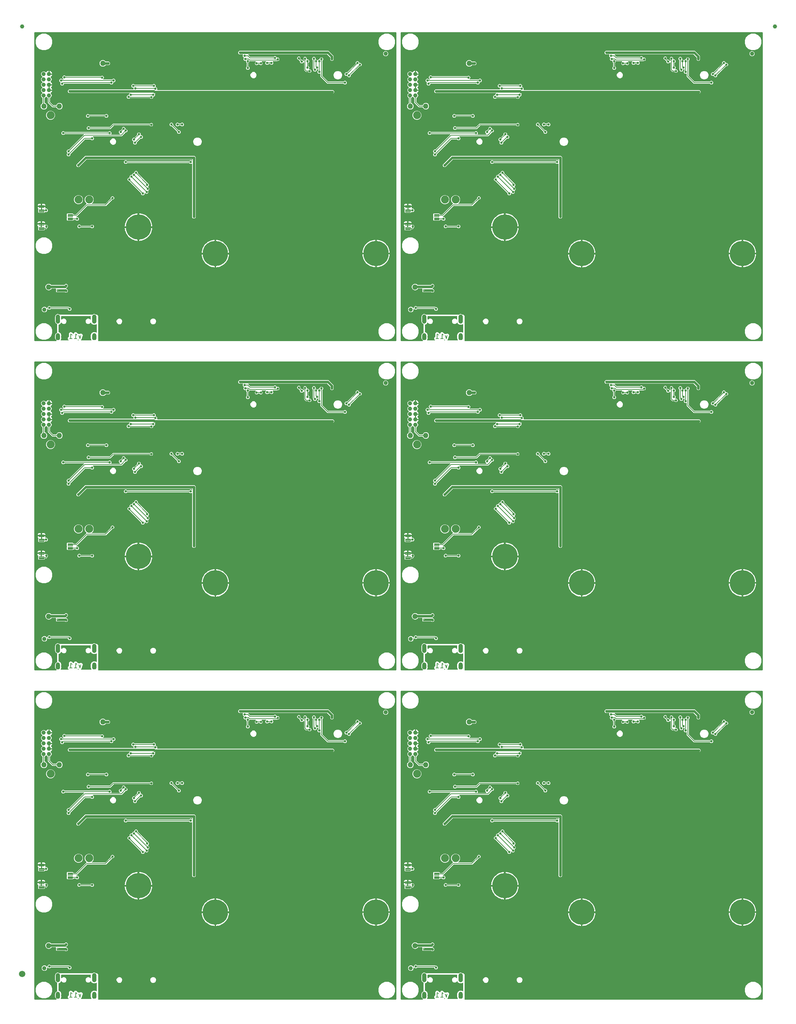
<source format=gbl>
G04 EAGLE Gerber RS-274X export*
G75*
%MOMM*%
%FSLAX34Y34*%
%LPD*%
%INBottom Copper*%
%IPPOS*%
%AMOC8*
5,1,8,0,0,1.08239X$1,22.5*%
G01*
%ADD10C,0.203200*%
%ADD11C,6.000000*%
%ADD12C,1.000000*%
%ADD13C,1.879600*%
%ADD14C,0.654000*%
%ADD15C,0.101600*%
%ADD16C,0.099059*%
%ADD17C,1.270000*%
%ADD18C,1.500000*%
%ADD19C,0.558800*%
%ADD20C,0.604000*%
%ADD21C,0.558800*%

G36*
X923181Y782575D02*
X923181Y782575D01*
X923185Y782575D01*
X923322Y782595D01*
X923459Y782615D01*
X923463Y782616D01*
X923467Y782617D01*
X923592Y782674D01*
X923718Y782731D01*
X923721Y782733D01*
X923725Y782735D01*
X923830Y782826D01*
X923935Y782914D01*
X923937Y782918D01*
X923941Y782920D01*
X924016Y783036D01*
X924093Y783151D01*
X924094Y783155D01*
X924096Y783158D01*
X924136Y783288D01*
X924179Y783422D01*
X924179Y783426D01*
X924180Y783430D01*
X924182Y783568D01*
X924186Y783706D01*
X924185Y783710D01*
X924185Y783714D01*
X924176Y783746D01*
X924114Y783981D01*
X924113Y783983D01*
X924113Y783984D01*
X924097Y784011D01*
X924089Y784036D01*
X924088Y784039D01*
X924025Y784132D01*
X923967Y784229D01*
X923945Y784249D01*
X923929Y784274D01*
X923842Y784346D01*
X923760Y784423D01*
X923733Y784437D01*
X923710Y784456D01*
X923607Y784501D01*
X923507Y784553D01*
X923488Y784556D01*
X923235Y784809D01*
X923116Y784898D01*
X923057Y784951D01*
X922752Y785142D01*
X922704Y785206D01*
X922639Y785302D01*
X922618Y785320D01*
X922602Y785341D01*
X922510Y785410D01*
X922421Y785485D01*
X922403Y785492D01*
X922213Y785795D01*
X922116Y785909D01*
X922071Y785973D01*
X921816Y786228D01*
X921783Y786301D01*
X921741Y786409D01*
X921725Y786430D01*
X921714Y786455D01*
X921640Y786543D01*
X921570Y786635D01*
X921554Y786646D01*
X921436Y786984D01*
X921424Y787006D01*
X921418Y787027D01*
X921378Y787096D01*
X921367Y787116D01*
X921337Y787189D01*
X921145Y787494D01*
X921129Y787573D01*
X921113Y787687D01*
X921102Y787712D01*
X921096Y787738D01*
X921043Y787841D01*
X920995Y787946D01*
X920982Y787960D01*
X920942Y788316D01*
X920905Y788460D01*
X920892Y788538D01*
X920767Y788895D01*
X920768Y788930D01*
X920779Y788998D01*
X920779Y789707D01*
X920772Y789761D01*
X920773Y789798D01*
X920772Y789801D01*
X920773Y789820D01*
X920717Y790312D01*
X920724Y790324D01*
X920737Y790402D01*
X920773Y790543D01*
X920771Y790607D01*
X920779Y790655D01*
X920779Y795021D01*
X920775Y795051D01*
X920777Y795082D01*
X920755Y795191D01*
X920739Y795302D01*
X920727Y795330D01*
X920721Y795360D01*
X920718Y795366D01*
X920773Y795856D01*
X920771Y795920D01*
X920779Y795969D01*
X920779Y796678D01*
X920771Y796737D01*
X920772Y796796D01*
X920892Y797138D01*
X920921Y797285D01*
X920942Y797360D01*
X920983Y797719D01*
X921019Y797789D01*
X921078Y797889D01*
X921084Y797915D01*
X921097Y797939D01*
X921119Y798053D01*
X921148Y798165D01*
X921147Y798184D01*
X921337Y798487D01*
X921398Y798624D01*
X921436Y798692D01*
X921555Y799032D01*
X921606Y799094D01*
X921685Y799178D01*
X921698Y799202D01*
X921715Y799223D01*
X921762Y799328D01*
X921815Y799431D01*
X921818Y799450D01*
X922071Y799703D01*
X922161Y799822D01*
X922213Y799881D01*
X922405Y800186D01*
X922468Y800234D01*
X922564Y800299D01*
X922582Y800320D01*
X922603Y800336D01*
X922672Y800428D01*
X922747Y800517D01*
X922754Y800535D01*
X923057Y800725D01*
X923171Y800822D01*
X923235Y800867D01*
X923490Y801122D01*
X923563Y801155D01*
X923671Y801197D01*
X923692Y801213D01*
X923717Y801224D01*
X923805Y801298D01*
X923897Y801368D01*
X923908Y801384D01*
X924246Y801502D01*
X924378Y801571D01*
X924451Y801601D01*
X924860Y801858D01*
X924896Y801865D01*
X924923Y801879D01*
X924951Y801887D01*
X925048Y801944D01*
X925149Y801996D01*
X925170Y802017D01*
X925196Y802032D01*
X925273Y802114D01*
X925355Y802192D01*
X925370Y802218D01*
X925390Y802239D01*
X925442Y802340D01*
X925499Y802437D01*
X925506Y802466D01*
X925520Y802492D01*
X925533Y802570D01*
X925569Y802712D01*
X925567Y802776D01*
X925575Y802823D01*
X925575Y822153D01*
X925571Y822182D01*
X925574Y822212D01*
X925551Y822323D01*
X925535Y822434D01*
X925523Y822461D01*
X925517Y822490D01*
X925465Y822591D01*
X925419Y822693D01*
X925400Y822716D01*
X925386Y822743D01*
X925308Y822824D01*
X925236Y822910D01*
X925211Y822927D01*
X925190Y822949D01*
X925093Y823005D01*
X924999Y823068D01*
X924970Y823077D01*
X924945Y823092D01*
X924871Y823111D01*
X924451Y823375D01*
X924314Y823436D01*
X924246Y823474D01*
X923906Y823593D01*
X923844Y823644D01*
X923760Y823723D01*
X923736Y823736D01*
X923715Y823753D01*
X923610Y823800D01*
X923507Y823853D01*
X923488Y823856D01*
X923235Y824109D01*
X923116Y824199D01*
X923057Y824251D01*
X922752Y824443D01*
X922704Y824506D01*
X922639Y824602D01*
X922618Y824620D01*
X922602Y824641D01*
X922510Y824710D01*
X922421Y824785D01*
X922403Y824792D01*
X922213Y825095D01*
X922116Y825209D01*
X922071Y825273D01*
X921816Y825528D01*
X921801Y825561D01*
X921789Y825607D01*
X921766Y825645D01*
X921741Y825709D01*
X921725Y825730D01*
X921714Y825755D01*
X921670Y825807D01*
X921644Y825851D01*
X921608Y825885D01*
X921570Y825935D01*
X921554Y825946D01*
X921436Y826284D01*
X921367Y826416D01*
X921337Y826489D01*
X921145Y826794D01*
X921129Y826873D01*
X921113Y826987D01*
X921102Y827012D01*
X921096Y827038D01*
X921043Y827141D01*
X920995Y827246D01*
X920982Y827260D01*
X920942Y827616D01*
X920905Y827760D01*
X920892Y827838D01*
X920767Y828195D01*
X920768Y828230D01*
X920779Y828298D01*
X920779Y829007D01*
X920770Y829071D01*
X920773Y829121D01*
X920718Y829612D01*
X920724Y829624D01*
X920737Y829702D01*
X920773Y829842D01*
X920771Y829907D01*
X920779Y829955D01*
X920779Y839321D01*
X920775Y839351D01*
X920777Y839382D01*
X920755Y839491D01*
X920739Y839602D01*
X920727Y839630D01*
X920721Y839660D01*
X920718Y839666D01*
X920773Y840156D01*
X920771Y840220D01*
X920779Y840269D01*
X920779Y840978D01*
X920771Y841037D01*
X920772Y841096D01*
X920892Y841438D01*
X920921Y841585D01*
X920942Y841660D01*
X920983Y842019D01*
X921019Y842089D01*
X921078Y842189D01*
X921084Y842215D01*
X921097Y842239D01*
X921119Y842353D01*
X921148Y842465D01*
X921146Y842484D01*
X921337Y842787D01*
X921398Y842924D01*
X921436Y842992D01*
X921555Y843332D01*
X921606Y843394D01*
X921685Y843478D01*
X921698Y843502D01*
X921715Y843523D01*
X921762Y843628D01*
X921815Y843731D01*
X921818Y843750D01*
X922071Y844003D01*
X922160Y844122D01*
X922213Y844181D01*
X922404Y844486D01*
X922468Y844534D01*
X922564Y844599D01*
X922582Y844620D01*
X922603Y844636D01*
X922672Y844728D01*
X922747Y844817D01*
X922754Y844835D01*
X923057Y845025D01*
X923171Y845122D01*
X923235Y845167D01*
X923490Y845422D01*
X923563Y845455D01*
X923671Y845497D01*
X923692Y845513D01*
X923717Y845524D01*
X923805Y845598D01*
X923897Y845668D01*
X923908Y845684D01*
X924246Y845802D01*
X924378Y845871D01*
X924451Y845901D01*
X924756Y846093D01*
X924835Y846109D01*
X924949Y846125D01*
X924974Y846136D01*
X925000Y846142D01*
X925103Y846195D01*
X925208Y846243D01*
X925222Y846256D01*
X925578Y846296D01*
X925722Y846333D01*
X925800Y846346D01*
X926140Y846465D01*
X926220Y846463D01*
X926335Y846454D01*
X926362Y846459D01*
X926389Y846458D01*
X926501Y846488D01*
X926614Y846511D01*
X926631Y846520D01*
X926986Y846480D01*
X927136Y846484D01*
X927214Y846480D01*
X927572Y846520D01*
X927650Y846500D01*
X927760Y846466D01*
X927787Y846465D01*
X927813Y846458D01*
X927929Y846462D01*
X928044Y846459D01*
X928063Y846464D01*
X928400Y846346D01*
X928547Y846317D01*
X928622Y846296D01*
X928981Y846255D01*
X929051Y846219D01*
X929151Y846160D01*
X929177Y846154D01*
X929201Y846141D01*
X929315Y846119D01*
X929427Y846090D01*
X929446Y846092D01*
X929749Y845901D01*
X929886Y845840D01*
X929954Y845802D01*
X930294Y845683D01*
X930356Y845632D01*
X930440Y845553D01*
X930464Y845540D01*
X930485Y845523D01*
X930590Y845476D01*
X930693Y845423D01*
X930712Y845420D01*
X930965Y845167D01*
X931084Y845078D01*
X931143Y845025D01*
X931246Y844960D01*
X931352Y844913D01*
X931456Y844860D01*
X931479Y844856D01*
X931506Y844844D01*
X931782Y844805D01*
X931787Y844805D01*
X1008773Y844805D01*
X1008888Y844821D01*
X1009004Y844831D01*
X1009026Y844840D01*
X1009055Y844845D01*
X1009308Y844958D01*
X1009313Y844960D01*
X1009417Y845025D01*
X1009531Y845122D01*
X1009595Y845167D01*
X1009850Y845422D01*
X1009923Y845455D01*
X1010031Y845497D01*
X1010052Y845513D01*
X1010077Y845524D01*
X1010165Y845598D01*
X1010257Y845668D01*
X1010268Y845684D01*
X1010606Y845802D01*
X1010738Y845871D01*
X1010811Y845901D01*
X1011116Y846093D01*
X1011195Y846109D01*
X1011309Y846125D01*
X1011334Y846136D01*
X1011360Y846142D01*
X1011463Y846195D01*
X1011568Y846243D01*
X1011582Y846256D01*
X1011938Y846296D01*
X1012082Y846333D01*
X1012160Y846346D01*
X1012500Y846465D01*
X1012580Y846463D01*
X1012695Y846454D01*
X1012722Y846459D01*
X1012749Y846458D01*
X1012861Y846488D01*
X1012974Y846511D01*
X1012991Y846520D01*
X1013346Y846480D01*
X1013496Y846484D01*
X1013574Y846480D01*
X1013932Y846520D01*
X1014010Y846500D01*
X1014120Y846466D01*
X1014147Y846465D01*
X1014173Y846458D01*
X1014289Y846462D01*
X1014404Y846459D01*
X1014423Y846464D01*
X1014760Y846346D01*
X1014907Y846317D01*
X1014982Y846296D01*
X1015341Y846255D01*
X1015411Y846219D01*
X1015511Y846160D01*
X1015537Y846154D01*
X1015561Y846141D01*
X1015675Y846119D01*
X1015787Y846090D01*
X1015806Y846092D01*
X1016109Y845901D01*
X1016246Y845840D01*
X1016314Y845802D01*
X1016654Y845683D01*
X1016716Y845632D01*
X1016800Y845553D01*
X1016824Y845540D01*
X1016845Y845523D01*
X1016950Y845476D01*
X1017053Y845423D01*
X1017072Y845420D01*
X1017325Y845167D01*
X1017444Y845078D01*
X1017503Y845025D01*
X1017606Y844960D01*
X1017712Y844913D01*
X1017816Y844860D01*
X1017839Y844856D01*
X1017866Y844844D01*
X1018142Y844805D01*
X1018147Y844805D01*
X1020224Y844805D01*
X1022605Y842424D01*
X1022605Y783590D01*
X1022613Y783532D01*
X1022611Y783474D01*
X1022633Y783392D01*
X1022645Y783308D01*
X1022668Y783255D01*
X1022683Y783199D01*
X1022726Y783126D01*
X1022761Y783049D01*
X1022799Y783004D01*
X1022828Y782954D01*
X1022890Y782896D01*
X1022944Y782832D01*
X1022993Y782800D01*
X1023036Y782760D01*
X1023111Y782721D01*
X1023181Y782674D01*
X1023237Y782657D01*
X1023289Y782630D01*
X1023357Y782619D01*
X1023452Y782589D01*
X1023552Y782586D01*
X1023620Y782575D01*
X1728470Y782575D01*
X1728528Y782583D01*
X1728586Y782581D01*
X1728668Y782603D01*
X1728752Y782615D01*
X1728805Y782638D01*
X1728861Y782653D01*
X1728934Y782696D01*
X1729011Y782731D01*
X1729056Y782769D01*
X1729106Y782798D01*
X1729164Y782860D01*
X1729228Y782914D01*
X1729260Y782963D01*
X1729300Y783006D01*
X1729339Y783081D01*
X1729386Y783151D01*
X1729403Y783207D01*
X1729430Y783259D01*
X1729441Y783327D01*
X1729471Y783422D01*
X1729474Y783522D01*
X1729485Y783590D01*
X1729485Y1512570D01*
X1729478Y1512623D01*
X1729479Y1512656D01*
X1729478Y1512659D01*
X1729479Y1512686D01*
X1729457Y1512768D01*
X1729445Y1512852D01*
X1729422Y1512905D01*
X1729407Y1512961D01*
X1729364Y1513034D01*
X1729329Y1513111D01*
X1729291Y1513156D01*
X1729262Y1513206D01*
X1729200Y1513264D01*
X1729146Y1513328D01*
X1729097Y1513360D01*
X1729054Y1513400D01*
X1728979Y1513439D01*
X1728909Y1513486D01*
X1728853Y1513503D01*
X1728801Y1513530D01*
X1728733Y1513541D01*
X1728638Y1513571D01*
X1728538Y1513574D01*
X1728470Y1513585D01*
X872490Y1513585D01*
X872432Y1513577D01*
X872374Y1513579D01*
X872292Y1513557D01*
X872208Y1513545D01*
X872155Y1513522D01*
X872099Y1513507D01*
X872026Y1513464D01*
X871949Y1513429D01*
X871904Y1513391D01*
X871854Y1513362D01*
X871796Y1513300D01*
X871732Y1513246D01*
X871700Y1513197D01*
X871660Y1513154D01*
X871621Y1513079D01*
X871574Y1513009D01*
X871557Y1512953D01*
X871530Y1512901D01*
X871519Y1512833D01*
X871489Y1512738D01*
X871486Y1512638D01*
X871475Y1512570D01*
X871475Y783590D01*
X871483Y783532D01*
X871481Y783474D01*
X871503Y783392D01*
X871515Y783308D01*
X871538Y783255D01*
X871553Y783199D01*
X871596Y783126D01*
X871631Y783049D01*
X871669Y783004D01*
X871698Y782954D01*
X871760Y782896D01*
X871814Y782832D01*
X871863Y782800D01*
X871906Y782760D01*
X871981Y782721D01*
X872051Y782674D01*
X872107Y782657D01*
X872159Y782630D01*
X872227Y782619D01*
X872322Y782589D01*
X872422Y782586D01*
X872490Y782575D01*
X923177Y782575D01*
X923181Y782575D01*
G37*
G36*
X54501Y1562355D02*
X54501Y1562355D01*
X54505Y1562355D01*
X54642Y1562375D01*
X54779Y1562395D01*
X54783Y1562396D01*
X54787Y1562397D01*
X54912Y1562454D01*
X55038Y1562511D01*
X55041Y1562513D01*
X55045Y1562515D01*
X55150Y1562606D01*
X55255Y1562694D01*
X55257Y1562698D01*
X55261Y1562700D01*
X55336Y1562816D01*
X55413Y1562931D01*
X55414Y1562935D01*
X55416Y1562938D01*
X55456Y1563068D01*
X55499Y1563202D01*
X55499Y1563206D01*
X55500Y1563210D01*
X55502Y1563348D01*
X55506Y1563486D01*
X55505Y1563490D01*
X55505Y1563494D01*
X55496Y1563526D01*
X55434Y1563761D01*
X55433Y1563763D01*
X55433Y1563764D01*
X55417Y1563791D01*
X55409Y1563816D01*
X55408Y1563819D01*
X55345Y1563912D01*
X55287Y1564009D01*
X55265Y1564029D01*
X55249Y1564054D01*
X55162Y1564126D01*
X55080Y1564203D01*
X55053Y1564217D01*
X55030Y1564236D01*
X54927Y1564281D01*
X54827Y1564333D01*
X54808Y1564336D01*
X54555Y1564589D01*
X54436Y1564678D01*
X54377Y1564731D01*
X54072Y1564922D01*
X54024Y1564986D01*
X53959Y1565082D01*
X53938Y1565100D01*
X53922Y1565121D01*
X53830Y1565190D01*
X53741Y1565265D01*
X53723Y1565272D01*
X53533Y1565575D01*
X53436Y1565689D01*
X53391Y1565753D01*
X53136Y1566008D01*
X53103Y1566081D01*
X53061Y1566189D01*
X53045Y1566210D01*
X53034Y1566235D01*
X52960Y1566323D01*
X52890Y1566415D01*
X52874Y1566426D01*
X52756Y1566764D01*
X52744Y1566786D01*
X52738Y1566807D01*
X52698Y1566876D01*
X52687Y1566896D01*
X52657Y1566969D01*
X52465Y1567274D01*
X52449Y1567353D01*
X52433Y1567467D01*
X52422Y1567492D01*
X52416Y1567518D01*
X52363Y1567621D01*
X52315Y1567726D01*
X52302Y1567740D01*
X52262Y1568096D01*
X52225Y1568240D01*
X52212Y1568318D01*
X52087Y1568675D01*
X52088Y1568710D01*
X52099Y1568778D01*
X52099Y1569487D01*
X52092Y1569541D01*
X52093Y1569578D01*
X52092Y1569581D01*
X52093Y1569600D01*
X52037Y1570092D01*
X52044Y1570104D01*
X52057Y1570182D01*
X52093Y1570323D01*
X52091Y1570387D01*
X52099Y1570435D01*
X52099Y1574801D01*
X52095Y1574831D01*
X52097Y1574862D01*
X52075Y1574971D01*
X52059Y1575082D01*
X52047Y1575110D01*
X52041Y1575140D01*
X52038Y1575146D01*
X52093Y1575636D01*
X52091Y1575700D01*
X52099Y1575749D01*
X52099Y1576458D01*
X52091Y1576517D01*
X52092Y1576576D01*
X52212Y1576918D01*
X52241Y1577065D01*
X52262Y1577140D01*
X52303Y1577499D01*
X52339Y1577569D01*
X52398Y1577669D01*
X52404Y1577695D01*
X52417Y1577719D01*
X52439Y1577833D01*
X52468Y1577945D01*
X52467Y1577964D01*
X52657Y1578267D01*
X52718Y1578404D01*
X52756Y1578472D01*
X52875Y1578812D01*
X52926Y1578874D01*
X53005Y1578958D01*
X53018Y1578982D01*
X53035Y1579003D01*
X53082Y1579108D01*
X53135Y1579211D01*
X53138Y1579230D01*
X53391Y1579483D01*
X53481Y1579602D01*
X53533Y1579661D01*
X53725Y1579966D01*
X53788Y1580014D01*
X53884Y1580079D01*
X53902Y1580100D01*
X53923Y1580116D01*
X53992Y1580208D01*
X54067Y1580297D01*
X54074Y1580315D01*
X54377Y1580505D01*
X54491Y1580602D01*
X54555Y1580647D01*
X54810Y1580902D01*
X54883Y1580935D01*
X54991Y1580977D01*
X55012Y1580993D01*
X55037Y1581004D01*
X55125Y1581078D01*
X55217Y1581148D01*
X55228Y1581164D01*
X55566Y1581283D01*
X55698Y1581351D01*
X55771Y1581381D01*
X56180Y1581638D01*
X56216Y1581645D01*
X56243Y1581659D01*
X56271Y1581667D01*
X56368Y1581724D01*
X56469Y1581776D01*
X56490Y1581797D01*
X56516Y1581812D01*
X56593Y1581894D01*
X56675Y1581972D01*
X56690Y1581998D01*
X56710Y1582019D01*
X56762Y1582120D01*
X56819Y1582217D01*
X56826Y1582246D01*
X56840Y1582272D01*
X56853Y1582350D01*
X56889Y1582492D01*
X56887Y1582556D01*
X56895Y1582603D01*
X56895Y1601933D01*
X56891Y1601962D01*
X56894Y1601992D01*
X56871Y1602103D01*
X56855Y1602214D01*
X56843Y1602241D01*
X56837Y1602270D01*
X56785Y1602371D01*
X56739Y1602473D01*
X56720Y1602496D01*
X56706Y1602523D01*
X56628Y1602604D01*
X56556Y1602690D01*
X56531Y1602707D01*
X56510Y1602729D01*
X56413Y1602785D01*
X56319Y1602848D01*
X56290Y1602857D01*
X56265Y1602872D01*
X56191Y1602891D01*
X55771Y1603155D01*
X55634Y1603216D01*
X55566Y1603254D01*
X55226Y1603373D01*
X55164Y1603424D01*
X55080Y1603503D01*
X55056Y1603516D01*
X55035Y1603533D01*
X54930Y1603580D01*
X54827Y1603633D01*
X54808Y1603636D01*
X54555Y1603889D01*
X54436Y1603979D01*
X54377Y1604031D01*
X54072Y1604223D01*
X54024Y1604286D01*
X53959Y1604382D01*
X53938Y1604400D01*
X53922Y1604421D01*
X53830Y1604490D01*
X53741Y1604565D01*
X53723Y1604572D01*
X53533Y1604875D01*
X53436Y1604989D01*
X53391Y1605053D01*
X53136Y1605308D01*
X53121Y1605341D01*
X53109Y1605387D01*
X53086Y1605425D01*
X53061Y1605489D01*
X53045Y1605510D01*
X53034Y1605535D01*
X52990Y1605587D01*
X52964Y1605631D01*
X52928Y1605665D01*
X52890Y1605715D01*
X52874Y1605726D01*
X52756Y1606064D01*
X52687Y1606196D01*
X52657Y1606269D01*
X52465Y1606574D01*
X52449Y1606653D01*
X52433Y1606767D01*
X52422Y1606792D01*
X52416Y1606818D01*
X52363Y1606921D01*
X52315Y1607026D01*
X52302Y1607040D01*
X52262Y1607396D01*
X52225Y1607540D01*
X52212Y1607618D01*
X52087Y1607975D01*
X52088Y1608010D01*
X52099Y1608078D01*
X52099Y1608787D01*
X52090Y1608851D01*
X52093Y1608900D01*
X52037Y1609392D01*
X52044Y1609404D01*
X52057Y1609482D01*
X52093Y1609623D01*
X52091Y1609687D01*
X52099Y1609735D01*
X52099Y1619101D01*
X52095Y1619131D01*
X52097Y1619162D01*
X52075Y1619271D01*
X52059Y1619382D01*
X52047Y1619410D01*
X52041Y1619440D01*
X52038Y1619446D01*
X52093Y1619936D01*
X52091Y1620000D01*
X52099Y1620049D01*
X52099Y1620758D01*
X52091Y1620817D01*
X52092Y1620876D01*
X52212Y1621218D01*
X52241Y1621365D01*
X52262Y1621440D01*
X52303Y1621799D01*
X52339Y1621869D01*
X52398Y1621969D01*
X52404Y1621995D01*
X52417Y1622019D01*
X52439Y1622133D01*
X52468Y1622245D01*
X52466Y1622264D01*
X52657Y1622567D01*
X52718Y1622704D01*
X52756Y1622772D01*
X52875Y1623112D01*
X52926Y1623174D01*
X53005Y1623258D01*
X53018Y1623282D01*
X53035Y1623303D01*
X53082Y1623408D01*
X53135Y1623511D01*
X53138Y1623530D01*
X53391Y1623783D01*
X53480Y1623902D01*
X53533Y1623961D01*
X53724Y1624266D01*
X53788Y1624314D01*
X53884Y1624379D01*
X53902Y1624400D01*
X53923Y1624416D01*
X53992Y1624508D01*
X54067Y1624597D01*
X54074Y1624615D01*
X54377Y1624805D01*
X54491Y1624902D01*
X54555Y1624947D01*
X54810Y1625202D01*
X54883Y1625235D01*
X54991Y1625277D01*
X55012Y1625293D01*
X55037Y1625304D01*
X55125Y1625378D01*
X55217Y1625448D01*
X55228Y1625464D01*
X55566Y1625582D01*
X55698Y1625651D01*
X55771Y1625681D01*
X56076Y1625873D01*
X56155Y1625889D01*
X56269Y1625905D01*
X56294Y1625916D01*
X56320Y1625922D01*
X56423Y1625975D01*
X56528Y1626023D01*
X56542Y1626036D01*
X56898Y1626076D01*
X57042Y1626113D01*
X57120Y1626126D01*
X57460Y1626245D01*
X57540Y1626243D01*
X57655Y1626234D01*
X57682Y1626239D01*
X57709Y1626238D01*
X57821Y1626268D01*
X57934Y1626291D01*
X57951Y1626300D01*
X58306Y1626260D01*
X58456Y1626264D01*
X58534Y1626260D01*
X58892Y1626300D01*
X58970Y1626280D01*
X59080Y1626246D01*
X59107Y1626245D01*
X59133Y1626238D01*
X59249Y1626242D01*
X59364Y1626239D01*
X59383Y1626244D01*
X59720Y1626126D01*
X59867Y1626097D01*
X59942Y1626076D01*
X60301Y1626035D01*
X60371Y1625999D01*
X60471Y1625940D01*
X60497Y1625934D01*
X60521Y1625921D01*
X60635Y1625899D01*
X60747Y1625870D01*
X60766Y1625872D01*
X61069Y1625681D01*
X61206Y1625620D01*
X61274Y1625582D01*
X61614Y1625463D01*
X61676Y1625412D01*
X61760Y1625333D01*
X61784Y1625320D01*
X61805Y1625303D01*
X61910Y1625256D01*
X62013Y1625203D01*
X62032Y1625200D01*
X62285Y1624947D01*
X62404Y1624858D01*
X62463Y1624805D01*
X62566Y1624740D01*
X62672Y1624693D01*
X62776Y1624640D01*
X62799Y1624636D01*
X62826Y1624624D01*
X63102Y1624585D01*
X63107Y1624585D01*
X140093Y1624585D01*
X140208Y1624601D01*
X140324Y1624611D01*
X140346Y1624620D01*
X140375Y1624625D01*
X140630Y1624739D01*
X140634Y1624740D01*
X140634Y1624741D01*
X140737Y1624805D01*
X140851Y1624902D01*
X140915Y1624947D01*
X141170Y1625202D01*
X141243Y1625235D01*
X141351Y1625277D01*
X141372Y1625293D01*
X141397Y1625304D01*
X141485Y1625378D01*
X141577Y1625448D01*
X141588Y1625464D01*
X141926Y1625582D01*
X142058Y1625651D01*
X142131Y1625681D01*
X142436Y1625873D01*
X142515Y1625889D01*
X142629Y1625905D01*
X142654Y1625916D01*
X142680Y1625922D01*
X142783Y1625975D01*
X142888Y1626023D01*
X142902Y1626036D01*
X143258Y1626076D01*
X143402Y1626113D01*
X143480Y1626126D01*
X143820Y1626245D01*
X143900Y1626243D01*
X144015Y1626234D01*
X144042Y1626239D01*
X144069Y1626238D01*
X144181Y1626268D01*
X144294Y1626291D01*
X144311Y1626300D01*
X144666Y1626260D01*
X144816Y1626264D01*
X144894Y1626260D01*
X145252Y1626300D01*
X145330Y1626280D01*
X145440Y1626246D01*
X145467Y1626245D01*
X145493Y1626238D01*
X145609Y1626242D01*
X145724Y1626239D01*
X145743Y1626244D01*
X146080Y1626126D01*
X146227Y1626097D01*
X146302Y1626076D01*
X146661Y1626035D01*
X146731Y1625999D01*
X146831Y1625940D01*
X146857Y1625934D01*
X146881Y1625921D01*
X146995Y1625899D01*
X147107Y1625870D01*
X147126Y1625872D01*
X147429Y1625681D01*
X147566Y1625620D01*
X147634Y1625582D01*
X147974Y1625463D01*
X148036Y1625412D01*
X148120Y1625333D01*
X148144Y1625320D01*
X148165Y1625303D01*
X148270Y1625256D01*
X148373Y1625203D01*
X148392Y1625200D01*
X148645Y1624947D01*
X148764Y1624858D01*
X148823Y1624805D01*
X148926Y1624740D01*
X149032Y1624693D01*
X149136Y1624640D01*
X149159Y1624636D01*
X149186Y1624624D01*
X149462Y1624585D01*
X149467Y1624585D01*
X151544Y1624585D01*
X153925Y1622204D01*
X153925Y1563370D01*
X153933Y1563312D01*
X153931Y1563254D01*
X153953Y1563172D01*
X153965Y1563088D01*
X153988Y1563035D01*
X154003Y1562979D01*
X154046Y1562906D01*
X154081Y1562829D01*
X154119Y1562784D01*
X154148Y1562734D01*
X154210Y1562676D01*
X154264Y1562612D01*
X154313Y1562580D01*
X154356Y1562540D01*
X154431Y1562501D01*
X154501Y1562454D01*
X154557Y1562437D01*
X154609Y1562410D01*
X154677Y1562399D01*
X154772Y1562369D01*
X154872Y1562366D01*
X154940Y1562355D01*
X859790Y1562355D01*
X859848Y1562363D01*
X859906Y1562361D01*
X859988Y1562383D01*
X860072Y1562395D01*
X860125Y1562418D01*
X860181Y1562433D01*
X860254Y1562476D01*
X860331Y1562511D01*
X860376Y1562549D01*
X860426Y1562578D01*
X860484Y1562640D01*
X860548Y1562694D01*
X860580Y1562743D01*
X860620Y1562786D01*
X860659Y1562861D01*
X860706Y1562931D01*
X860723Y1562987D01*
X860750Y1563039D01*
X860761Y1563107D01*
X860791Y1563202D01*
X860794Y1563302D01*
X860805Y1563370D01*
X860805Y2292350D01*
X860798Y2292403D01*
X860799Y2292436D01*
X860798Y2292439D01*
X860799Y2292466D01*
X860777Y2292548D01*
X860765Y2292632D01*
X860742Y2292685D01*
X860727Y2292741D01*
X860684Y2292814D01*
X860649Y2292891D01*
X860611Y2292936D01*
X860582Y2292986D01*
X860520Y2293044D01*
X860466Y2293108D01*
X860417Y2293140D01*
X860374Y2293180D01*
X860299Y2293219D01*
X860229Y2293266D01*
X860173Y2293283D01*
X860121Y2293310D01*
X860053Y2293321D01*
X859958Y2293351D01*
X859858Y2293354D01*
X859790Y2293365D01*
X3810Y2293365D01*
X3752Y2293357D01*
X3694Y2293359D01*
X3612Y2293337D01*
X3528Y2293325D01*
X3475Y2293302D01*
X3419Y2293287D01*
X3346Y2293244D01*
X3269Y2293209D01*
X3224Y2293171D01*
X3174Y2293142D01*
X3116Y2293080D01*
X3052Y2293026D01*
X3020Y2292977D01*
X2980Y2292934D01*
X2941Y2292859D01*
X2894Y2292789D01*
X2877Y2292733D01*
X2850Y2292681D01*
X2839Y2292613D01*
X2809Y2292518D01*
X2806Y2292418D01*
X2795Y2292350D01*
X2795Y1563370D01*
X2803Y1563312D01*
X2801Y1563254D01*
X2823Y1563172D01*
X2835Y1563088D01*
X2858Y1563035D01*
X2873Y1562979D01*
X2916Y1562906D01*
X2951Y1562829D01*
X2989Y1562784D01*
X3018Y1562734D01*
X3080Y1562676D01*
X3134Y1562612D01*
X3183Y1562580D01*
X3226Y1562540D01*
X3301Y1562501D01*
X3371Y1562454D01*
X3427Y1562437D01*
X3479Y1562410D01*
X3547Y1562399D01*
X3642Y1562369D01*
X3742Y1562366D01*
X3810Y1562355D01*
X54497Y1562355D01*
X54501Y1562355D01*
G37*
G36*
X54501Y2795D02*
X54501Y2795D01*
X54505Y2795D01*
X54642Y2815D01*
X54779Y2835D01*
X54783Y2836D01*
X54787Y2837D01*
X54912Y2894D01*
X55038Y2951D01*
X55041Y2953D01*
X55045Y2955D01*
X55150Y3046D01*
X55255Y3134D01*
X55257Y3138D01*
X55261Y3140D01*
X55336Y3256D01*
X55413Y3371D01*
X55414Y3375D01*
X55416Y3378D01*
X55456Y3508D01*
X55499Y3642D01*
X55499Y3646D01*
X55500Y3650D01*
X55502Y3788D01*
X55506Y3926D01*
X55505Y3930D01*
X55505Y3934D01*
X55496Y3966D01*
X55434Y4201D01*
X55433Y4203D01*
X55433Y4204D01*
X55417Y4231D01*
X55409Y4256D01*
X55408Y4259D01*
X55345Y4352D01*
X55287Y4449D01*
X55265Y4469D01*
X55249Y4494D01*
X55162Y4566D01*
X55080Y4643D01*
X55053Y4657D01*
X55030Y4676D01*
X54927Y4721D01*
X54827Y4773D01*
X54808Y4776D01*
X54555Y5029D01*
X54436Y5118D01*
X54377Y5171D01*
X54072Y5362D01*
X54024Y5426D01*
X53959Y5522D01*
X53938Y5540D01*
X53922Y5561D01*
X53830Y5630D01*
X53741Y5705D01*
X53723Y5712D01*
X53533Y6015D01*
X53436Y6129D01*
X53391Y6193D01*
X53136Y6448D01*
X53103Y6521D01*
X53061Y6629D01*
X53045Y6650D01*
X53034Y6675D01*
X52960Y6763D01*
X52890Y6855D01*
X52874Y6866D01*
X52756Y7204D01*
X52744Y7226D01*
X52738Y7247D01*
X52698Y7316D01*
X52687Y7336D01*
X52657Y7409D01*
X52465Y7714D01*
X52449Y7793D01*
X52433Y7907D01*
X52422Y7932D01*
X52416Y7958D01*
X52363Y8061D01*
X52315Y8166D01*
X52302Y8180D01*
X52262Y8536D01*
X52225Y8680D01*
X52212Y8758D01*
X52087Y9115D01*
X52088Y9150D01*
X52099Y9218D01*
X52099Y9927D01*
X52092Y9981D01*
X52093Y10018D01*
X52092Y10021D01*
X52093Y10040D01*
X52037Y10532D01*
X52044Y10544D01*
X52057Y10622D01*
X52093Y10763D01*
X52091Y10827D01*
X52099Y10875D01*
X52099Y15241D01*
X52095Y15271D01*
X52097Y15302D01*
X52075Y15411D01*
X52059Y15522D01*
X52047Y15550D01*
X52041Y15580D01*
X52038Y15586D01*
X52093Y16076D01*
X52091Y16140D01*
X52099Y16189D01*
X52099Y16898D01*
X52091Y16957D01*
X52092Y17016D01*
X52212Y17358D01*
X52241Y17505D01*
X52262Y17580D01*
X52303Y17939D01*
X52339Y18009D01*
X52398Y18109D01*
X52404Y18135D01*
X52417Y18159D01*
X52439Y18273D01*
X52468Y18385D01*
X52466Y18404D01*
X52657Y18707D01*
X52718Y18844D01*
X52756Y18912D01*
X52875Y19252D01*
X52926Y19314D01*
X53005Y19398D01*
X53018Y19422D01*
X53035Y19443D01*
X53082Y19548D01*
X53135Y19651D01*
X53138Y19670D01*
X53391Y19923D01*
X53481Y20042D01*
X53533Y20101D01*
X53725Y20406D01*
X53788Y20454D01*
X53884Y20519D01*
X53902Y20540D01*
X53923Y20556D01*
X53992Y20648D01*
X54067Y20737D01*
X54074Y20755D01*
X54377Y20945D01*
X54491Y21042D01*
X54555Y21087D01*
X54810Y21342D01*
X54883Y21375D01*
X54991Y21417D01*
X55012Y21433D01*
X55037Y21444D01*
X55125Y21518D01*
X55217Y21588D01*
X55228Y21604D01*
X55566Y21722D01*
X55698Y21791D01*
X55771Y21821D01*
X56180Y22078D01*
X56216Y22085D01*
X56243Y22099D01*
X56271Y22107D01*
X56368Y22164D01*
X56469Y22216D01*
X56490Y22237D01*
X56516Y22252D01*
X56593Y22334D01*
X56675Y22412D01*
X56690Y22438D01*
X56710Y22459D01*
X56762Y22560D01*
X56819Y22657D01*
X56826Y22686D01*
X56840Y22712D01*
X56853Y22790D01*
X56889Y22932D01*
X56887Y22996D01*
X56895Y23043D01*
X56895Y42373D01*
X56891Y42402D01*
X56894Y42432D01*
X56871Y42543D01*
X56855Y42654D01*
X56843Y42681D01*
X56837Y42710D01*
X56785Y42811D01*
X56739Y42913D01*
X56720Y42936D01*
X56706Y42963D01*
X56628Y43044D01*
X56556Y43130D01*
X56531Y43147D01*
X56510Y43169D01*
X56413Y43225D01*
X56319Y43288D01*
X56290Y43297D01*
X56265Y43312D01*
X56191Y43331D01*
X55771Y43595D01*
X55634Y43656D01*
X55566Y43694D01*
X55226Y43813D01*
X55164Y43864D01*
X55080Y43943D01*
X55056Y43956D01*
X55035Y43973D01*
X54930Y44020D01*
X54827Y44073D01*
X54808Y44076D01*
X54555Y44329D01*
X54436Y44419D01*
X54377Y44471D01*
X54072Y44663D01*
X54024Y44726D01*
X53959Y44822D01*
X53938Y44840D01*
X53922Y44861D01*
X53830Y44930D01*
X53741Y45005D01*
X53723Y45012D01*
X53533Y45315D01*
X53436Y45429D01*
X53391Y45493D01*
X53136Y45748D01*
X53121Y45781D01*
X53109Y45827D01*
X53086Y45865D01*
X53061Y45929D01*
X53045Y45950D01*
X53034Y45975D01*
X52990Y46027D01*
X52964Y46071D01*
X52928Y46105D01*
X52890Y46155D01*
X52874Y46166D01*
X52756Y46504D01*
X52687Y46636D01*
X52657Y46709D01*
X52465Y47014D01*
X52449Y47093D01*
X52433Y47207D01*
X52422Y47232D01*
X52416Y47258D01*
X52363Y47361D01*
X52315Y47466D01*
X52302Y47480D01*
X52262Y47836D01*
X52225Y47980D01*
X52212Y48058D01*
X52087Y48415D01*
X52088Y48450D01*
X52099Y48518D01*
X52099Y49227D01*
X52090Y49291D01*
X52093Y49340D01*
X52037Y49832D01*
X52044Y49844D01*
X52057Y49922D01*
X52093Y50063D01*
X52091Y50127D01*
X52099Y50175D01*
X52099Y59541D01*
X52095Y59571D01*
X52097Y59602D01*
X52075Y59711D01*
X52059Y59822D01*
X52047Y59850D01*
X52041Y59880D01*
X52038Y59886D01*
X52093Y60376D01*
X52091Y60440D01*
X52099Y60489D01*
X52099Y61198D01*
X52091Y61257D01*
X52092Y61316D01*
X52212Y61658D01*
X52241Y61805D01*
X52262Y61880D01*
X52303Y62239D01*
X52339Y62309D01*
X52398Y62409D01*
X52404Y62435D01*
X52417Y62459D01*
X52439Y62573D01*
X52468Y62685D01*
X52466Y62704D01*
X52657Y63007D01*
X52718Y63143D01*
X52756Y63212D01*
X52875Y63552D01*
X52926Y63614D01*
X53005Y63698D01*
X53017Y63722D01*
X53035Y63742D01*
X53082Y63848D01*
X53135Y63951D01*
X53138Y63970D01*
X53391Y64223D01*
X53480Y64342D01*
X53533Y64401D01*
X53724Y64706D01*
X53788Y64754D01*
X53884Y64819D01*
X53902Y64840D01*
X53923Y64856D01*
X53992Y64948D01*
X54067Y65037D01*
X54074Y65055D01*
X54377Y65245D01*
X54491Y65342D01*
X54555Y65387D01*
X54810Y65642D01*
X54883Y65675D01*
X54991Y65717D01*
X55012Y65733D01*
X55037Y65744D01*
X55125Y65818D01*
X55217Y65888D01*
X55228Y65904D01*
X55566Y66022D01*
X55698Y66091D01*
X55771Y66121D01*
X56076Y66313D01*
X56155Y66329D01*
X56269Y66345D01*
X56294Y66356D01*
X56320Y66362D01*
X56423Y66415D01*
X56528Y66463D01*
X56542Y66476D01*
X56898Y66516D01*
X57042Y66553D01*
X57120Y66566D01*
X57460Y66685D01*
X57540Y66683D01*
X57655Y66674D01*
X57682Y66679D01*
X57709Y66678D01*
X57821Y66708D01*
X57934Y66731D01*
X57951Y66740D01*
X58306Y66700D01*
X58456Y66704D01*
X58534Y66700D01*
X58892Y66740D01*
X58970Y66720D01*
X59080Y66686D01*
X59107Y66685D01*
X59133Y66678D01*
X59249Y66682D01*
X59364Y66679D01*
X59383Y66684D01*
X59720Y66566D01*
X59867Y66537D01*
X59942Y66516D01*
X60301Y66475D01*
X60371Y66439D01*
X60471Y66380D01*
X60497Y66374D01*
X60521Y66361D01*
X60635Y66339D01*
X60747Y66310D01*
X60766Y66312D01*
X61069Y66121D01*
X61206Y66060D01*
X61274Y66022D01*
X61614Y65903D01*
X61676Y65852D01*
X61760Y65773D01*
X61784Y65760D01*
X61805Y65743D01*
X61910Y65696D01*
X62013Y65643D01*
X62032Y65640D01*
X62285Y65387D01*
X62404Y65298D01*
X62463Y65245D01*
X62566Y65180D01*
X62672Y65133D01*
X62776Y65080D01*
X62799Y65076D01*
X62826Y65064D01*
X63102Y65025D01*
X63107Y65025D01*
X140093Y65025D01*
X140208Y65041D01*
X140324Y65051D01*
X140346Y65060D01*
X140375Y65065D01*
X140628Y65178D01*
X140633Y65180D01*
X140737Y65245D01*
X140851Y65342D01*
X140915Y65387D01*
X141170Y65642D01*
X141243Y65675D01*
X141351Y65717D01*
X141372Y65733D01*
X141397Y65744D01*
X141485Y65818D01*
X141577Y65888D01*
X141588Y65904D01*
X141926Y66022D01*
X142058Y66091D01*
X142131Y66121D01*
X142436Y66313D01*
X142515Y66329D01*
X142629Y66345D01*
X142654Y66356D01*
X142680Y66362D01*
X142783Y66415D01*
X142888Y66463D01*
X142902Y66476D01*
X143258Y66516D01*
X143402Y66553D01*
X143480Y66566D01*
X143820Y66685D01*
X143900Y66683D01*
X144015Y66674D01*
X144042Y66679D01*
X144069Y66678D01*
X144181Y66708D01*
X144294Y66731D01*
X144311Y66740D01*
X144666Y66700D01*
X144816Y66704D01*
X144894Y66700D01*
X145252Y66740D01*
X145329Y66720D01*
X145440Y66686D01*
X145467Y66685D01*
X145493Y66678D01*
X145608Y66682D01*
X145724Y66679D01*
X145743Y66684D01*
X146080Y66566D01*
X146227Y66537D01*
X146302Y66516D01*
X146661Y66475D01*
X146731Y66439D01*
X146831Y66380D01*
X146857Y66374D01*
X146881Y66361D01*
X146995Y66339D01*
X147107Y66310D01*
X147126Y66312D01*
X147429Y66121D01*
X147566Y66060D01*
X147634Y66022D01*
X147974Y65903D01*
X148036Y65852D01*
X148120Y65773D01*
X148144Y65760D01*
X148165Y65743D01*
X148270Y65696D01*
X148373Y65643D01*
X148392Y65640D01*
X148645Y65387D01*
X148764Y65298D01*
X148823Y65245D01*
X148926Y65180D01*
X149032Y65133D01*
X149136Y65080D01*
X149159Y65076D01*
X149186Y65064D01*
X149462Y65025D01*
X149467Y65025D01*
X151544Y65025D01*
X153925Y62644D01*
X153925Y3810D01*
X153933Y3752D01*
X153931Y3694D01*
X153953Y3612D01*
X153965Y3528D01*
X153988Y3475D01*
X154003Y3419D01*
X154046Y3346D01*
X154081Y3269D01*
X154119Y3224D01*
X154148Y3174D01*
X154210Y3116D01*
X154264Y3052D01*
X154313Y3020D01*
X154356Y2980D01*
X154431Y2941D01*
X154501Y2894D01*
X154557Y2877D01*
X154609Y2850D01*
X154677Y2839D01*
X154772Y2809D01*
X154872Y2806D01*
X154940Y2795D01*
X859790Y2795D01*
X859848Y2803D01*
X859906Y2801D01*
X859988Y2823D01*
X860072Y2835D01*
X860125Y2858D01*
X860181Y2873D01*
X860254Y2916D01*
X860331Y2951D01*
X860376Y2989D01*
X860426Y3018D01*
X860484Y3080D01*
X860548Y3134D01*
X860580Y3183D01*
X860620Y3226D01*
X860659Y3301D01*
X860706Y3371D01*
X860723Y3427D01*
X860750Y3479D01*
X860761Y3547D01*
X860791Y3642D01*
X860794Y3742D01*
X860805Y3810D01*
X860805Y732790D01*
X860798Y732843D01*
X860799Y732876D01*
X860798Y732879D01*
X860799Y732906D01*
X860777Y732988D01*
X860765Y733072D01*
X860742Y733125D01*
X860727Y733181D01*
X860684Y733254D01*
X860649Y733331D01*
X860611Y733376D01*
X860582Y733426D01*
X860520Y733484D01*
X860466Y733548D01*
X860417Y733580D01*
X860374Y733620D01*
X860299Y733659D01*
X860229Y733706D01*
X860173Y733723D01*
X860121Y733750D01*
X860053Y733761D01*
X859958Y733791D01*
X859858Y733794D01*
X859790Y733805D01*
X3810Y733805D01*
X3752Y733797D01*
X3694Y733799D01*
X3612Y733777D01*
X3528Y733765D01*
X3475Y733742D01*
X3419Y733727D01*
X3346Y733684D01*
X3269Y733649D01*
X3224Y733611D01*
X3174Y733582D01*
X3116Y733520D01*
X3052Y733466D01*
X3020Y733417D01*
X2980Y733374D01*
X2941Y733299D01*
X2894Y733229D01*
X2877Y733173D01*
X2850Y733121D01*
X2839Y733053D01*
X2809Y732958D01*
X2806Y732858D01*
X2795Y732790D01*
X2795Y3810D01*
X2803Y3752D01*
X2801Y3694D01*
X2823Y3612D01*
X2835Y3528D01*
X2858Y3475D01*
X2873Y3419D01*
X2916Y3346D01*
X2951Y3269D01*
X2989Y3224D01*
X3018Y3174D01*
X3080Y3116D01*
X3134Y3052D01*
X3183Y3020D01*
X3226Y2980D01*
X3301Y2941D01*
X3371Y2894D01*
X3427Y2877D01*
X3479Y2850D01*
X3547Y2839D01*
X3642Y2809D01*
X3742Y2806D01*
X3810Y2795D01*
X54497Y2795D01*
X54501Y2795D01*
G37*
G36*
X923181Y2795D02*
X923181Y2795D01*
X923185Y2795D01*
X923322Y2815D01*
X923459Y2835D01*
X923463Y2836D01*
X923467Y2837D01*
X923592Y2894D01*
X923718Y2951D01*
X923721Y2953D01*
X923725Y2955D01*
X923830Y3046D01*
X923935Y3134D01*
X923937Y3138D01*
X923941Y3140D01*
X924016Y3256D01*
X924093Y3371D01*
X924094Y3375D01*
X924096Y3378D01*
X924136Y3508D01*
X924179Y3642D01*
X924179Y3646D01*
X924180Y3650D01*
X924182Y3788D01*
X924186Y3926D01*
X924185Y3930D01*
X924185Y3934D01*
X924176Y3966D01*
X924114Y4201D01*
X924113Y4203D01*
X924113Y4204D01*
X924097Y4231D01*
X924089Y4256D01*
X924088Y4259D01*
X924025Y4352D01*
X923967Y4449D01*
X923945Y4469D01*
X923929Y4494D01*
X923842Y4566D01*
X923760Y4643D01*
X923733Y4657D01*
X923710Y4676D01*
X923607Y4721D01*
X923507Y4773D01*
X923488Y4776D01*
X923235Y5029D01*
X923116Y5118D01*
X923057Y5171D01*
X922752Y5362D01*
X922704Y5426D01*
X922639Y5522D01*
X922618Y5540D01*
X922602Y5561D01*
X922510Y5630D01*
X922421Y5705D01*
X922403Y5712D01*
X922213Y6015D01*
X922116Y6129D01*
X922071Y6193D01*
X921816Y6448D01*
X921783Y6521D01*
X921741Y6629D01*
X921725Y6650D01*
X921714Y6675D01*
X921640Y6763D01*
X921570Y6855D01*
X921554Y6866D01*
X921436Y7204D01*
X921424Y7226D01*
X921418Y7247D01*
X921378Y7316D01*
X921367Y7336D01*
X921337Y7409D01*
X921145Y7714D01*
X921129Y7793D01*
X921113Y7907D01*
X921102Y7932D01*
X921096Y7958D01*
X921043Y8061D01*
X920995Y8166D01*
X920982Y8180D01*
X920942Y8536D01*
X920905Y8680D01*
X920892Y8758D01*
X920767Y9115D01*
X920768Y9150D01*
X920779Y9218D01*
X920779Y9927D01*
X920772Y9981D01*
X920773Y10018D01*
X920772Y10021D01*
X920773Y10040D01*
X920717Y10532D01*
X920724Y10544D01*
X920737Y10622D01*
X920773Y10763D01*
X920771Y10827D01*
X920779Y10875D01*
X920779Y15241D01*
X920775Y15271D01*
X920777Y15302D01*
X920755Y15411D01*
X920739Y15522D01*
X920727Y15550D01*
X920721Y15580D01*
X920718Y15586D01*
X920773Y16076D01*
X920771Y16140D01*
X920779Y16189D01*
X920779Y16898D01*
X920771Y16957D01*
X920772Y17016D01*
X920892Y17358D01*
X920921Y17505D01*
X920942Y17580D01*
X920983Y17939D01*
X921019Y18009D01*
X921078Y18109D01*
X921084Y18135D01*
X921097Y18159D01*
X921119Y18273D01*
X921148Y18385D01*
X921146Y18404D01*
X921337Y18707D01*
X921398Y18844D01*
X921436Y18912D01*
X921555Y19252D01*
X921606Y19314D01*
X921685Y19398D01*
X921698Y19422D01*
X921715Y19443D01*
X921762Y19548D01*
X921815Y19651D01*
X921818Y19670D01*
X922071Y19923D01*
X922161Y20042D01*
X922213Y20101D01*
X922405Y20406D01*
X922468Y20454D01*
X922564Y20519D01*
X922582Y20540D01*
X922603Y20556D01*
X922672Y20648D01*
X922747Y20737D01*
X922754Y20755D01*
X923057Y20945D01*
X923171Y21042D01*
X923235Y21087D01*
X923490Y21342D01*
X923563Y21375D01*
X923671Y21417D01*
X923692Y21433D01*
X923717Y21444D01*
X923805Y21518D01*
X923897Y21588D01*
X923908Y21604D01*
X924246Y21722D01*
X924378Y21791D01*
X924451Y21821D01*
X924860Y22078D01*
X924896Y22085D01*
X924923Y22099D01*
X924951Y22107D01*
X925048Y22164D01*
X925149Y22216D01*
X925170Y22237D01*
X925196Y22252D01*
X925273Y22334D01*
X925355Y22412D01*
X925370Y22438D01*
X925390Y22459D01*
X925442Y22560D01*
X925499Y22657D01*
X925506Y22686D01*
X925520Y22712D01*
X925533Y22790D01*
X925569Y22932D01*
X925567Y22996D01*
X925575Y23043D01*
X925575Y42373D01*
X925571Y42402D01*
X925574Y42432D01*
X925551Y42543D01*
X925535Y42654D01*
X925523Y42681D01*
X925517Y42710D01*
X925465Y42811D01*
X925419Y42913D01*
X925400Y42936D01*
X925386Y42963D01*
X925308Y43044D01*
X925236Y43130D01*
X925211Y43147D01*
X925190Y43169D01*
X925093Y43225D01*
X924999Y43288D01*
X924970Y43297D01*
X924945Y43312D01*
X924871Y43331D01*
X924451Y43595D01*
X924314Y43656D01*
X924246Y43694D01*
X923906Y43813D01*
X923844Y43864D01*
X923760Y43943D01*
X923736Y43956D01*
X923715Y43973D01*
X923610Y44020D01*
X923507Y44073D01*
X923488Y44076D01*
X923235Y44329D01*
X923116Y44419D01*
X923057Y44471D01*
X922752Y44663D01*
X922704Y44726D01*
X922639Y44822D01*
X922618Y44840D01*
X922602Y44861D01*
X922510Y44930D01*
X922421Y45005D01*
X922403Y45012D01*
X922213Y45315D01*
X922116Y45429D01*
X922071Y45493D01*
X921816Y45748D01*
X921801Y45781D01*
X921789Y45827D01*
X921766Y45865D01*
X921741Y45929D01*
X921725Y45950D01*
X921714Y45975D01*
X921670Y46027D01*
X921644Y46071D01*
X921608Y46105D01*
X921570Y46155D01*
X921554Y46166D01*
X921436Y46504D01*
X921367Y46636D01*
X921337Y46709D01*
X921145Y47014D01*
X921129Y47093D01*
X921113Y47207D01*
X921102Y47232D01*
X921096Y47258D01*
X921043Y47361D01*
X920995Y47466D01*
X920982Y47480D01*
X920942Y47836D01*
X920905Y47980D01*
X920892Y48058D01*
X920767Y48415D01*
X920768Y48450D01*
X920779Y48518D01*
X920779Y49227D01*
X920770Y49291D01*
X920773Y49340D01*
X920717Y49832D01*
X920724Y49844D01*
X920737Y49922D01*
X920773Y50063D01*
X920771Y50127D01*
X920779Y50175D01*
X920779Y59541D01*
X920775Y59571D01*
X920777Y59602D01*
X920755Y59711D01*
X920739Y59822D01*
X920727Y59850D01*
X920721Y59880D01*
X920718Y59886D01*
X920773Y60376D01*
X920771Y60440D01*
X920779Y60489D01*
X920779Y61198D01*
X920771Y61257D01*
X920772Y61316D01*
X920892Y61658D01*
X920921Y61805D01*
X920942Y61880D01*
X920983Y62239D01*
X921019Y62309D01*
X921078Y62409D01*
X921084Y62435D01*
X921097Y62459D01*
X921119Y62573D01*
X921148Y62685D01*
X921146Y62704D01*
X921337Y63007D01*
X921398Y63144D01*
X921436Y63212D01*
X921555Y63552D01*
X921606Y63614D01*
X921685Y63698D01*
X921698Y63722D01*
X921715Y63743D01*
X921762Y63848D01*
X921815Y63951D01*
X921818Y63970D01*
X922071Y64223D01*
X922160Y64342D01*
X922213Y64401D01*
X922404Y64706D01*
X922468Y64754D01*
X922564Y64819D01*
X922582Y64840D01*
X922603Y64856D01*
X922672Y64948D01*
X922747Y65037D01*
X922754Y65055D01*
X923057Y65245D01*
X923171Y65342D01*
X923235Y65387D01*
X923490Y65642D01*
X923563Y65675D01*
X923671Y65717D01*
X923692Y65733D01*
X923717Y65744D01*
X923805Y65818D01*
X923897Y65888D01*
X923908Y65904D01*
X924246Y66022D01*
X924378Y66091D01*
X924451Y66121D01*
X924756Y66313D01*
X924835Y66329D01*
X924949Y66345D01*
X924974Y66356D01*
X925000Y66362D01*
X925103Y66415D01*
X925208Y66463D01*
X925222Y66476D01*
X925578Y66516D01*
X925722Y66553D01*
X925800Y66566D01*
X926140Y66685D01*
X926220Y66683D01*
X926335Y66674D01*
X926362Y66679D01*
X926389Y66678D01*
X926501Y66708D01*
X926614Y66731D01*
X926631Y66740D01*
X926986Y66700D01*
X927136Y66704D01*
X927214Y66700D01*
X927572Y66740D01*
X927650Y66720D01*
X927760Y66686D01*
X927787Y66685D01*
X927813Y66678D01*
X927929Y66682D01*
X928044Y66679D01*
X928063Y66684D01*
X928400Y66566D01*
X928547Y66537D01*
X928622Y66516D01*
X928981Y66475D01*
X929051Y66439D01*
X929151Y66380D01*
X929177Y66374D01*
X929201Y66361D01*
X929315Y66339D01*
X929427Y66310D01*
X929446Y66312D01*
X929749Y66121D01*
X929886Y66060D01*
X929954Y66022D01*
X930294Y65903D01*
X930356Y65852D01*
X930440Y65773D01*
X930464Y65760D01*
X930485Y65743D01*
X930590Y65696D01*
X930693Y65643D01*
X930712Y65640D01*
X930965Y65387D01*
X931084Y65298D01*
X931143Y65245D01*
X931246Y65180D01*
X931352Y65133D01*
X931456Y65080D01*
X931479Y65076D01*
X931506Y65064D01*
X931782Y65025D01*
X931787Y65025D01*
X1008773Y65025D01*
X1008888Y65041D01*
X1009004Y65051D01*
X1009026Y65060D01*
X1009055Y65065D01*
X1009309Y65179D01*
X1009313Y65180D01*
X1009417Y65245D01*
X1009531Y65342D01*
X1009595Y65387D01*
X1009850Y65642D01*
X1009923Y65675D01*
X1010031Y65717D01*
X1010052Y65733D01*
X1010077Y65744D01*
X1010165Y65818D01*
X1010257Y65888D01*
X1010268Y65904D01*
X1010606Y66022D01*
X1010738Y66091D01*
X1010811Y66121D01*
X1011116Y66313D01*
X1011195Y66329D01*
X1011309Y66345D01*
X1011334Y66356D01*
X1011360Y66362D01*
X1011463Y66415D01*
X1011568Y66463D01*
X1011582Y66476D01*
X1011938Y66516D01*
X1012082Y66553D01*
X1012160Y66566D01*
X1012500Y66685D01*
X1012580Y66683D01*
X1012695Y66674D01*
X1012722Y66679D01*
X1012749Y66678D01*
X1012861Y66708D01*
X1012974Y66731D01*
X1012991Y66740D01*
X1013346Y66700D01*
X1013496Y66704D01*
X1013574Y66700D01*
X1013932Y66740D01*
X1014010Y66720D01*
X1014120Y66686D01*
X1014147Y66685D01*
X1014173Y66678D01*
X1014289Y66682D01*
X1014404Y66679D01*
X1014423Y66684D01*
X1014760Y66566D01*
X1014907Y66537D01*
X1014982Y66516D01*
X1015341Y66475D01*
X1015411Y66439D01*
X1015511Y66380D01*
X1015537Y66374D01*
X1015561Y66361D01*
X1015675Y66339D01*
X1015787Y66310D01*
X1015806Y66312D01*
X1016109Y66121D01*
X1016246Y66060D01*
X1016314Y66022D01*
X1016654Y65903D01*
X1016716Y65852D01*
X1016800Y65773D01*
X1016824Y65760D01*
X1016845Y65743D01*
X1016950Y65696D01*
X1017053Y65643D01*
X1017072Y65640D01*
X1017325Y65387D01*
X1017444Y65298D01*
X1017503Y65245D01*
X1017606Y65180D01*
X1017712Y65133D01*
X1017816Y65080D01*
X1017839Y65076D01*
X1017866Y65064D01*
X1018142Y65025D01*
X1018147Y65025D01*
X1020224Y65025D01*
X1022605Y62644D01*
X1022605Y3810D01*
X1022613Y3752D01*
X1022611Y3694D01*
X1022633Y3612D01*
X1022645Y3528D01*
X1022668Y3475D01*
X1022683Y3419D01*
X1022726Y3346D01*
X1022761Y3269D01*
X1022799Y3224D01*
X1022828Y3174D01*
X1022890Y3116D01*
X1022944Y3052D01*
X1022993Y3020D01*
X1023036Y2980D01*
X1023111Y2941D01*
X1023181Y2894D01*
X1023237Y2877D01*
X1023289Y2850D01*
X1023357Y2839D01*
X1023452Y2809D01*
X1023552Y2806D01*
X1023620Y2795D01*
X1728470Y2795D01*
X1728528Y2803D01*
X1728586Y2801D01*
X1728668Y2823D01*
X1728752Y2835D01*
X1728805Y2858D01*
X1728861Y2873D01*
X1728934Y2916D01*
X1729011Y2951D01*
X1729056Y2989D01*
X1729106Y3018D01*
X1729164Y3080D01*
X1729228Y3134D01*
X1729260Y3183D01*
X1729300Y3226D01*
X1729339Y3301D01*
X1729386Y3371D01*
X1729403Y3427D01*
X1729430Y3479D01*
X1729441Y3547D01*
X1729471Y3642D01*
X1729474Y3742D01*
X1729485Y3810D01*
X1729485Y732790D01*
X1729478Y732843D01*
X1729479Y732876D01*
X1729478Y732879D01*
X1729479Y732906D01*
X1729457Y732988D01*
X1729445Y733072D01*
X1729422Y733125D01*
X1729407Y733181D01*
X1729364Y733254D01*
X1729329Y733331D01*
X1729291Y733376D01*
X1729262Y733426D01*
X1729200Y733484D01*
X1729146Y733548D01*
X1729097Y733580D01*
X1729054Y733620D01*
X1728979Y733659D01*
X1728909Y733706D01*
X1728853Y733723D01*
X1728801Y733750D01*
X1728733Y733761D01*
X1728638Y733791D01*
X1728538Y733794D01*
X1728470Y733805D01*
X872490Y733805D01*
X872432Y733797D01*
X872374Y733799D01*
X872292Y733777D01*
X872208Y733765D01*
X872155Y733742D01*
X872099Y733727D01*
X872026Y733684D01*
X871949Y733649D01*
X871904Y733611D01*
X871854Y733582D01*
X871796Y733520D01*
X871732Y733466D01*
X871700Y733417D01*
X871660Y733374D01*
X871621Y733299D01*
X871574Y733229D01*
X871557Y733173D01*
X871530Y733121D01*
X871519Y733053D01*
X871489Y732958D01*
X871486Y732858D01*
X871475Y732790D01*
X871475Y3810D01*
X871483Y3752D01*
X871481Y3694D01*
X871503Y3612D01*
X871515Y3528D01*
X871538Y3475D01*
X871553Y3419D01*
X871596Y3346D01*
X871631Y3269D01*
X871669Y3224D01*
X871698Y3174D01*
X871760Y3116D01*
X871814Y3052D01*
X871863Y3020D01*
X871906Y2980D01*
X871981Y2941D01*
X872051Y2894D01*
X872107Y2877D01*
X872159Y2850D01*
X872227Y2839D01*
X872322Y2809D01*
X872422Y2806D01*
X872490Y2795D01*
X923177Y2795D01*
X923181Y2795D01*
G37*
G36*
X54501Y782575D02*
X54501Y782575D01*
X54505Y782575D01*
X54642Y782595D01*
X54779Y782615D01*
X54783Y782616D01*
X54787Y782617D01*
X54912Y782674D01*
X55038Y782731D01*
X55041Y782733D01*
X55045Y782735D01*
X55150Y782826D01*
X55255Y782914D01*
X55257Y782918D01*
X55261Y782920D01*
X55336Y783036D01*
X55413Y783151D01*
X55414Y783155D01*
X55416Y783158D01*
X55456Y783288D01*
X55499Y783422D01*
X55499Y783426D01*
X55500Y783430D01*
X55502Y783568D01*
X55506Y783706D01*
X55505Y783710D01*
X55505Y783714D01*
X55496Y783746D01*
X55434Y783981D01*
X55433Y783983D01*
X55433Y783984D01*
X55417Y784011D01*
X55409Y784036D01*
X55408Y784039D01*
X55345Y784132D01*
X55287Y784229D01*
X55265Y784249D01*
X55249Y784274D01*
X55162Y784346D01*
X55080Y784423D01*
X55053Y784437D01*
X55030Y784456D01*
X54927Y784501D01*
X54827Y784553D01*
X54808Y784556D01*
X54555Y784809D01*
X54436Y784898D01*
X54377Y784951D01*
X54072Y785142D01*
X54024Y785206D01*
X53959Y785302D01*
X53938Y785320D01*
X53922Y785341D01*
X53830Y785410D01*
X53741Y785485D01*
X53723Y785492D01*
X53533Y785795D01*
X53436Y785909D01*
X53391Y785973D01*
X53136Y786228D01*
X53103Y786301D01*
X53061Y786409D01*
X53045Y786430D01*
X53034Y786455D01*
X52960Y786543D01*
X52890Y786635D01*
X52874Y786646D01*
X52756Y786984D01*
X52744Y787006D01*
X52738Y787027D01*
X52698Y787096D01*
X52687Y787116D01*
X52657Y787189D01*
X52465Y787494D01*
X52449Y787573D01*
X52433Y787687D01*
X52422Y787712D01*
X52416Y787738D01*
X52363Y787841D01*
X52315Y787946D01*
X52302Y787960D01*
X52262Y788316D01*
X52225Y788460D01*
X52212Y788538D01*
X52087Y788895D01*
X52088Y788930D01*
X52099Y788998D01*
X52099Y789707D01*
X52092Y789761D01*
X52093Y789798D01*
X52092Y789801D01*
X52093Y789820D01*
X52037Y790312D01*
X52044Y790324D01*
X52057Y790402D01*
X52093Y790543D01*
X52091Y790607D01*
X52099Y790655D01*
X52099Y795021D01*
X52095Y795051D01*
X52097Y795082D01*
X52075Y795191D01*
X52059Y795302D01*
X52047Y795330D01*
X52041Y795360D01*
X52038Y795366D01*
X52093Y795856D01*
X52091Y795920D01*
X52099Y795969D01*
X52099Y796678D01*
X52091Y796737D01*
X52092Y796796D01*
X52212Y797138D01*
X52241Y797285D01*
X52262Y797360D01*
X52303Y797719D01*
X52339Y797789D01*
X52398Y797889D01*
X52404Y797915D01*
X52417Y797939D01*
X52439Y798053D01*
X52468Y798165D01*
X52467Y798184D01*
X52657Y798487D01*
X52718Y798624D01*
X52756Y798692D01*
X52875Y799032D01*
X52926Y799094D01*
X53005Y799178D01*
X53018Y799202D01*
X53035Y799223D01*
X53082Y799328D01*
X53135Y799431D01*
X53138Y799450D01*
X53391Y799703D01*
X53481Y799822D01*
X53533Y799881D01*
X53725Y800186D01*
X53788Y800234D01*
X53884Y800299D01*
X53902Y800320D01*
X53923Y800336D01*
X53992Y800428D01*
X54067Y800517D01*
X54074Y800535D01*
X54377Y800725D01*
X54491Y800822D01*
X54555Y800867D01*
X54810Y801122D01*
X54883Y801155D01*
X54991Y801197D01*
X55012Y801213D01*
X55037Y801224D01*
X55125Y801298D01*
X55217Y801368D01*
X55228Y801384D01*
X55566Y801502D01*
X55698Y801571D01*
X55771Y801601D01*
X56180Y801858D01*
X56216Y801865D01*
X56243Y801879D01*
X56271Y801887D01*
X56368Y801944D01*
X56469Y801996D01*
X56490Y802017D01*
X56516Y802032D01*
X56593Y802114D01*
X56675Y802192D01*
X56690Y802218D01*
X56710Y802239D01*
X56762Y802340D01*
X56819Y802437D01*
X56826Y802466D01*
X56840Y802492D01*
X56853Y802570D01*
X56889Y802712D01*
X56887Y802776D01*
X56895Y802823D01*
X56895Y822153D01*
X56891Y822182D01*
X56894Y822212D01*
X56871Y822323D01*
X56855Y822434D01*
X56843Y822461D01*
X56837Y822490D01*
X56785Y822591D01*
X56739Y822693D01*
X56720Y822716D01*
X56706Y822743D01*
X56628Y822824D01*
X56556Y822910D01*
X56531Y822927D01*
X56510Y822949D01*
X56413Y823005D01*
X56319Y823068D01*
X56290Y823077D01*
X56265Y823092D01*
X56191Y823111D01*
X55771Y823375D01*
X55634Y823436D01*
X55566Y823474D01*
X55226Y823593D01*
X55164Y823644D01*
X55080Y823723D01*
X55056Y823736D01*
X55035Y823753D01*
X54930Y823800D01*
X54827Y823853D01*
X54808Y823856D01*
X54555Y824109D01*
X54436Y824199D01*
X54377Y824251D01*
X54072Y824443D01*
X54024Y824506D01*
X53959Y824602D01*
X53938Y824620D01*
X53922Y824641D01*
X53830Y824710D01*
X53741Y824785D01*
X53723Y824792D01*
X53533Y825095D01*
X53436Y825209D01*
X53391Y825273D01*
X53136Y825528D01*
X53121Y825561D01*
X53109Y825607D01*
X53086Y825645D01*
X53061Y825709D01*
X53045Y825730D01*
X53034Y825755D01*
X52990Y825807D01*
X52964Y825851D01*
X52928Y825885D01*
X52890Y825935D01*
X52874Y825946D01*
X52756Y826284D01*
X52687Y826416D01*
X52657Y826489D01*
X52465Y826794D01*
X52449Y826873D01*
X52433Y826987D01*
X52422Y827012D01*
X52416Y827038D01*
X52363Y827141D01*
X52315Y827246D01*
X52302Y827260D01*
X52262Y827616D01*
X52225Y827760D01*
X52212Y827838D01*
X52087Y828195D01*
X52088Y828230D01*
X52099Y828298D01*
X52099Y829007D01*
X52090Y829071D01*
X52093Y829120D01*
X52037Y829612D01*
X52044Y829624D01*
X52057Y829702D01*
X52093Y829843D01*
X52091Y829907D01*
X52099Y829955D01*
X52099Y839321D01*
X52095Y839351D01*
X52097Y839382D01*
X52075Y839491D01*
X52059Y839602D01*
X52047Y839630D01*
X52041Y839660D01*
X52038Y839666D01*
X52093Y840156D01*
X52091Y840220D01*
X52099Y840269D01*
X52099Y840978D01*
X52091Y841037D01*
X52092Y841096D01*
X52212Y841438D01*
X52241Y841585D01*
X52262Y841660D01*
X52303Y842019D01*
X52339Y842089D01*
X52398Y842189D01*
X52404Y842215D01*
X52417Y842239D01*
X52439Y842353D01*
X52468Y842465D01*
X52466Y842484D01*
X52657Y842787D01*
X52718Y842924D01*
X52756Y842992D01*
X52875Y843332D01*
X52926Y843394D01*
X53005Y843478D01*
X53018Y843502D01*
X53035Y843523D01*
X53082Y843628D01*
X53135Y843731D01*
X53138Y843750D01*
X53391Y844003D01*
X53480Y844122D01*
X53533Y844181D01*
X53724Y844486D01*
X53788Y844534D01*
X53884Y844599D01*
X53902Y844620D01*
X53923Y844636D01*
X53992Y844728D01*
X54067Y844817D01*
X54074Y844835D01*
X54377Y845025D01*
X54491Y845122D01*
X54555Y845167D01*
X54810Y845422D01*
X54883Y845455D01*
X54991Y845497D01*
X55012Y845513D01*
X55037Y845524D01*
X55125Y845598D01*
X55217Y845668D01*
X55228Y845684D01*
X55566Y845802D01*
X55698Y845871D01*
X55771Y845901D01*
X56076Y846093D01*
X56155Y846109D01*
X56269Y846125D01*
X56294Y846136D01*
X56320Y846142D01*
X56423Y846195D01*
X56528Y846243D01*
X56542Y846256D01*
X56898Y846296D01*
X57042Y846333D01*
X57120Y846346D01*
X57460Y846465D01*
X57540Y846463D01*
X57655Y846454D01*
X57682Y846459D01*
X57709Y846458D01*
X57821Y846488D01*
X57934Y846511D01*
X57951Y846520D01*
X58306Y846480D01*
X58456Y846484D01*
X58534Y846480D01*
X58892Y846520D01*
X58970Y846500D01*
X59080Y846466D01*
X59107Y846465D01*
X59133Y846458D01*
X59249Y846462D01*
X59364Y846459D01*
X59383Y846464D01*
X59720Y846346D01*
X59867Y846317D01*
X59942Y846296D01*
X60301Y846255D01*
X60371Y846219D01*
X60471Y846160D01*
X60497Y846154D01*
X60521Y846141D01*
X60635Y846119D01*
X60747Y846090D01*
X60766Y846092D01*
X61069Y845901D01*
X61206Y845840D01*
X61274Y845802D01*
X61614Y845683D01*
X61676Y845632D01*
X61760Y845553D01*
X61784Y845540D01*
X61805Y845523D01*
X61910Y845476D01*
X62013Y845423D01*
X62032Y845420D01*
X62285Y845167D01*
X62404Y845078D01*
X62463Y845025D01*
X62566Y844960D01*
X62672Y844913D01*
X62776Y844860D01*
X62799Y844856D01*
X62826Y844844D01*
X63102Y844805D01*
X63107Y844805D01*
X140093Y844805D01*
X140208Y844821D01*
X140324Y844831D01*
X140346Y844840D01*
X140375Y844845D01*
X140630Y844959D01*
X140634Y844960D01*
X140634Y844961D01*
X140737Y845025D01*
X140851Y845122D01*
X140915Y845167D01*
X141170Y845422D01*
X141243Y845455D01*
X141351Y845497D01*
X141372Y845513D01*
X141397Y845524D01*
X141485Y845598D01*
X141577Y845668D01*
X141588Y845684D01*
X141926Y845802D01*
X142058Y845871D01*
X142131Y845901D01*
X142436Y846093D01*
X142515Y846109D01*
X142629Y846125D01*
X142654Y846136D01*
X142680Y846142D01*
X142783Y846195D01*
X142888Y846243D01*
X142902Y846256D01*
X143258Y846296D01*
X143402Y846333D01*
X143480Y846346D01*
X143820Y846465D01*
X143900Y846463D01*
X144015Y846454D01*
X144042Y846459D01*
X144069Y846458D01*
X144181Y846488D01*
X144294Y846511D01*
X144311Y846520D01*
X144666Y846480D01*
X144816Y846484D01*
X144894Y846480D01*
X145252Y846520D01*
X145330Y846500D01*
X145440Y846466D01*
X145467Y846465D01*
X145493Y846458D01*
X145609Y846462D01*
X145724Y846459D01*
X145743Y846464D01*
X146080Y846346D01*
X146227Y846317D01*
X146302Y846296D01*
X146661Y846255D01*
X146731Y846219D01*
X146831Y846160D01*
X146857Y846154D01*
X146881Y846141D01*
X146995Y846119D01*
X147107Y846090D01*
X147126Y846092D01*
X147429Y845901D01*
X147566Y845840D01*
X147634Y845802D01*
X147974Y845683D01*
X148036Y845632D01*
X148120Y845553D01*
X148144Y845540D01*
X148165Y845523D01*
X148270Y845476D01*
X148373Y845423D01*
X148392Y845420D01*
X148645Y845167D01*
X148764Y845078D01*
X148823Y845025D01*
X148926Y844960D01*
X149032Y844913D01*
X149136Y844860D01*
X149159Y844856D01*
X149186Y844844D01*
X149462Y844805D01*
X149467Y844805D01*
X151544Y844805D01*
X153925Y842424D01*
X153925Y783590D01*
X153933Y783532D01*
X153931Y783474D01*
X153953Y783392D01*
X153965Y783308D01*
X153988Y783255D01*
X154003Y783199D01*
X154046Y783126D01*
X154081Y783049D01*
X154119Y783004D01*
X154148Y782954D01*
X154210Y782896D01*
X154264Y782832D01*
X154313Y782800D01*
X154356Y782760D01*
X154431Y782721D01*
X154501Y782674D01*
X154557Y782657D01*
X154609Y782630D01*
X154677Y782619D01*
X154772Y782589D01*
X154872Y782586D01*
X154940Y782575D01*
X859790Y782575D01*
X859848Y782583D01*
X859906Y782581D01*
X859988Y782603D01*
X860072Y782615D01*
X860125Y782638D01*
X860181Y782653D01*
X860254Y782696D01*
X860331Y782731D01*
X860376Y782769D01*
X860426Y782798D01*
X860484Y782860D01*
X860548Y782914D01*
X860580Y782963D01*
X860620Y783006D01*
X860659Y783081D01*
X860706Y783151D01*
X860723Y783207D01*
X860750Y783259D01*
X860761Y783327D01*
X860791Y783422D01*
X860794Y783522D01*
X860805Y783590D01*
X860805Y1512570D01*
X860798Y1512623D01*
X860799Y1512656D01*
X860798Y1512659D01*
X860799Y1512686D01*
X860777Y1512768D01*
X860765Y1512852D01*
X860742Y1512905D01*
X860727Y1512961D01*
X860684Y1513034D01*
X860649Y1513111D01*
X860611Y1513156D01*
X860582Y1513206D01*
X860520Y1513264D01*
X860466Y1513328D01*
X860417Y1513360D01*
X860374Y1513400D01*
X860299Y1513439D01*
X860229Y1513486D01*
X860173Y1513503D01*
X860121Y1513530D01*
X860053Y1513541D01*
X859958Y1513571D01*
X859858Y1513574D01*
X859790Y1513585D01*
X3810Y1513585D01*
X3752Y1513577D01*
X3694Y1513579D01*
X3612Y1513557D01*
X3528Y1513545D01*
X3475Y1513522D01*
X3419Y1513507D01*
X3346Y1513464D01*
X3269Y1513429D01*
X3224Y1513391D01*
X3174Y1513362D01*
X3116Y1513300D01*
X3052Y1513246D01*
X3020Y1513197D01*
X2980Y1513154D01*
X2941Y1513079D01*
X2894Y1513009D01*
X2877Y1512953D01*
X2850Y1512901D01*
X2839Y1512833D01*
X2809Y1512738D01*
X2806Y1512638D01*
X2795Y1512570D01*
X2795Y783590D01*
X2803Y783532D01*
X2801Y783474D01*
X2823Y783392D01*
X2835Y783308D01*
X2858Y783255D01*
X2873Y783199D01*
X2916Y783126D01*
X2951Y783049D01*
X2989Y783004D01*
X3018Y782954D01*
X3080Y782896D01*
X3134Y782832D01*
X3183Y782800D01*
X3226Y782760D01*
X3301Y782721D01*
X3371Y782674D01*
X3427Y782657D01*
X3479Y782630D01*
X3547Y782619D01*
X3642Y782589D01*
X3742Y782586D01*
X3810Y782575D01*
X54497Y782575D01*
X54501Y782575D01*
G37*
G36*
X923181Y1562355D02*
X923181Y1562355D01*
X923185Y1562355D01*
X923322Y1562375D01*
X923459Y1562395D01*
X923463Y1562396D01*
X923467Y1562397D01*
X923592Y1562454D01*
X923718Y1562511D01*
X923721Y1562513D01*
X923725Y1562515D01*
X923830Y1562606D01*
X923935Y1562694D01*
X923937Y1562698D01*
X923941Y1562700D01*
X924016Y1562816D01*
X924093Y1562931D01*
X924094Y1562935D01*
X924096Y1562938D01*
X924136Y1563068D01*
X924179Y1563202D01*
X924179Y1563206D01*
X924180Y1563210D01*
X924182Y1563348D01*
X924186Y1563486D01*
X924185Y1563490D01*
X924185Y1563494D01*
X924176Y1563526D01*
X924114Y1563761D01*
X924113Y1563763D01*
X924113Y1563764D01*
X924097Y1563791D01*
X924089Y1563816D01*
X924088Y1563819D01*
X924025Y1563912D01*
X923967Y1564009D01*
X923945Y1564029D01*
X923929Y1564054D01*
X923842Y1564126D01*
X923760Y1564203D01*
X923733Y1564217D01*
X923710Y1564236D01*
X923607Y1564281D01*
X923507Y1564333D01*
X923488Y1564336D01*
X923235Y1564589D01*
X923116Y1564679D01*
X923057Y1564731D01*
X922752Y1564923D01*
X922704Y1564986D01*
X922639Y1565082D01*
X922618Y1565100D01*
X922602Y1565121D01*
X922510Y1565190D01*
X922421Y1565265D01*
X922403Y1565272D01*
X922213Y1565575D01*
X922116Y1565689D01*
X922071Y1565753D01*
X921816Y1566008D01*
X921783Y1566081D01*
X921741Y1566189D01*
X921725Y1566210D01*
X921714Y1566235D01*
X921640Y1566323D01*
X921570Y1566415D01*
X921554Y1566426D01*
X921436Y1566764D01*
X921424Y1566786D01*
X921418Y1566807D01*
X921378Y1566876D01*
X921367Y1566896D01*
X921337Y1566969D01*
X921145Y1567274D01*
X921129Y1567353D01*
X921113Y1567467D01*
X921102Y1567492D01*
X921096Y1567518D01*
X921043Y1567621D01*
X920995Y1567726D01*
X920982Y1567740D01*
X920942Y1568096D01*
X920905Y1568240D01*
X920892Y1568318D01*
X920767Y1568675D01*
X920768Y1568710D01*
X920779Y1568778D01*
X920779Y1569487D01*
X920772Y1569541D01*
X920773Y1569578D01*
X920772Y1569581D01*
X920773Y1569600D01*
X920717Y1570092D01*
X920724Y1570104D01*
X920737Y1570182D01*
X920773Y1570323D01*
X920771Y1570387D01*
X920779Y1570435D01*
X920779Y1574801D01*
X920775Y1574831D01*
X920777Y1574862D01*
X920755Y1574971D01*
X920739Y1575082D01*
X920727Y1575110D01*
X920721Y1575140D01*
X920718Y1575146D01*
X920773Y1575636D01*
X920771Y1575700D01*
X920779Y1575749D01*
X920779Y1576458D01*
X920771Y1576517D01*
X920772Y1576576D01*
X920892Y1576918D01*
X920921Y1577065D01*
X920942Y1577140D01*
X920983Y1577499D01*
X921019Y1577569D01*
X921078Y1577669D01*
X921084Y1577695D01*
X921097Y1577719D01*
X921119Y1577833D01*
X921148Y1577945D01*
X921146Y1577964D01*
X921337Y1578267D01*
X921398Y1578403D01*
X921436Y1578472D01*
X921555Y1578812D01*
X921606Y1578874D01*
X921685Y1578958D01*
X921697Y1578982D01*
X921715Y1579002D01*
X921762Y1579108D01*
X921815Y1579211D01*
X921818Y1579230D01*
X922071Y1579483D01*
X922160Y1579602D01*
X922213Y1579661D01*
X922404Y1579966D01*
X922468Y1580014D01*
X922564Y1580079D01*
X922582Y1580100D01*
X922603Y1580116D01*
X922672Y1580208D01*
X922747Y1580297D01*
X922754Y1580315D01*
X923057Y1580505D01*
X923171Y1580602D01*
X923235Y1580647D01*
X923490Y1580902D01*
X923563Y1580935D01*
X923671Y1580977D01*
X923692Y1580993D01*
X923717Y1581004D01*
X923805Y1581078D01*
X923897Y1581148D01*
X923908Y1581164D01*
X924246Y1581282D01*
X924378Y1581351D01*
X924451Y1581381D01*
X924860Y1581638D01*
X924896Y1581645D01*
X924923Y1581659D01*
X924951Y1581667D01*
X925048Y1581724D01*
X925149Y1581776D01*
X925170Y1581797D01*
X925196Y1581812D01*
X925273Y1581894D01*
X925355Y1581972D01*
X925370Y1581998D01*
X925390Y1582019D01*
X925442Y1582120D01*
X925499Y1582217D01*
X925506Y1582246D01*
X925520Y1582272D01*
X925533Y1582350D01*
X925569Y1582492D01*
X925567Y1582556D01*
X925575Y1582603D01*
X925575Y1601933D01*
X925571Y1601962D01*
X925574Y1601992D01*
X925551Y1602103D01*
X925535Y1602214D01*
X925523Y1602241D01*
X925517Y1602270D01*
X925465Y1602371D01*
X925419Y1602473D01*
X925400Y1602496D01*
X925386Y1602523D01*
X925308Y1602604D01*
X925236Y1602690D01*
X925211Y1602707D01*
X925190Y1602729D01*
X925093Y1602785D01*
X924999Y1602848D01*
X924970Y1602857D01*
X924945Y1602872D01*
X924871Y1602891D01*
X924451Y1603155D01*
X924314Y1603216D01*
X924246Y1603254D01*
X923906Y1603373D01*
X923844Y1603424D01*
X923760Y1603503D01*
X923736Y1603516D01*
X923715Y1603533D01*
X923610Y1603580D01*
X923507Y1603633D01*
X923488Y1603636D01*
X923235Y1603889D01*
X923116Y1603978D01*
X923057Y1604031D01*
X922752Y1604222D01*
X922704Y1604286D01*
X922639Y1604382D01*
X922618Y1604400D01*
X922602Y1604421D01*
X922510Y1604490D01*
X922421Y1604565D01*
X922403Y1604572D01*
X922213Y1604875D01*
X922116Y1604989D01*
X922071Y1605053D01*
X921816Y1605308D01*
X921801Y1605341D01*
X921789Y1605387D01*
X921766Y1605425D01*
X921741Y1605489D01*
X921725Y1605510D01*
X921714Y1605535D01*
X921670Y1605587D01*
X921644Y1605631D01*
X921608Y1605665D01*
X921570Y1605715D01*
X921554Y1605726D01*
X921436Y1606064D01*
X921367Y1606196D01*
X921337Y1606269D01*
X921145Y1606574D01*
X921129Y1606653D01*
X921113Y1606767D01*
X921102Y1606792D01*
X921096Y1606818D01*
X921043Y1606921D01*
X920995Y1607026D01*
X920982Y1607040D01*
X920942Y1607396D01*
X920905Y1607540D01*
X920892Y1607618D01*
X920767Y1607975D01*
X920768Y1608010D01*
X920779Y1608078D01*
X920779Y1608787D01*
X920770Y1608851D01*
X920773Y1608900D01*
X920717Y1609392D01*
X920724Y1609404D01*
X920737Y1609482D01*
X920773Y1609623D01*
X920771Y1609687D01*
X920779Y1609735D01*
X920779Y1619101D01*
X920775Y1619131D01*
X920777Y1619162D01*
X920755Y1619271D01*
X920739Y1619382D01*
X920727Y1619410D01*
X920721Y1619440D01*
X920718Y1619446D01*
X920773Y1619936D01*
X920771Y1620000D01*
X920779Y1620049D01*
X920779Y1620758D01*
X920771Y1620817D01*
X920772Y1620876D01*
X920892Y1621218D01*
X920921Y1621365D01*
X920942Y1621440D01*
X920983Y1621799D01*
X921019Y1621869D01*
X921078Y1621969D01*
X921084Y1621995D01*
X921097Y1622019D01*
X921119Y1622133D01*
X921148Y1622245D01*
X921146Y1622264D01*
X921337Y1622567D01*
X921398Y1622704D01*
X921436Y1622772D01*
X921555Y1623112D01*
X921606Y1623174D01*
X921685Y1623258D01*
X921698Y1623282D01*
X921715Y1623303D01*
X921762Y1623408D01*
X921815Y1623511D01*
X921818Y1623530D01*
X922071Y1623783D01*
X922160Y1623902D01*
X922213Y1623961D01*
X922404Y1624266D01*
X922468Y1624314D01*
X922564Y1624379D01*
X922582Y1624400D01*
X922603Y1624416D01*
X922672Y1624508D01*
X922747Y1624597D01*
X922754Y1624615D01*
X923057Y1624805D01*
X923171Y1624902D01*
X923235Y1624947D01*
X923490Y1625202D01*
X923563Y1625235D01*
X923671Y1625277D01*
X923692Y1625293D01*
X923717Y1625304D01*
X923805Y1625378D01*
X923897Y1625448D01*
X923908Y1625464D01*
X924246Y1625582D01*
X924378Y1625651D01*
X924451Y1625681D01*
X924756Y1625873D01*
X924835Y1625889D01*
X924949Y1625905D01*
X924974Y1625916D01*
X925000Y1625922D01*
X925103Y1625975D01*
X925208Y1626023D01*
X925222Y1626036D01*
X925578Y1626076D01*
X925722Y1626113D01*
X925800Y1626126D01*
X926140Y1626245D01*
X926220Y1626243D01*
X926335Y1626234D01*
X926362Y1626239D01*
X926389Y1626238D01*
X926501Y1626268D01*
X926614Y1626291D01*
X926631Y1626300D01*
X926986Y1626260D01*
X927136Y1626264D01*
X927214Y1626260D01*
X927572Y1626300D01*
X927650Y1626280D01*
X927760Y1626246D01*
X927787Y1626245D01*
X927813Y1626238D01*
X927929Y1626242D01*
X928044Y1626239D01*
X928063Y1626244D01*
X928400Y1626126D01*
X928547Y1626097D01*
X928622Y1626076D01*
X928981Y1626035D01*
X929051Y1625999D01*
X929151Y1625940D01*
X929177Y1625934D01*
X929201Y1625921D01*
X929315Y1625899D01*
X929427Y1625870D01*
X929446Y1625872D01*
X929749Y1625681D01*
X929886Y1625620D01*
X929954Y1625582D01*
X930294Y1625463D01*
X930356Y1625412D01*
X930440Y1625333D01*
X930464Y1625320D01*
X930485Y1625303D01*
X930590Y1625256D01*
X930693Y1625203D01*
X930712Y1625200D01*
X930965Y1624947D01*
X931084Y1624858D01*
X931143Y1624805D01*
X931247Y1624740D01*
X931353Y1624693D01*
X931456Y1624640D01*
X931479Y1624636D01*
X931506Y1624624D01*
X931782Y1624586D01*
X931787Y1624585D01*
X1008773Y1624585D01*
X1008888Y1624601D01*
X1009004Y1624611D01*
X1009026Y1624620D01*
X1009055Y1624625D01*
X1009310Y1624739D01*
X1009314Y1624740D01*
X1009314Y1624741D01*
X1009417Y1624805D01*
X1009531Y1624902D01*
X1009595Y1624947D01*
X1009850Y1625202D01*
X1009923Y1625235D01*
X1010031Y1625277D01*
X1010052Y1625293D01*
X1010077Y1625304D01*
X1010165Y1625378D01*
X1010257Y1625448D01*
X1010268Y1625464D01*
X1010606Y1625582D01*
X1010738Y1625651D01*
X1010811Y1625681D01*
X1011116Y1625873D01*
X1011195Y1625889D01*
X1011309Y1625905D01*
X1011334Y1625916D01*
X1011360Y1625922D01*
X1011463Y1625975D01*
X1011568Y1626023D01*
X1011582Y1626036D01*
X1011938Y1626076D01*
X1012082Y1626113D01*
X1012160Y1626126D01*
X1012500Y1626245D01*
X1012580Y1626243D01*
X1012695Y1626234D01*
X1012722Y1626239D01*
X1012749Y1626238D01*
X1012861Y1626268D01*
X1012974Y1626291D01*
X1012991Y1626300D01*
X1013346Y1626260D01*
X1013496Y1626264D01*
X1013574Y1626260D01*
X1013932Y1626300D01*
X1014010Y1626280D01*
X1014120Y1626246D01*
X1014147Y1626245D01*
X1014173Y1626238D01*
X1014289Y1626242D01*
X1014404Y1626239D01*
X1014423Y1626244D01*
X1014760Y1626126D01*
X1014907Y1626097D01*
X1014982Y1626076D01*
X1015341Y1626035D01*
X1015411Y1625999D01*
X1015511Y1625940D01*
X1015537Y1625934D01*
X1015561Y1625921D01*
X1015675Y1625899D01*
X1015787Y1625870D01*
X1015806Y1625872D01*
X1016109Y1625681D01*
X1016246Y1625620D01*
X1016314Y1625582D01*
X1016654Y1625463D01*
X1016716Y1625412D01*
X1016800Y1625333D01*
X1016824Y1625320D01*
X1016845Y1625303D01*
X1016950Y1625256D01*
X1017053Y1625203D01*
X1017072Y1625200D01*
X1017325Y1624947D01*
X1017444Y1624858D01*
X1017503Y1624805D01*
X1017606Y1624740D01*
X1017712Y1624693D01*
X1017816Y1624640D01*
X1017839Y1624636D01*
X1017866Y1624624D01*
X1018142Y1624585D01*
X1018147Y1624585D01*
X1020224Y1624585D01*
X1022605Y1622204D01*
X1022605Y1563370D01*
X1022613Y1563312D01*
X1022611Y1563254D01*
X1022633Y1563172D01*
X1022645Y1563088D01*
X1022668Y1563035D01*
X1022683Y1562979D01*
X1022726Y1562906D01*
X1022761Y1562829D01*
X1022799Y1562784D01*
X1022828Y1562734D01*
X1022890Y1562676D01*
X1022944Y1562612D01*
X1022993Y1562580D01*
X1023036Y1562540D01*
X1023111Y1562501D01*
X1023181Y1562454D01*
X1023237Y1562437D01*
X1023289Y1562410D01*
X1023357Y1562399D01*
X1023452Y1562369D01*
X1023552Y1562366D01*
X1023620Y1562355D01*
X1728470Y1562355D01*
X1728528Y1562363D01*
X1728586Y1562361D01*
X1728668Y1562383D01*
X1728752Y1562395D01*
X1728805Y1562418D01*
X1728861Y1562433D01*
X1728934Y1562476D01*
X1729011Y1562511D01*
X1729056Y1562549D01*
X1729106Y1562578D01*
X1729164Y1562640D01*
X1729228Y1562694D01*
X1729260Y1562743D01*
X1729300Y1562786D01*
X1729339Y1562861D01*
X1729386Y1562931D01*
X1729403Y1562987D01*
X1729430Y1563039D01*
X1729441Y1563107D01*
X1729471Y1563202D01*
X1729474Y1563302D01*
X1729485Y1563370D01*
X1729485Y2292350D01*
X1729478Y2292403D01*
X1729479Y2292436D01*
X1729478Y2292439D01*
X1729479Y2292466D01*
X1729457Y2292548D01*
X1729445Y2292632D01*
X1729422Y2292685D01*
X1729407Y2292741D01*
X1729364Y2292814D01*
X1729329Y2292891D01*
X1729291Y2292936D01*
X1729262Y2292986D01*
X1729200Y2293044D01*
X1729146Y2293108D01*
X1729097Y2293140D01*
X1729054Y2293180D01*
X1728979Y2293219D01*
X1728909Y2293266D01*
X1728853Y2293283D01*
X1728801Y2293310D01*
X1728733Y2293321D01*
X1728638Y2293351D01*
X1728538Y2293354D01*
X1728470Y2293365D01*
X872490Y2293365D01*
X872432Y2293357D01*
X872374Y2293359D01*
X872292Y2293337D01*
X872208Y2293325D01*
X872155Y2293302D01*
X872099Y2293287D01*
X872026Y2293244D01*
X871949Y2293209D01*
X871904Y2293171D01*
X871854Y2293142D01*
X871796Y2293080D01*
X871732Y2293026D01*
X871700Y2292977D01*
X871660Y2292934D01*
X871621Y2292859D01*
X871574Y2292789D01*
X871557Y2292733D01*
X871530Y2292681D01*
X871519Y2292613D01*
X871489Y2292518D01*
X871486Y2292418D01*
X871475Y2292350D01*
X871475Y1563370D01*
X871483Y1563312D01*
X871481Y1563254D01*
X871503Y1563172D01*
X871515Y1563088D01*
X871538Y1563035D01*
X871553Y1562979D01*
X871596Y1562906D01*
X871631Y1562829D01*
X871669Y1562784D01*
X871698Y1562734D01*
X871760Y1562676D01*
X871814Y1562612D01*
X871863Y1562580D01*
X871906Y1562540D01*
X871981Y1562501D01*
X872051Y1562454D01*
X872107Y1562437D01*
X872159Y1562410D01*
X872227Y1562399D01*
X872322Y1562369D01*
X872422Y1562366D01*
X872490Y1562355D01*
X923177Y1562355D01*
X923181Y1562355D01*
G37*
%LPC*%
G36*
X1147158Y2135885D02*
X1147158Y2135885D01*
X1145678Y2137366D01*
X1145608Y2137418D01*
X1145544Y2137478D01*
X1145495Y2137504D01*
X1145450Y2137537D01*
X1145369Y2137568D01*
X1145291Y2137608D01*
X1145243Y2137616D01*
X1145185Y2137638D01*
X1145037Y2137650D01*
X1144960Y2137663D01*
X1098368Y2137663D01*
X1098282Y2137651D01*
X1098194Y2137648D01*
X1098142Y2137631D01*
X1098087Y2137623D01*
X1098007Y2137588D01*
X1097924Y2137561D01*
X1097884Y2137533D01*
X1097827Y2137507D01*
X1097714Y2137411D01*
X1097650Y2137366D01*
X1096424Y2136139D01*
X1093056Y2136139D01*
X1090675Y2138520D01*
X1090675Y2141888D01*
X1093056Y2144269D01*
X1094740Y2144269D01*
X1094798Y2144277D01*
X1094856Y2144275D01*
X1094938Y2144297D01*
X1095022Y2144309D01*
X1095075Y2144332D01*
X1095131Y2144347D01*
X1095204Y2144390D01*
X1095281Y2144425D01*
X1095326Y2144463D01*
X1095376Y2144492D01*
X1095434Y2144554D01*
X1095498Y2144608D01*
X1095530Y2144657D01*
X1095570Y2144700D01*
X1095609Y2144775D01*
X1095656Y2144845D01*
X1095673Y2144901D01*
X1095700Y2144953D01*
X1095711Y2145021D01*
X1095741Y2145116D01*
X1095744Y2145216D01*
X1095755Y2145284D01*
X1095755Y2146968D01*
X1096910Y2148122D01*
X1096927Y2148146D01*
X1096950Y2148165D01*
X1097013Y2148259D01*
X1097081Y2148349D01*
X1097091Y2148377D01*
X1097107Y2148401D01*
X1097142Y2148509D01*
X1097182Y2148615D01*
X1097184Y2148644D01*
X1097193Y2148672D01*
X1097196Y2148786D01*
X1097205Y2148898D01*
X1097200Y2148927D01*
X1097200Y2148956D01*
X1097172Y2149066D01*
X1097150Y2149177D01*
X1097136Y2149203D01*
X1097129Y2149231D01*
X1097071Y2149329D01*
X1097019Y2149429D01*
X1096998Y2149451D01*
X1096983Y2149476D01*
X1096901Y2149553D01*
X1096823Y2149635D01*
X1096797Y2149650D01*
X1096776Y2149670D01*
X1096675Y2149722D01*
X1096577Y2149779D01*
X1096549Y2149786D01*
X1096523Y2149800D01*
X1096446Y2149813D01*
X1096302Y2149849D01*
X1096239Y2149847D01*
X1096192Y2149855D01*
X953356Y2149855D01*
X950975Y2152236D01*
X950975Y2155604D01*
X953356Y2157985D01*
X1105556Y2157985D01*
X1105614Y2157993D01*
X1105672Y2157991D01*
X1105754Y2158013D01*
X1105838Y2158025D01*
X1105891Y2158048D01*
X1105947Y2158063D01*
X1106020Y2158106D01*
X1106097Y2158141D01*
X1106142Y2158179D01*
X1106192Y2158208D01*
X1106250Y2158270D01*
X1106314Y2158324D01*
X1106346Y2158373D01*
X1106386Y2158416D01*
X1106425Y2158491D01*
X1106472Y2158561D01*
X1106489Y2158617D01*
X1106516Y2158669D01*
X1106527Y2158737D01*
X1106557Y2158832D01*
X1106560Y2158932D01*
X1106571Y2159000D01*
X1106571Y2161526D01*
X1106563Y2161584D01*
X1106565Y2161642D01*
X1106543Y2161724D01*
X1106531Y2161808D01*
X1106508Y2161861D01*
X1106493Y2161917D01*
X1106450Y2161990D01*
X1106415Y2162067D01*
X1106377Y2162112D01*
X1106348Y2162162D01*
X1106286Y2162220D01*
X1106232Y2162284D01*
X1106183Y2162316D01*
X1106140Y2162356D01*
X1106065Y2162395D01*
X1105995Y2162442D01*
X1105939Y2162459D01*
X1105887Y2162486D01*
X1105819Y2162497D01*
X1105724Y2162527D01*
X1105624Y2162530D01*
X1105556Y2162541D01*
X1104044Y2162541D01*
X1101663Y2164922D01*
X1101663Y2168290D01*
X1104044Y2170671D01*
X1107412Y2170671D01*
X1108938Y2169144D01*
X1109008Y2169092D01*
X1109072Y2169032D01*
X1109121Y2169006D01*
X1109166Y2168973D01*
X1109247Y2168942D01*
X1109325Y2168902D01*
X1109373Y2168894D01*
X1109431Y2168872D01*
X1109579Y2168860D01*
X1109656Y2168847D01*
X1151178Y2168847D01*
X1151264Y2168859D01*
X1151352Y2168862D01*
X1151404Y2168879D01*
X1151459Y2168887D01*
X1151539Y2168922D01*
X1151622Y2168949D01*
X1151662Y2168977D01*
X1151719Y2169003D01*
X1151832Y2169099D01*
X1151896Y2169144D01*
X1153276Y2170525D01*
X1156644Y2170525D01*
X1159025Y2168144D01*
X1159025Y2164640D01*
X1159033Y2164582D01*
X1159031Y2164524D01*
X1159053Y2164442D01*
X1159065Y2164358D01*
X1159088Y2164305D01*
X1159103Y2164249D01*
X1159146Y2164176D01*
X1159181Y2164099D01*
X1159219Y2164054D01*
X1159248Y2164004D01*
X1159310Y2163946D01*
X1159364Y2163882D01*
X1159413Y2163850D01*
X1159456Y2163810D01*
X1159531Y2163771D01*
X1159601Y2163724D01*
X1159657Y2163707D01*
X1159709Y2163680D01*
X1159777Y2163669D01*
X1159872Y2163639D01*
X1159972Y2163636D01*
X1160040Y2163625D01*
X1160364Y2163625D01*
X1162745Y2161244D01*
X1162745Y2157782D01*
X1162753Y2157724D01*
X1162751Y2157666D01*
X1162773Y2157584D01*
X1162785Y2157500D01*
X1162808Y2157447D01*
X1162823Y2157391D01*
X1162866Y2157318D01*
X1162901Y2157241D01*
X1162939Y2157196D01*
X1162968Y2157146D01*
X1163030Y2157088D01*
X1163084Y2157024D01*
X1163133Y2156992D01*
X1163176Y2156952D01*
X1163251Y2156913D01*
X1163321Y2156866D01*
X1163377Y2156849D01*
X1163429Y2156822D01*
X1163497Y2156811D01*
X1163592Y2156781D01*
X1163692Y2156778D01*
X1163760Y2156767D01*
X1580242Y2156767D01*
X1582675Y2154334D01*
X1582675Y2150966D01*
X1580294Y2148585D01*
X1576764Y2148585D01*
X1576737Y2148590D01*
X1576679Y2148612D01*
X1576531Y2148624D01*
X1576454Y2148637D01*
X1158494Y2148637D01*
X1158436Y2148629D01*
X1158378Y2148631D01*
X1158296Y2148609D01*
X1158212Y2148597D01*
X1158159Y2148574D01*
X1158103Y2148559D01*
X1158030Y2148516D01*
X1157953Y2148481D01*
X1157908Y2148443D01*
X1157858Y2148414D01*
X1157800Y2148352D01*
X1157736Y2148298D01*
X1157704Y2148249D01*
X1157664Y2148206D01*
X1157625Y2148131D01*
X1157578Y2148061D01*
X1157561Y2148005D01*
X1157534Y2147953D01*
X1157523Y2147885D01*
X1157493Y2147790D01*
X1157490Y2147690D01*
X1157479Y2147622D01*
X1157479Y2143854D01*
X1155098Y2141473D01*
X1153922Y2141473D01*
X1153864Y2141465D01*
X1153806Y2141467D01*
X1153724Y2141445D01*
X1153640Y2141433D01*
X1153587Y2141410D01*
X1153531Y2141395D01*
X1153458Y2141352D01*
X1153381Y2141317D01*
X1153336Y2141279D01*
X1153286Y2141250D01*
X1153228Y2141188D01*
X1153164Y2141134D01*
X1153132Y2141085D01*
X1153092Y2141042D01*
X1153053Y2140967D01*
X1153006Y2140897D01*
X1152989Y2140841D01*
X1152962Y2140789D01*
X1152951Y2140721D01*
X1152921Y2140626D01*
X1152918Y2140526D01*
X1152907Y2140458D01*
X1152907Y2138266D01*
X1150526Y2135885D01*
X1147158Y2135885D01*
G37*
%LPD*%
%LPC*%
G36*
X278478Y2135885D02*
X278478Y2135885D01*
X276998Y2137366D01*
X276928Y2137418D01*
X276864Y2137478D01*
X276815Y2137504D01*
X276770Y2137537D01*
X276689Y2137568D01*
X276611Y2137608D01*
X276563Y2137616D01*
X276505Y2137638D01*
X276357Y2137650D01*
X276280Y2137663D01*
X229688Y2137663D01*
X229602Y2137651D01*
X229514Y2137648D01*
X229462Y2137631D01*
X229407Y2137623D01*
X229327Y2137588D01*
X229244Y2137561D01*
X229204Y2137533D01*
X229147Y2137507D01*
X229034Y2137411D01*
X228970Y2137366D01*
X227744Y2136139D01*
X224376Y2136139D01*
X221995Y2138520D01*
X221995Y2141888D01*
X224376Y2144269D01*
X226060Y2144269D01*
X226118Y2144277D01*
X226176Y2144275D01*
X226258Y2144297D01*
X226342Y2144309D01*
X226395Y2144332D01*
X226451Y2144347D01*
X226524Y2144390D01*
X226601Y2144425D01*
X226646Y2144463D01*
X226696Y2144492D01*
X226754Y2144554D01*
X226818Y2144608D01*
X226850Y2144657D01*
X226890Y2144700D01*
X226929Y2144775D01*
X226976Y2144845D01*
X226993Y2144901D01*
X227020Y2144953D01*
X227031Y2145021D01*
X227061Y2145116D01*
X227064Y2145216D01*
X227075Y2145284D01*
X227075Y2146968D01*
X228230Y2148122D01*
X228247Y2148146D01*
X228270Y2148165D01*
X228333Y2148259D01*
X228401Y2148349D01*
X228411Y2148377D01*
X228427Y2148401D01*
X228462Y2148509D01*
X228502Y2148615D01*
X228504Y2148644D01*
X228513Y2148672D01*
X228516Y2148786D01*
X228525Y2148898D01*
X228520Y2148927D01*
X228520Y2148956D01*
X228492Y2149066D01*
X228470Y2149177D01*
X228456Y2149203D01*
X228449Y2149231D01*
X228391Y2149329D01*
X228339Y2149429D01*
X228318Y2149451D01*
X228303Y2149476D01*
X228221Y2149553D01*
X228143Y2149635D01*
X228117Y2149650D01*
X228096Y2149670D01*
X227995Y2149722D01*
X227897Y2149779D01*
X227869Y2149786D01*
X227843Y2149800D01*
X227766Y2149813D01*
X227622Y2149849D01*
X227559Y2149847D01*
X227512Y2149855D01*
X84676Y2149855D01*
X82295Y2152236D01*
X82295Y2155604D01*
X84676Y2157985D01*
X236876Y2157985D01*
X236934Y2157993D01*
X236992Y2157991D01*
X237074Y2158013D01*
X237158Y2158025D01*
X237211Y2158048D01*
X237267Y2158063D01*
X237340Y2158106D01*
X237417Y2158141D01*
X237462Y2158179D01*
X237512Y2158208D01*
X237570Y2158270D01*
X237634Y2158324D01*
X237666Y2158373D01*
X237706Y2158416D01*
X237745Y2158491D01*
X237792Y2158561D01*
X237809Y2158617D01*
X237836Y2158669D01*
X237847Y2158737D01*
X237877Y2158832D01*
X237880Y2158932D01*
X237891Y2159000D01*
X237891Y2161526D01*
X237883Y2161584D01*
X237885Y2161642D01*
X237863Y2161724D01*
X237851Y2161808D01*
X237828Y2161861D01*
X237813Y2161917D01*
X237770Y2161990D01*
X237735Y2162067D01*
X237697Y2162112D01*
X237668Y2162162D01*
X237606Y2162220D01*
X237552Y2162284D01*
X237503Y2162316D01*
X237460Y2162356D01*
X237385Y2162395D01*
X237315Y2162442D01*
X237259Y2162459D01*
X237207Y2162486D01*
X237139Y2162497D01*
X237044Y2162527D01*
X236944Y2162530D01*
X236876Y2162541D01*
X235364Y2162541D01*
X232983Y2164922D01*
X232983Y2168290D01*
X235364Y2170671D01*
X238732Y2170671D01*
X240258Y2169144D01*
X240328Y2169092D01*
X240392Y2169032D01*
X240441Y2169006D01*
X240486Y2168973D01*
X240567Y2168942D01*
X240645Y2168902D01*
X240693Y2168894D01*
X240751Y2168872D01*
X240899Y2168860D01*
X240976Y2168847D01*
X282498Y2168847D01*
X282584Y2168859D01*
X282672Y2168862D01*
X282724Y2168879D01*
X282779Y2168887D01*
X282859Y2168922D01*
X282942Y2168949D01*
X282982Y2168977D01*
X283039Y2169003D01*
X283152Y2169099D01*
X283216Y2169144D01*
X284596Y2170525D01*
X287964Y2170525D01*
X290345Y2168144D01*
X290345Y2164640D01*
X290353Y2164582D01*
X290351Y2164524D01*
X290373Y2164442D01*
X290385Y2164358D01*
X290408Y2164305D01*
X290423Y2164249D01*
X290466Y2164176D01*
X290501Y2164099D01*
X290539Y2164054D01*
X290568Y2164004D01*
X290630Y2163946D01*
X290684Y2163882D01*
X290733Y2163850D01*
X290776Y2163810D01*
X290851Y2163771D01*
X290921Y2163724D01*
X290977Y2163707D01*
X291029Y2163680D01*
X291097Y2163669D01*
X291192Y2163639D01*
X291292Y2163636D01*
X291360Y2163625D01*
X291684Y2163625D01*
X294065Y2161244D01*
X294065Y2157782D01*
X294073Y2157724D01*
X294071Y2157666D01*
X294093Y2157584D01*
X294105Y2157500D01*
X294128Y2157447D01*
X294143Y2157391D01*
X294186Y2157318D01*
X294221Y2157241D01*
X294259Y2157196D01*
X294288Y2157146D01*
X294350Y2157088D01*
X294404Y2157024D01*
X294453Y2156992D01*
X294496Y2156952D01*
X294571Y2156913D01*
X294641Y2156866D01*
X294697Y2156849D01*
X294749Y2156822D01*
X294817Y2156811D01*
X294912Y2156781D01*
X295012Y2156778D01*
X295080Y2156767D01*
X711562Y2156767D01*
X713995Y2154334D01*
X713995Y2150966D01*
X711614Y2148585D01*
X708084Y2148585D01*
X708057Y2148590D01*
X707999Y2148612D01*
X707851Y2148624D01*
X707774Y2148637D01*
X289814Y2148637D01*
X289756Y2148629D01*
X289698Y2148631D01*
X289616Y2148609D01*
X289532Y2148597D01*
X289479Y2148574D01*
X289423Y2148559D01*
X289350Y2148516D01*
X289273Y2148481D01*
X289228Y2148443D01*
X289178Y2148414D01*
X289120Y2148352D01*
X289056Y2148298D01*
X289024Y2148249D01*
X288984Y2148206D01*
X288945Y2148131D01*
X288898Y2148061D01*
X288881Y2148005D01*
X288854Y2147953D01*
X288843Y2147885D01*
X288813Y2147790D01*
X288810Y2147690D01*
X288799Y2147622D01*
X288799Y2143854D01*
X286418Y2141473D01*
X285242Y2141473D01*
X285184Y2141465D01*
X285126Y2141467D01*
X285044Y2141445D01*
X284960Y2141433D01*
X284907Y2141410D01*
X284851Y2141395D01*
X284778Y2141352D01*
X284701Y2141317D01*
X284656Y2141279D01*
X284606Y2141250D01*
X284548Y2141188D01*
X284484Y2141134D01*
X284452Y2141085D01*
X284412Y2141042D01*
X284373Y2140967D01*
X284326Y2140897D01*
X284309Y2140841D01*
X284282Y2140789D01*
X284271Y2140721D01*
X284241Y2140626D01*
X284238Y2140526D01*
X284227Y2140458D01*
X284227Y2138266D01*
X281846Y2135885D01*
X278478Y2135885D01*
G37*
%LPD*%
%LPC*%
G36*
X278478Y576325D02*
X278478Y576325D01*
X276998Y577806D01*
X276928Y577858D01*
X276864Y577918D01*
X276815Y577944D01*
X276770Y577977D01*
X276689Y578008D01*
X276611Y578048D01*
X276563Y578056D01*
X276505Y578078D01*
X276357Y578090D01*
X276280Y578103D01*
X229688Y578103D01*
X229602Y578091D01*
X229514Y578088D01*
X229462Y578071D01*
X229407Y578063D01*
X229327Y578028D01*
X229244Y578001D01*
X229204Y577973D01*
X229147Y577947D01*
X229034Y577851D01*
X228970Y577806D01*
X227744Y576579D01*
X224376Y576579D01*
X221995Y578960D01*
X221995Y582328D01*
X224376Y584709D01*
X226060Y584709D01*
X226118Y584717D01*
X226176Y584715D01*
X226258Y584737D01*
X226342Y584749D01*
X226395Y584772D01*
X226451Y584787D01*
X226524Y584830D01*
X226601Y584865D01*
X226646Y584903D01*
X226696Y584932D01*
X226754Y584994D01*
X226818Y585048D01*
X226850Y585097D01*
X226890Y585140D01*
X226929Y585215D01*
X226976Y585285D01*
X226993Y585341D01*
X227020Y585393D01*
X227031Y585461D01*
X227061Y585556D01*
X227064Y585656D01*
X227075Y585724D01*
X227075Y587408D01*
X228230Y588562D01*
X228247Y588586D01*
X228270Y588605D01*
X228333Y588699D01*
X228401Y588789D01*
X228411Y588817D01*
X228427Y588841D01*
X228462Y588949D01*
X228502Y589055D01*
X228504Y589084D01*
X228513Y589112D01*
X228516Y589226D01*
X228525Y589338D01*
X228520Y589367D01*
X228520Y589396D01*
X228492Y589506D01*
X228470Y589617D01*
X228456Y589643D01*
X228449Y589671D01*
X228391Y589769D01*
X228339Y589869D01*
X228318Y589891D01*
X228303Y589916D01*
X228221Y589993D01*
X228143Y590075D01*
X228117Y590090D01*
X228096Y590110D01*
X227995Y590162D01*
X227897Y590219D01*
X227869Y590226D01*
X227843Y590240D01*
X227766Y590253D01*
X227622Y590289D01*
X227559Y590287D01*
X227512Y590295D01*
X84676Y590295D01*
X82295Y592676D01*
X82295Y596044D01*
X84676Y598425D01*
X236876Y598425D01*
X236934Y598433D01*
X236992Y598431D01*
X237074Y598453D01*
X237158Y598465D01*
X237211Y598488D01*
X237267Y598503D01*
X237340Y598546D01*
X237417Y598581D01*
X237462Y598619D01*
X237512Y598648D01*
X237570Y598710D01*
X237634Y598764D01*
X237666Y598813D01*
X237706Y598856D01*
X237745Y598931D01*
X237792Y599001D01*
X237809Y599057D01*
X237836Y599109D01*
X237847Y599177D01*
X237877Y599272D01*
X237880Y599372D01*
X237891Y599440D01*
X237891Y601966D01*
X237883Y602024D01*
X237885Y602082D01*
X237863Y602164D01*
X237851Y602248D01*
X237828Y602301D01*
X237813Y602357D01*
X237770Y602430D01*
X237735Y602507D01*
X237697Y602552D01*
X237668Y602602D01*
X237606Y602660D01*
X237552Y602724D01*
X237503Y602756D01*
X237460Y602796D01*
X237385Y602835D01*
X237315Y602882D01*
X237259Y602899D01*
X237207Y602926D01*
X237139Y602937D01*
X237044Y602967D01*
X236944Y602970D01*
X236876Y602981D01*
X235364Y602981D01*
X232983Y605362D01*
X232983Y608730D01*
X235364Y611111D01*
X238732Y611111D01*
X240258Y609584D01*
X240328Y609532D01*
X240392Y609472D01*
X240441Y609446D01*
X240486Y609413D01*
X240567Y609382D01*
X240645Y609342D01*
X240693Y609334D01*
X240751Y609312D01*
X240899Y609300D01*
X240976Y609287D01*
X282498Y609287D01*
X282584Y609299D01*
X282672Y609302D01*
X282724Y609319D01*
X282779Y609327D01*
X282859Y609362D01*
X282942Y609389D01*
X282982Y609417D01*
X283039Y609443D01*
X283152Y609539D01*
X283216Y609584D01*
X284596Y610965D01*
X287964Y610965D01*
X290345Y608584D01*
X290345Y605080D01*
X290353Y605022D01*
X290351Y604964D01*
X290373Y604882D01*
X290385Y604798D01*
X290408Y604745D01*
X290423Y604689D01*
X290466Y604616D01*
X290501Y604539D01*
X290539Y604494D01*
X290568Y604444D01*
X290630Y604386D01*
X290684Y604322D01*
X290733Y604290D01*
X290776Y604250D01*
X290851Y604211D01*
X290921Y604164D01*
X290977Y604147D01*
X291029Y604120D01*
X291097Y604109D01*
X291192Y604079D01*
X291292Y604076D01*
X291360Y604065D01*
X291684Y604065D01*
X294065Y601684D01*
X294065Y598222D01*
X294073Y598164D01*
X294071Y598106D01*
X294093Y598024D01*
X294105Y597940D01*
X294128Y597887D01*
X294143Y597831D01*
X294186Y597758D01*
X294221Y597681D01*
X294259Y597636D01*
X294288Y597586D01*
X294350Y597528D01*
X294404Y597464D01*
X294453Y597432D01*
X294496Y597392D01*
X294571Y597353D01*
X294641Y597306D01*
X294697Y597289D01*
X294749Y597262D01*
X294817Y597251D01*
X294912Y597221D01*
X295012Y597218D01*
X295080Y597207D01*
X711562Y597207D01*
X713995Y594774D01*
X713995Y591406D01*
X711614Y589025D01*
X708084Y589025D01*
X708057Y589030D01*
X707999Y589052D01*
X707851Y589064D01*
X707774Y589077D01*
X289814Y589077D01*
X289756Y589069D01*
X289698Y589071D01*
X289616Y589049D01*
X289532Y589037D01*
X289479Y589014D01*
X289423Y588999D01*
X289350Y588956D01*
X289273Y588921D01*
X289228Y588883D01*
X289178Y588854D01*
X289120Y588792D01*
X289056Y588738D01*
X289024Y588689D01*
X288984Y588646D01*
X288945Y588571D01*
X288898Y588501D01*
X288881Y588445D01*
X288854Y588393D01*
X288843Y588325D01*
X288813Y588230D01*
X288810Y588130D01*
X288799Y588062D01*
X288799Y584294D01*
X286418Y581913D01*
X285242Y581913D01*
X285184Y581905D01*
X285126Y581907D01*
X285044Y581885D01*
X284960Y581873D01*
X284907Y581850D01*
X284851Y581835D01*
X284778Y581792D01*
X284701Y581757D01*
X284656Y581719D01*
X284606Y581690D01*
X284548Y581628D01*
X284484Y581574D01*
X284452Y581525D01*
X284412Y581482D01*
X284373Y581407D01*
X284326Y581337D01*
X284309Y581281D01*
X284282Y581229D01*
X284271Y581161D01*
X284241Y581066D01*
X284238Y580966D01*
X284227Y580898D01*
X284227Y578706D01*
X281846Y576325D01*
X278478Y576325D01*
G37*
%LPD*%
%LPC*%
G36*
X1147158Y1356105D02*
X1147158Y1356105D01*
X1145678Y1357586D01*
X1145608Y1357638D01*
X1145544Y1357698D01*
X1145495Y1357724D01*
X1145450Y1357757D01*
X1145369Y1357788D01*
X1145291Y1357828D01*
X1145243Y1357836D01*
X1145185Y1357858D01*
X1145037Y1357870D01*
X1144960Y1357883D01*
X1098368Y1357883D01*
X1098282Y1357871D01*
X1098194Y1357868D01*
X1098142Y1357851D01*
X1098087Y1357843D01*
X1098007Y1357808D01*
X1097924Y1357781D01*
X1097884Y1357753D01*
X1097827Y1357727D01*
X1097714Y1357631D01*
X1097650Y1357586D01*
X1096424Y1356359D01*
X1093056Y1356359D01*
X1090675Y1358740D01*
X1090675Y1362108D01*
X1093056Y1364489D01*
X1094740Y1364489D01*
X1094798Y1364497D01*
X1094856Y1364495D01*
X1094938Y1364517D01*
X1095022Y1364529D01*
X1095075Y1364552D01*
X1095131Y1364567D01*
X1095204Y1364610D01*
X1095281Y1364645D01*
X1095326Y1364683D01*
X1095376Y1364712D01*
X1095434Y1364774D01*
X1095498Y1364828D01*
X1095530Y1364877D01*
X1095570Y1364920D01*
X1095609Y1364995D01*
X1095656Y1365065D01*
X1095673Y1365121D01*
X1095700Y1365173D01*
X1095711Y1365241D01*
X1095741Y1365336D01*
X1095744Y1365436D01*
X1095755Y1365504D01*
X1095755Y1367188D01*
X1096910Y1368342D01*
X1096927Y1368366D01*
X1096950Y1368385D01*
X1097013Y1368479D01*
X1097081Y1368569D01*
X1097091Y1368597D01*
X1097107Y1368621D01*
X1097142Y1368729D01*
X1097182Y1368835D01*
X1097184Y1368864D01*
X1097193Y1368892D01*
X1097196Y1369006D01*
X1097205Y1369118D01*
X1097200Y1369147D01*
X1097200Y1369176D01*
X1097172Y1369286D01*
X1097150Y1369397D01*
X1097136Y1369423D01*
X1097129Y1369451D01*
X1097071Y1369549D01*
X1097019Y1369649D01*
X1096998Y1369671D01*
X1096983Y1369696D01*
X1096901Y1369773D01*
X1096823Y1369855D01*
X1096797Y1369870D01*
X1096776Y1369890D01*
X1096675Y1369942D01*
X1096577Y1369999D01*
X1096549Y1370006D01*
X1096523Y1370020D01*
X1096446Y1370033D01*
X1096302Y1370069D01*
X1096239Y1370067D01*
X1096192Y1370075D01*
X953356Y1370075D01*
X950975Y1372456D01*
X950975Y1375824D01*
X953356Y1378205D01*
X1105556Y1378205D01*
X1105614Y1378213D01*
X1105672Y1378211D01*
X1105754Y1378233D01*
X1105838Y1378245D01*
X1105891Y1378268D01*
X1105947Y1378283D01*
X1106020Y1378326D01*
X1106097Y1378361D01*
X1106142Y1378399D01*
X1106192Y1378428D01*
X1106250Y1378490D01*
X1106314Y1378544D01*
X1106346Y1378593D01*
X1106386Y1378636D01*
X1106425Y1378711D01*
X1106472Y1378781D01*
X1106489Y1378837D01*
X1106516Y1378889D01*
X1106527Y1378957D01*
X1106557Y1379052D01*
X1106560Y1379152D01*
X1106571Y1379220D01*
X1106571Y1381746D01*
X1106563Y1381804D01*
X1106565Y1381862D01*
X1106543Y1381944D01*
X1106531Y1382028D01*
X1106508Y1382081D01*
X1106493Y1382137D01*
X1106450Y1382210D01*
X1106415Y1382287D01*
X1106377Y1382332D01*
X1106348Y1382382D01*
X1106286Y1382440D01*
X1106232Y1382504D01*
X1106183Y1382536D01*
X1106140Y1382576D01*
X1106065Y1382615D01*
X1105995Y1382662D01*
X1105939Y1382679D01*
X1105887Y1382706D01*
X1105819Y1382717D01*
X1105724Y1382747D01*
X1105624Y1382750D01*
X1105556Y1382761D01*
X1104044Y1382761D01*
X1101663Y1385142D01*
X1101663Y1388510D01*
X1104044Y1390891D01*
X1107412Y1390891D01*
X1108938Y1389364D01*
X1109008Y1389312D01*
X1109072Y1389252D01*
X1109121Y1389226D01*
X1109166Y1389193D01*
X1109247Y1389162D01*
X1109325Y1389122D01*
X1109373Y1389114D01*
X1109431Y1389092D01*
X1109579Y1389080D01*
X1109656Y1389067D01*
X1151178Y1389067D01*
X1151264Y1389079D01*
X1151352Y1389082D01*
X1151404Y1389099D01*
X1151459Y1389107D01*
X1151539Y1389142D01*
X1151622Y1389169D01*
X1151662Y1389197D01*
X1151719Y1389223D01*
X1151832Y1389319D01*
X1151896Y1389364D01*
X1153276Y1390745D01*
X1156644Y1390745D01*
X1159025Y1388364D01*
X1159025Y1384860D01*
X1159033Y1384802D01*
X1159031Y1384744D01*
X1159053Y1384662D01*
X1159065Y1384578D01*
X1159088Y1384525D01*
X1159103Y1384469D01*
X1159146Y1384396D01*
X1159181Y1384319D01*
X1159219Y1384274D01*
X1159248Y1384224D01*
X1159310Y1384166D01*
X1159364Y1384102D01*
X1159413Y1384070D01*
X1159456Y1384030D01*
X1159531Y1383991D01*
X1159601Y1383944D01*
X1159657Y1383927D01*
X1159709Y1383900D01*
X1159777Y1383889D01*
X1159872Y1383859D01*
X1159972Y1383856D01*
X1160040Y1383845D01*
X1160364Y1383845D01*
X1162745Y1381464D01*
X1162745Y1378002D01*
X1162753Y1377944D01*
X1162751Y1377886D01*
X1162773Y1377804D01*
X1162785Y1377720D01*
X1162808Y1377667D01*
X1162823Y1377611D01*
X1162866Y1377538D01*
X1162901Y1377461D01*
X1162939Y1377416D01*
X1162968Y1377366D01*
X1163030Y1377308D01*
X1163084Y1377244D01*
X1163133Y1377212D01*
X1163176Y1377172D01*
X1163251Y1377133D01*
X1163321Y1377086D01*
X1163377Y1377069D01*
X1163429Y1377042D01*
X1163497Y1377031D01*
X1163592Y1377001D01*
X1163692Y1376998D01*
X1163760Y1376987D01*
X1580242Y1376987D01*
X1582675Y1374554D01*
X1582675Y1371186D01*
X1580294Y1368805D01*
X1576764Y1368805D01*
X1576737Y1368810D01*
X1576679Y1368832D01*
X1576531Y1368844D01*
X1576454Y1368857D01*
X1158494Y1368857D01*
X1158436Y1368849D01*
X1158378Y1368851D01*
X1158296Y1368829D01*
X1158212Y1368817D01*
X1158159Y1368794D01*
X1158103Y1368779D01*
X1158030Y1368736D01*
X1157953Y1368701D01*
X1157908Y1368663D01*
X1157858Y1368634D01*
X1157800Y1368572D01*
X1157736Y1368518D01*
X1157704Y1368469D01*
X1157664Y1368426D01*
X1157625Y1368351D01*
X1157578Y1368281D01*
X1157561Y1368225D01*
X1157534Y1368173D01*
X1157523Y1368105D01*
X1157493Y1368010D01*
X1157490Y1367910D01*
X1157479Y1367842D01*
X1157479Y1364074D01*
X1155098Y1361693D01*
X1153922Y1361693D01*
X1153864Y1361685D01*
X1153806Y1361687D01*
X1153724Y1361665D01*
X1153640Y1361653D01*
X1153587Y1361630D01*
X1153531Y1361615D01*
X1153458Y1361572D01*
X1153381Y1361537D01*
X1153336Y1361499D01*
X1153286Y1361470D01*
X1153228Y1361408D01*
X1153164Y1361354D01*
X1153132Y1361305D01*
X1153092Y1361262D01*
X1153053Y1361187D01*
X1153006Y1361117D01*
X1152989Y1361061D01*
X1152962Y1361009D01*
X1152951Y1360941D01*
X1152921Y1360846D01*
X1152918Y1360746D01*
X1152907Y1360678D01*
X1152907Y1358486D01*
X1150526Y1356105D01*
X1147158Y1356105D01*
G37*
%LPD*%
%LPC*%
G36*
X1147158Y576325D02*
X1147158Y576325D01*
X1145678Y577806D01*
X1145608Y577858D01*
X1145544Y577918D01*
X1145495Y577944D01*
X1145450Y577977D01*
X1145369Y578008D01*
X1145291Y578048D01*
X1145243Y578056D01*
X1145185Y578078D01*
X1145037Y578090D01*
X1144960Y578103D01*
X1098368Y578103D01*
X1098282Y578091D01*
X1098194Y578088D01*
X1098142Y578071D01*
X1098087Y578063D01*
X1098007Y578028D01*
X1097924Y578001D01*
X1097884Y577973D01*
X1097827Y577947D01*
X1097714Y577851D01*
X1097650Y577806D01*
X1096424Y576579D01*
X1093056Y576579D01*
X1090675Y578960D01*
X1090675Y582328D01*
X1093056Y584709D01*
X1094740Y584709D01*
X1094798Y584717D01*
X1094856Y584715D01*
X1094938Y584737D01*
X1095022Y584749D01*
X1095075Y584772D01*
X1095131Y584787D01*
X1095204Y584830D01*
X1095281Y584865D01*
X1095326Y584903D01*
X1095376Y584932D01*
X1095434Y584994D01*
X1095498Y585048D01*
X1095530Y585097D01*
X1095570Y585140D01*
X1095609Y585215D01*
X1095656Y585285D01*
X1095673Y585341D01*
X1095700Y585393D01*
X1095711Y585461D01*
X1095741Y585556D01*
X1095744Y585656D01*
X1095755Y585724D01*
X1095755Y587408D01*
X1096910Y588562D01*
X1096927Y588586D01*
X1096950Y588605D01*
X1097013Y588699D01*
X1097081Y588789D01*
X1097091Y588817D01*
X1097107Y588841D01*
X1097142Y588949D01*
X1097182Y589055D01*
X1097184Y589084D01*
X1097193Y589112D01*
X1097196Y589226D01*
X1097205Y589338D01*
X1097200Y589367D01*
X1097200Y589396D01*
X1097172Y589506D01*
X1097150Y589617D01*
X1097136Y589643D01*
X1097129Y589671D01*
X1097071Y589769D01*
X1097019Y589869D01*
X1096998Y589891D01*
X1096983Y589916D01*
X1096901Y589993D01*
X1096823Y590075D01*
X1096797Y590090D01*
X1096776Y590110D01*
X1096675Y590162D01*
X1096577Y590219D01*
X1096549Y590226D01*
X1096523Y590240D01*
X1096446Y590253D01*
X1096302Y590289D01*
X1096239Y590287D01*
X1096192Y590295D01*
X953356Y590295D01*
X950975Y592676D01*
X950975Y596044D01*
X953356Y598425D01*
X1105556Y598425D01*
X1105614Y598433D01*
X1105672Y598431D01*
X1105754Y598453D01*
X1105838Y598465D01*
X1105891Y598488D01*
X1105947Y598503D01*
X1106020Y598546D01*
X1106097Y598581D01*
X1106142Y598619D01*
X1106192Y598648D01*
X1106250Y598710D01*
X1106314Y598764D01*
X1106346Y598813D01*
X1106386Y598856D01*
X1106425Y598931D01*
X1106472Y599001D01*
X1106489Y599057D01*
X1106516Y599109D01*
X1106527Y599177D01*
X1106557Y599272D01*
X1106560Y599372D01*
X1106571Y599440D01*
X1106571Y601966D01*
X1106563Y602024D01*
X1106565Y602082D01*
X1106543Y602164D01*
X1106531Y602248D01*
X1106508Y602301D01*
X1106493Y602357D01*
X1106450Y602430D01*
X1106415Y602507D01*
X1106377Y602552D01*
X1106348Y602602D01*
X1106286Y602660D01*
X1106232Y602724D01*
X1106183Y602756D01*
X1106140Y602796D01*
X1106065Y602835D01*
X1105995Y602882D01*
X1105939Y602899D01*
X1105887Y602926D01*
X1105819Y602937D01*
X1105724Y602967D01*
X1105624Y602970D01*
X1105556Y602981D01*
X1104044Y602981D01*
X1101663Y605362D01*
X1101663Y608730D01*
X1104044Y611111D01*
X1107412Y611111D01*
X1108938Y609584D01*
X1109008Y609532D01*
X1109072Y609472D01*
X1109121Y609446D01*
X1109166Y609413D01*
X1109247Y609382D01*
X1109325Y609342D01*
X1109373Y609334D01*
X1109431Y609312D01*
X1109579Y609300D01*
X1109656Y609287D01*
X1151178Y609287D01*
X1151264Y609299D01*
X1151352Y609302D01*
X1151404Y609319D01*
X1151459Y609327D01*
X1151539Y609362D01*
X1151622Y609389D01*
X1151662Y609417D01*
X1151719Y609443D01*
X1151832Y609539D01*
X1151896Y609584D01*
X1153276Y610965D01*
X1156644Y610965D01*
X1159025Y608584D01*
X1159025Y605080D01*
X1159033Y605022D01*
X1159031Y604964D01*
X1159053Y604882D01*
X1159065Y604798D01*
X1159088Y604745D01*
X1159103Y604689D01*
X1159146Y604616D01*
X1159181Y604539D01*
X1159219Y604494D01*
X1159248Y604444D01*
X1159310Y604386D01*
X1159364Y604322D01*
X1159413Y604290D01*
X1159456Y604250D01*
X1159531Y604211D01*
X1159601Y604164D01*
X1159657Y604147D01*
X1159709Y604120D01*
X1159777Y604109D01*
X1159872Y604079D01*
X1159972Y604076D01*
X1160040Y604065D01*
X1160364Y604065D01*
X1162745Y601684D01*
X1162745Y598222D01*
X1162753Y598164D01*
X1162751Y598106D01*
X1162773Y598024D01*
X1162785Y597940D01*
X1162808Y597887D01*
X1162823Y597831D01*
X1162866Y597758D01*
X1162901Y597681D01*
X1162939Y597636D01*
X1162968Y597586D01*
X1163030Y597528D01*
X1163084Y597464D01*
X1163133Y597432D01*
X1163176Y597392D01*
X1163251Y597353D01*
X1163321Y597306D01*
X1163377Y597289D01*
X1163429Y597262D01*
X1163497Y597251D01*
X1163592Y597221D01*
X1163692Y597218D01*
X1163760Y597207D01*
X1580242Y597207D01*
X1582675Y594774D01*
X1582675Y591406D01*
X1580294Y589025D01*
X1576764Y589025D01*
X1576737Y589030D01*
X1576679Y589052D01*
X1576531Y589064D01*
X1576454Y589077D01*
X1158494Y589077D01*
X1158436Y589069D01*
X1158378Y589071D01*
X1158296Y589049D01*
X1158212Y589037D01*
X1158159Y589014D01*
X1158103Y588999D01*
X1158030Y588956D01*
X1157953Y588921D01*
X1157908Y588883D01*
X1157858Y588854D01*
X1157800Y588792D01*
X1157736Y588738D01*
X1157704Y588689D01*
X1157664Y588646D01*
X1157625Y588571D01*
X1157578Y588501D01*
X1157561Y588445D01*
X1157534Y588393D01*
X1157523Y588325D01*
X1157493Y588230D01*
X1157490Y588130D01*
X1157479Y588062D01*
X1157479Y584294D01*
X1155098Y581913D01*
X1153922Y581913D01*
X1153864Y581905D01*
X1153806Y581907D01*
X1153724Y581885D01*
X1153640Y581873D01*
X1153587Y581850D01*
X1153531Y581835D01*
X1153458Y581792D01*
X1153381Y581757D01*
X1153336Y581719D01*
X1153286Y581690D01*
X1153228Y581628D01*
X1153164Y581574D01*
X1153132Y581525D01*
X1153092Y581482D01*
X1153053Y581407D01*
X1153006Y581337D01*
X1152989Y581281D01*
X1152962Y581229D01*
X1152951Y581161D01*
X1152921Y581066D01*
X1152918Y580966D01*
X1152907Y580898D01*
X1152907Y578706D01*
X1150526Y576325D01*
X1147158Y576325D01*
G37*
%LPD*%
%LPC*%
G36*
X278478Y1356105D02*
X278478Y1356105D01*
X276998Y1357586D01*
X276928Y1357638D01*
X276864Y1357698D01*
X276815Y1357724D01*
X276771Y1357757D01*
X276689Y1357788D01*
X276611Y1357828D01*
X276563Y1357836D01*
X276505Y1357858D01*
X276357Y1357870D01*
X276280Y1357883D01*
X229688Y1357883D01*
X229602Y1357871D01*
X229514Y1357868D01*
X229462Y1357851D01*
X229407Y1357843D01*
X229327Y1357808D01*
X229244Y1357781D01*
X229204Y1357753D01*
X229147Y1357727D01*
X229034Y1357631D01*
X228970Y1357586D01*
X227744Y1356359D01*
X224376Y1356359D01*
X221995Y1358740D01*
X221995Y1362108D01*
X224376Y1364489D01*
X226060Y1364489D01*
X226118Y1364497D01*
X226176Y1364495D01*
X226258Y1364517D01*
X226342Y1364529D01*
X226395Y1364552D01*
X226451Y1364567D01*
X226524Y1364610D01*
X226601Y1364645D01*
X226646Y1364683D01*
X226696Y1364712D01*
X226754Y1364774D01*
X226818Y1364828D01*
X226850Y1364877D01*
X226890Y1364920D01*
X226929Y1364995D01*
X226976Y1365065D01*
X226993Y1365121D01*
X227020Y1365173D01*
X227031Y1365241D01*
X227061Y1365336D01*
X227064Y1365436D01*
X227075Y1365504D01*
X227075Y1367188D01*
X228230Y1368342D01*
X228247Y1368366D01*
X228270Y1368385D01*
X228333Y1368479D01*
X228401Y1368569D01*
X228411Y1368597D01*
X228427Y1368621D01*
X228462Y1368729D01*
X228502Y1368835D01*
X228504Y1368864D01*
X228513Y1368892D01*
X228516Y1369006D01*
X228525Y1369118D01*
X228520Y1369147D01*
X228520Y1369176D01*
X228492Y1369286D01*
X228470Y1369397D01*
X228456Y1369423D01*
X228449Y1369451D01*
X228391Y1369549D01*
X228339Y1369649D01*
X228318Y1369671D01*
X228303Y1369696D01*
X228221Y1369773D01*
X228143Y1369855D01*
X228117Y1369870D01*
X228096Y1369890D01*
X227995Y1369942D01*
X227897Y1369999D01*
X227869Y1370006D01*
X227843Y1370020D01*
X227766Y1370033D01*
X227622Y1370069D01*
X227559Y1370067D01*
X227512Y1370075D01*
X84676Y1370075D01*
X82295Y1372456D01*
X82295Y1375824D01*
X84676Y1378205D01*
X236876Y1378205D01*
X236934Y1378213D01*
X236992Y1378211D01*
X237074Y1378233D01*
X237158Y1378245D01*
X237211Y1378268D01*
X237267Y1378283D01*
X237340Y1378326D01*
X237417Y1378361D01*
X237462Y1378399D01*
X237512Y1378428D01*
X237570Y1378490D01*
X237634Y1378544D01*
X237666Y1378593D01*
X237706Y1378636D01*
X237745Y1378711D01*
X237792Y1378781D01*
X237809Y1378837D01*
X237836Y1378889D01*
X237847Y1378957D01*
X237877Y1379052D01*
X237880Y1379152D01*
X237891Y1379220D01*
X237891Y1381746D01*
X237883Y1381804D01*
X237885Y1381862D01*
X237863Y1381944D01*
X237851Y1382028D01*
X237828Y1382081D01*
X237813Y1382137D01*
X237770Y1382210D01*
X237735Y1382287D01*
X237697Y1382332D01*
X237668Y1382382D01*
X237606Y1382440D01*
X237552Y1382504D01*
X237503Y1382536D01*
X237460Y1382576D01*
X237385Y1382615D01*
X237315Y1382662D01*
X237259Y1382679D01*
X237207Y1382706D01*
X237139Y1382717D01*
X237044Y1382747D01*
X236944Y1382750D01*
X236876Y1382761D01*
X235364Y1382761D01*
X232983Y1385142D01*
X232983Y1388510D01*
X235364Y1390891D01*
X238732Y1390891D01*
X240258Y1389364D01*
X240328Y1389312D01*
X240392Y1389252D01*
X240441Y1389226D01*
X240486Y1389193D01*
X240567Y1389162D01*
X240645Y1389122D01*
X240693Y1389114D01*
X240751Y1389092D01*
X240899Y1389080D01*
X240976Y1389067D01*
X282498Y1389067D01*
X282584Y1389079D01*
X282672Y1389082D01*
X282724Y1389099D01*
X282779Y1389107D01*
X282859Y1389142D01*
X282942Y1389169D01*
X282982Y1389197D01*
X283039Y1389223D01*
X283152Y1389319D01*
X283216Y1389364D01*
X284596Y1390745D01*
X287964Y1390745D01*
X290345Y1388364D01*
X290345Y1384860D01*
X290353Y1384802D01*
X290351Y1384744D01*
X290373Y1384662D01*
X290385Y1384578D01*
X290408Y1384525D01*
X290423Y1384469D01*
X290466Y1384396D01*
X290501Y1384319D01*
X290539Y1384274D01*
X290568Y1384224D01*
X290630Y1384166D01*
X290684Y1384102D01*
X290733Y1384070D01*
X290776Y1384030D01*
X290851Y1383991D01*
X290921Y1383944D01*
X290977Y1383927D01*
X291029Y1383900D01*
X291097Y1383889D01*
X291192Y1383859D01*
X291292Y1383856D01*
X291360Y1383845D01*
X291684Y1383845D01*
X294065Y1381464D01*
X294065Y1378002D01*
X294073Y1377944D01*
X294071Y1377886D01*
X294093Y1377804D01*
X294105Y1377720D01*
X294128Y1377667D01*
X294143Y1377611D01*
X294186Y1377538D01*
X294221Y1377461D01*
X294259Y1377416D01*
X294288Y1377366D01*
X294350Y1377308D01*
X294404Y1377244D01*
X294453Y1377212D01*
X294496Y1377172D01*
X294571Y1377133D01*
X294641Y1377086D01*
X294697Y1377069D01*
X294749Y1377042D01*
X294817Y1377031D01*
X294912Y1377001D01*
X295012Y1376998D01*
X295080Y1376987D01*
X711562Y1376987D01*
X713995Y1374554D01*
X713995Y1371186D01*
X711614Y1368805D01*
X708084Y1368805D01*
X708057Y1368810D01*
X707999Y1368832D01*
X707851Y1368844D01*
X707774Y1368857D01*
X289814Y1368857D01*
X289756Y1368849D01*
X289698Y1368851D01*
X289616Y1368829D01*
X289532Y1368817D01*
X289479Y1368794D01*
X289423Y1368779D01*
X289350Y1368736D01*
X289273Y1368701D01*
X289228Y1368663D01*
X289178Y1368634D01*
X289120Y1368572D01*
X289056Y1368518D01*
X289024Y1368469D01*
X288984Y1368426D01*
X288945Y1368351D01*
X288898Y1368281D01*
X288881Y1368225D01*
X288854Y1368173D01*
X288843Y1368105D01*
X288813Y1368010D01*
X288810Y1367910D01*
X288799Y1367842D01*
X288799Y1364074D01*
X286418Y1361693D01*
X285242Y1361693D01*
X285184Y1361685D01*
X285126Y1361687D01*
X285044Y1361665D01*
X284960Y1361653D01*
X284907Y1361630D01*
X284851Y1361615D01*
X284778Y1361572D01*
X284701Y1361537D01*
X284656Y1361499D01*
X284606Y1361470D01*
X284548Y1361408D01*
X284484Y1361354D01*
X284452Y1361305D01*
X284412Y1361262D01*
X284373Y1361187D01*
X284326Y1361117D01*
X284309Y1361061D01*
X284282Y1361009D01*
X284271Y1360941D01*
X284241Y1360846D01*
X284238Y1360746D01*
X284227Y1360678D01*
X284227Y1358486D01*
X281846Y1356105D01*
X278478Y1356105D01*
G37*
%LPD*%
%LPC*%
G36*
X1247992Y293163D02*
X1247992Y293163D01*
X1245611Y295544D01*
X1245611Y422072D01*
X1245607Y422101D01*
X1245610Y422130D01*
X1245587Y422241D01*
X1245571Y422353D01*
X1245559Y422380D01*
X1245554Y422409D01*
X1245502Y422509D01*
X1245455Y422613D01*
X1245436Y422635D01*
X1245423Y422661D01*
X1245345Y422743D01*
X1245272Y422830D01*
X1245247Y422846D01*
X1245227Y422867D01*
X1245129Y422925D01*
X1245035Y422987D01*
X1245007Y422996D01*
X1244982Y423011D01*
X1244872Y423039D01*
X1244764Y423073D01*
X1244735Y423074D01*
X1244706Y423081D01*
X1244593Y423078D01*
X1244480Y423080D01*
X1244451Y423073D01*
X1244422Y423072D01*
X1244314Y423037D01*
X1244205Y423009D01*
X1244179Y422994D01*
X1244151Y422985D01*
X1244087Y422939D01*
X1243960Y422863D01*
X1243917Y422818D01*
X1243878Y422790D01*
X1243744Y422655D01*
X1240376Y422655D01*
X1238896Y424136D01*
X1238826Y424188D01*
X1238762Y424248D01*
X1238713Y424274D01*
X1238668Y424307D01*
X1238587Y424338D01*
X1238509Y424378D01*
X1238461Y424386D01*
X1238403Y424408D01*
X1238255Y424420D01*
X1238178Y424433D01*
X1092042Y424433D01*
X1091956Y424421D01*
X1091868Y424418D01*
X1091816Y424401D01*
X1091761Y424393D01*
X1091681Y424358D01*
X1091598Y424331D01*
X1091558Y424303D01*
X1091501Y424277D01*
X1091388Y424181D01*
X1091324Y424136D01*
X1089844Y422655D01*
X1086476Y422655D01*
X1084095Y425036D01*
X1084095Y428404D01*
X1086476Y430785D01*
X1089844Y430785D01*
X1091324Y429304D01*
X1091394Y429252D01*
X1091458Y429192D01*
X1091507Y429166D01*
X1091552Y429133D01*
X1091633Y429102D01*
X1091711Y429062D01*
X1091759Y429054D01*
X1091817Y429032D01*
X1091965Y429020D01*
X1092042Y429007D01*
X1238178Y429007D01*
X1238264Y429019D01*
X1238352Y429022D01*
X1238404Y429039D01*
X1238459Y429047D01*
X1238539Y429082D01*
X1238622Y429109D01*
X1238662Y429137D01*
X1238719Y429163D01*
X1238832Y429259D01*
X1238896Y429304D01*
X1240376Y430785D01*
X1243744Y430785D01*
X1243882Y430646D01*
X1243906Y430629D01*
X1243925Y430606D01*
X1244019Y430544D01*
X1244109Y430475D01*
X1244137Y430465D01*
X1244161Y430449D01*
X1244269Y430414D01*
X1244375Y430374D01*
X1244404Y430372D01*
X1244432Y430363D01*
X1244545Y430360D01*
X1244658Y430351D01*
X1244687Y430356D01*
X1244716Y430356D01*
X1244826Y430384D01*
X1244937Y430406D01*
X1244963Y430420D01*
X1244991Y430427D01*
X1245089Y430485D01*
X1245189Y430537D01*
X1245211Y430558D01*
X1245236Y430573D01*
X1245313Y430655D01*
X1245395Y430733D01*
X1245410Y430759D01*
X1245430Y430780D01*
X1245482Y430881D01*
X1245539Y430978D01*
X1245546Y431007D01*
X1245560Y431033D01*
X1245573Y431110D01*
X1245609Y431254D01*
X1245607Y431317D01*
X1245615Y431364D01*
X1245615Y431800D01*
X1245607Y431858D01*
X1245609Y431916D01*
X1245587Y431998D01*
X1245575Y432082D01*
X1245552Y432135D01*
X1245537Y432191D01*
X1245494Y432264D01*
X1245459Y432341D01*
X1245421Y432386D01*
X1245392Y432436D01*
X1245330Y432494D01*
X1245276Y432558D01*
X1245227Y432590D01*
X1245184Y432630D01*
X1245109Y432669D01*
X1245039Y432716D01*
X1244983Y432733D01*
X1244931Y432760D01*
X1244863Y432771D01*
X1244768Y432801D01*
X1244668Y432804D01*
X1244600Y432815D01*
X1066684Y432815D01*
X1066597Y432803D01*
X1066510Y432800D01*
X1066457Y432783D01*
X1066402Y432775D01*
X1066323Y432740D01*
X1066239Y432713D01*
X1066200Y432685D01*
X1066143Y432659D01*
X1066060Y432589D01*
X1062464Y432589D01*
X1062420Y432630D01*
X1062371Y432656D01*
X1062327Y432689D01*
X1062245Y432720D01*
X1062167Y432760D01*
X1062120Y432768D01*
X1062061Y432790D01*
X1061914Y432802D01*
X1061836Y432815D01*
X1033156Y432815D01*
X1033069Y432803D01*
X1032982Y432800D01*
X1032929Y432783D01*
X1032874Y432775D01*
X1032795Y432740D01*
X1032711Y432713D01*
X1032672Y432685D01*
X1032615Y432659D01*
X1032532Y432589D01*
X1028936Y432589D01*
X1028892Y432630D01*
X1028843Y432656D01*
X1028799Y432689D01*
X1028717Y432720D01*
X1028639Y432760D01*
X1028592Y432768D01*
X1028533Y432790D01*
X1028386Y432802D01*
X1028308Y432815D01*
X995244Y432815D01*
X995158Y432803D01*
X995070Y432800D01*
X995018Y432783D01*
X994963Y432775D01*
X994883Y432740D01*
X994800Y432713D01*
X994760Y432685D01*
X994703Y432659D01*
X994590Y432563D01*
X994526Y432518D01*
X977044Y415035D01*
X973676Y415035D01*
X971295Y417416D01*
X971295Y420784D01*
X991456Y440945D01*
X1028308Y440945D01*
X1028395Y440957D01*
X1028482Y440960D01*
X1028535Y440977D01*
X1028590Y440985D01*
X1028669Y441020D01*
X1028753Y441047D01*
X1028792Y441075D01*
X1028849Y441101D01*
X1028932Y441171D01*
X1032528Y441171D01*
X1032572Y441130D01*
X1032621Y441104D01*
X1032665Y441071D01*
X1032747Y441040D01*
X1032825Y441000D01*
X1032872Y440992D01*
X1032931Y440970D01*
X1033078Y440958D01*
X1033156Y440945D01*
X1061836Y440945D01*
X1061923Y440957D01*
X1062010Y440960D01*
X1062063Y440977D01*
X1062118Y440985D01*
X1062197Y441020D01*
X1062281Y441047D01*
X1062320Y441075D01*
X1062377Y441101D01*
X1062460Y441171D01*
X1066056Y441171D01*
X1066100Y441130D01*
X1066149Y441104D01*
X1066193Y441071D01*
X1066275Y441040D01*
X1066353Y441000D01*
X1066400Y440992D01*
X1066459Y440970D01*
X1066606Y440958D01*
X1066684Y440945D01*
X1251364Y440945D01*
X1253745Y438564D01*
X1253745Y422858D01*
X1253741Y422834D01*
X1253741Y295544D01*
X1251360Y293163D01*
X1247992Y293163D01*
G37*
%LPD*%
%LPC*%
G36*
X379312Y1072943D02*
X379312Y1072943D01*
X376931Y1075324D01*
X376931Y1201852D01*
X376927Y1201881D01*
X376930Y1201910D01*
X376907Y1202021D01*
X376891Y1202133D01*
X376879Y1202160D01*
X376874Y1202189D01*
X376822Y1202289D01*
X376775Y1202393D01*
X376756Y1202415D01*
X376743Y1202441D01*
X376665Y1202523D01*
X376592Y1202610D01*
X376567Y1202626D01*
X376547Y1202647D01*
X376449Y1202705D01*
X376355Y1202767D01*
X376327Y1202776D01*
X376302Y1202791D01*
X376192Y1202819D01*
X376084Y1202853D01*
X376055Y1202854D01*
X376026Y1202861D01*
X375913Y1202858D01*
X375800Y1202860D01*
X375771Y1202853D01*
X375742Y1202852D01*
X375634Y1202817D01*
X375525Y1202789D01*
X375499Y1202774D01*
X375471Y1202765D01*
X375407Y1202719D01*
X375280Y1202643D01*
X375237Y1202598D01*
X375198Y1202570D01*
X375064Y1202435D01*
X371696Y1202435D01*
X370216Y1203916D01*
X370146Y1203968D01*
X370082Y1204028D01*
X370033Y1204054D01*
X369988Y1204087D01*
X369907Y1204118D01*
X369829Y1204158D01*
X369781Y1204166D01*
X369723Y1204188D01*
X369575Y1204200D01*
X369498Y1204213D01*
X223362Y1204213D01*
X223276Y1204201D01*
X223188Y1204198D01*
X223136Y1204181D01*
X223081Y1204173D01*
X223001Y1204138D01*
X222918Y1204111D01*
X222878Y1204083D01*
X222821Y1204057D01*
X222708Y1203961D01*
X222644Y1203916D01*
X221164Y1202435D01*
X217796Y1202435D01*
X215415Y1204816D01*
X215415Y1208184D01*
X217796Y1210565D01*
X221164Y1210565D01*
X222644Y1209084D01*
X222714Y1209032D01*
X222778Y1208972D01*
X222827Y1208946D01*
X222872Y1208913D01*
X222953Y1208882D01*
X223031Y1208842D01*
X223079Y1208834D01*
X223137Y1208812D01*
X223285Y1208800D01*
X223362Y1208787D01*
X369498Y1208787D01*
X369584Y1208799D01*
X369672Y1208802D01*
X369724Y1208819D01*
X369779Y1208827D01*
X369859Y1208862D01*
X369942Y1208889D01*
X369982Y1208917D01*
X370039Y1208943D01*
X370152Y1209039D01*
X370216Y1209084D01*
X371696Y1210565D01*
X375064Y1210565D01*
X375202Y1210426D01*
X375226Y1210409D01*
X375245Y1210386D01*
X375339Y1210324D01*
X375429Y1210255D01*
X375457Y1210245D01*
X375481Y1210229D01*
X375589Y1210194D01*
X375695Y1210154D01*
X375724Y1210152D01*
X375752Y1210143D01*
X375865Y1210140D01*
X375978Y1210131D01*
X376007Y1210136D01*
X376036Y1210136D01*
X376146Y1210164D01*
X376257Y1210186D01*
X376283Y1210200D01*
X376311Y1210207D01*
X376409Y1210265D01*
X376509Y1210317D01*
X376531Y1210338D01*
X376556Y1210353D01*
X376633Y1210435D01*
X376715Y1210513D01*
X376730Y1210539D01*
X376750Y1210560D01*
X376802Y1210661D01*
X376859Y1210758D01*
X376866Y1210787D01*
X376880Y1210813D01*
X376893Y1210890D01*
X376929Y1211034D01*
X376927Y1211097D01*
X376935Y1211144D01*
X376935Y1211580D01*
X376927Y1211638D01*
X376929Y1211696D01*
X376907Y1211778D01*
X376895Y1211862D01*
X376872Y1211915D01*
X376857Y1211971D01*
X376814Y1212044D01*
X376779Y1212121D01*
X376741Y1212166D01*
X376712Y1212216D01*
X376650Y1212274D01*
X376596Y1212338D01*
X376547Y1212370D01*
X376504Y1212410D01*
X376429Y1212449D01*
X376359Y1212496D01*
X376303Y1212513D01*
X376251Y1212540D01*
X376183Y1212551D01*
X376088Y1212581D01*
X375988Y1212584D01*
X375920Y1212595D01*
X198004Y1212595D01*
X197917Y1212583D01*
X197830Y1212580D01*
X197777Y1212563D01*
X197722Y1212555D01*
X197643Y1212520D01*
X197559Y1212493D01*
X197520Y1212465D01*
X197463Y1212439D01*
X197380Y1212369D01*
X193784Y1212369D01*
X193740Y1212410D01*
X193691Y1212436D01*
X193647Y1212469D01*
X193565Y1212500D01*
X193487Y1212540D01*
X193440Y1212548D01*
X193381Y1212570D01*
X193234Y1212582D01*
X193156Y1212595D01*
X164476Y1212595D01*
X164389Y1212583D01*
X164302Y1212580D01*
X164249Y1212563D01*
X164194Y1212555D01*
X164115Y1212520D01*
X164031Y1212493D01*
X163992Y1212465D01*
X163935Y1212439D01*
X163852Y1212369D01*
X160256Y1212369D01*
X160212Y1212410D01*
X160163Y1212436D01*
X160119Y1212469D01*
X160037Y1212500D01*
X159959Y1212540D01*
X159912Y1212548D01*
X159853Y1212570D01*
X159705Y1212582D01*
X159628Y1212595D01*
X126564Y1212595D01*
X126478Y1212583D01*
X126390Y1212580D01*
X126338Y1212563D01*
X126283Y1212555D01*
X126203Y1212520D01*
X126120Y1212493D01*
X126080Y1212465D01*
X126023Y1212439D01*
X125910Y1212343D01*
X125846Y1212298D01*
X108364Y1194815D01*
X104996Y1194815D01*
X102615Y1197196D01*
X102615Y1200564D01*
X122776Y1220725D01*
X159628Y1220725D01*
X159715Y1220737D01*
X159802Y1220740D01*
X159855Y1220757D01*
X159910Y1220765D01*
X159990Y1220800D01*
X160073Y1220827D01*
X160112Y1220855D01*
X160169Y1220881D01*
X160252Y1220951D01*
X163848Y1220951D01*
X163892Y1220910D01*
X163941Y1220884D01*
X163985Y1220851D01*
X164067Y1220820D01*
X164145Y1220780D01*
X164192Y1220772D01*
X164251Y1220750D01*
X164398Y1220738D01*
X164476Y1220725D01*
X193156Y1220725D01*
X193243Y1220737D01*
X193330Y1220740D01*
X193383Y1220757D01*
X193438Y1220765D01*
X193517Y1220800D01*
X193601Y1220827D01*
X193640Y1220855D01*
X193697Y1220881D01*
X193780Y1220951D01*
X197376Y1220951D01*
X197420Y1220910D01*
X197469Y1220884D01*
X197513Y1220851D01*
X197595Y1220820D01*
X197673Y1220780D01*
X197720Y1220772D01*
X197779Y1220750D01*
X197926Y1220738D01*
X198004Y1220725D01*
X382684Y1220725D01*
X385065Y1218344D01*
X385065Y1202638D01*
X385061Y1202614D01*
X385061Y1075324D01*
X382680Y1072943D01*
X379312Y1072943D01*
G37*
%LPD*%
%LPC*%
G36*
X379312Y1852723D02*
X379312Y1852723D01*
X376931Y1855104D01*
X376931Y1981632D01*
X376927Y1981661D01*
X376930Y1981690D01*
X376907Y1981801D01*
X376891Y1981913D01*
X376879Y1981940D01*
X376874Y1981969D01*
X376822Y1982069D01*
X376775Y1982173D01*
X376756Y1982195D01*
X376743Y1982221D01*
X376665Y1982303D01*
X376592Y1982390D01*
X376567Y1982406D01*
X376547Y1982427D01*
X376449Y1982485D01*
X376355Y1982547D01*
X376327Y1982556D01*
X376302Y1982571D01*
X376192Y1982599D01*
X376084Y1982633D01*
X376055Y1982634D01*
X376026Y1982641D01*
X375913Y1982638D01*
X375800Y1982640D01*
X375771Y1982633D01*
X375742Y1982632D01*
X375634Y1982597D01*
X375525Y1982569D01*
X375499Y1982554D01*
X375471Y1982545D01*
X375407Y1982499D01*
X375280Y1982423D01*
X375237Y1982378D01*
X375198Y1982350D01*
X375064Y1982215D01*
X371696Y1982215D01*
X370216Y1983696D01*
X370146Y1983748D01*
X370082Y1983808D01*
X370033Y1983834D01*
X369988Y1983867D01*
X369907Y1983898D01*
X369829Y1983938D01*
X369781Y1983946D01*
X369723Y1983968D01*
X369575Y1983980D01*
X369498Y1983993D01*
X223362Y1983993D01*
X223276Y1983981D01*
X223188Y1983978D01*
X223136Y1983961D01*
X223081Y1983953D01*
X223001Y1983918D01*
X222918Y1983891D01*
X222878Y1983863D01*
X222821Y1983837D01*
X222708Y1983741D01*
X222644Y1983696D01*
X221164Y1982215D01*
X217796Y1982215D01*
X215415Y1984596D01*
X215415Y1987964D01*
X217796Y1990345D01*
X221164Y1990345D01*
X222644Y1988864D01*
X222714Y1988812D01*
X222778Y1988752D01*
X222827Y1988726D01*
X222872Y1988693D01*
X222953Y1988662D01*
X223031Y1988622D01*
X223079Y1988614D01*
X223137Y1988592D01*
X223285Y1988580D01*
X223362Y1988567D01*
X369498Y1988567D01*
X369584Y1988579D01*
X369672Y1988582D01*
X369724Y1988599D01*
X369779Y1988607D01*
X369859Y1988642D01*
X369942Y1988669D01*
X369982Y1988697D01*
X370039Y1988723D01*
X370152Y1988819D01*
X370216Y1988864D01*
X371696Y1990345D01*
X375064Y1990345D01*
X375202Y1990206D01*
X375226Y1990189D01*
X375245Y1990166D01*
X375339Y1990104D01*
X375429Y1990035D01*
X375457Y1990025D01*
X375481Y1990009D01*
X375589Y1989974D01*
X375695Y1989934D01*
X375724Y1989932D01*
X375752Y1989923D01*
X375865Y1989920D01*
X375978Y1989911D01*
X376007Y1989916D01*
X376036Y1989916D01*
X376146Y1989944D01*
X376257Y1989966D01*
X376283Y1989980D01*
X376311Y1989987D01*
X376409Y1990045D01*
X376509Y1990097D01*
X376531Y1990118D01*
X376556Y1990133D01*
X376633Y1990215D01*
X376715Y1990293D01*
X376730Y1990319D01*
X376750Y1990340D01*
X376802Y1990441D01*
X376859Y1990538D01*
X376866Y1990567D01*
X376880Y1990593D01*
X376893Y1990670D01*
X376929Y1990814D01*
X376927Y1990877D01*
X376935Y1990924D01*
X376935Y1991360D01*
X376927Y1991418D01*
X376929Y1991476D01*
X376907Y1991558D01*
X376895Y1991642D01*
X376872Y1991695D01*
X376857Y1991751D01*
X376814Y1991824D01*
X376779Y1991901D01*
X376741Y1991946D01*
X376712Y1991996D01*
X376650Y1992054D01*
X376596Y1992118D01*
X376547Y1992150D01*
X376504Y1992190D01*
X376429Y1992229D01*
X376359Y1992276D01*
X376303Y1992293D01*
X376251Y1992320D01*
X376183Y1992331D01*
X376088Y1992361D01*
X375988Y1992364D01*
X375920Y1992375D01*
X198004Y1992375D01*
X197917Y1992363D01*
X197830Y1992360D01*
X197777Y1992343D01*
X197722Y1992335D01*
X197643Y1992300D01*
X197559Y1992273D01*
X197520Y1992245D01*
X197463Y1992219D01*
X197380Y1992149D01*
X193784Y1992149D01*
X193740Y1992190D01*
X193691Y1992216D01*
X193647Y1992249D01*
X193565Y1992280D01*
X193487Y1992320D01*
X193440Y1992328D01*
X193381Y1992350D01*
X193234Y1992362D01*
X193156Y1992375D01*
X164476Y1992375D01*
X164389Y1992363D01*
X164302Y1992360D01*
X164249Y1992343D01*
X164194Y1992335D01*
X164115Y1992300D01*
X164031Y1992273D01*
X163992Y1992245D01*
X163935Y1992219D01*
X163852Y1992149D01*
X160256Y1992149D01*
X160212Y1992190D01*
X160163Y1992216D01*
X160119Y1992249D01*
X160037Y1992280D01*
X159959Y1992320D01*
X159912Y1992328D01*
X159853Y1992350D01*
X159705Y1992362D01*
X159628Y1992375D01*
X126564Y1992375D01*
X126478Y1992363D01*
X126390Y1992360D01*
X126338Y1992343D01*
X126283Y1992335D01*
X126203Y1992300D01*
X126120Y1992273D01*
X126080Y1992245D01*
X126023Y1992219D01*
X125910Y1992123D01*
X125846Y1992078D01*
X108364Y1974595D01*
X104996Y1974595D01*
X102615Y1976976D01*
X102615Y1980344D01*
X122776Y2000505D01*
X159628Y2000505D01*
X159715Y2000517D01*
X159802Y2000520D01*
X159855Y2000537D01*
X159910Y2000545D01*
X159990Y2000580D01*
X160073Y2000607D01*
X160112Y2000635D01*
X160169Y2000661D01*
X160252Y2000731D01*
X163848Y2000731D01*
X163892Y2000690D01*
X163941Y2000664D01*
X163985Y2000631D01*
X164067Y2000600D01*
X164145Y2000560D01*
X164192Y2000552D01*
X164251Y2000530D01*
X164398Y2000518D01*
X164476Y2000505D01*
X193156Y2000505D01*
X193243Y2000517D01*
X193330Y2000520D01*
X193383Y2000537D01*
X193438Y2000545D01*
X193517Y2000580D01*
X193601Y2000607D01*
X193640Y2000635D01*
X193697Y2000661D01*
X193780Y2000731D01*
X197376Y2000731D01*
X197420Y2000690D01*
X197469Y2000664D01*
X197513Y2000631D01*
X197595Y2000600D01*
X197673Y2000560D01*
X197720Y2000552D01*
X197779Y2000530D01*
X197926Y2000518D01*
X198004Y2000505D01*
X382684Y2000505D01*
X385065Y1998124D01*
X385065Y1982418D01*
X385061Y1982394D01*
X385061Y1855104D01*
X382680Y1852723D01*
X379312Y1852723D01*
G37*
%LPD*%
%LPC*%
G36*
X379312Y293163D02*
X379312Y293163D01*
X376931Y295544D01*
X376931Y422072D01*
X376927Y422101D01*
X376930Y422130D01*
X376907Y422241D01*
X376891Y422353D01*
X376879Y422380D01*
X376874Y422409D01*
X376822Y422509D01*
X376775Y422613D01*
X376756Y422635D01*
X376743Y422661D01*
X376665Y422743D01*
X376592Y422830D01*
X376567Y422846D01*
X376547Y422867D01*
X376449Y422925D01*
X376355Y422987D01*
X376327Y422996D01*
X376302Y423011D01*
X376192Y423039D01*
X376084Y423073D01*
X376055Y423074D01*
X376026Y423081D01*
X375913Y423078D01*
X375800Y423080D01*
X375771Y423073D01*
X375742Y423072D01*
X375634Y423037D01*
X375525Y423009D01*
X375499Y422994D01*
X375471Y422985D01*
X375407Y422939D01*
X375280Y422863D01*
X375237Y422818D01*
X375198Y422790D01*
X375064Y422655D01*
X371696Y422655D01*
X370216Y424136D01*
X370146Y424188D01*
X370082Y424248D01*
X370033Y424274D01*
X369988Y424307D01*
X369907Y424338D01*
X369829Y424378D01*
X369781Y424386D01*
X369723Y424408D01*
X369575Y424420D01*
X369498Y424433D01*
X223362Y424433D01*
X223276Y424421D01*
X223188Y424418D01*
X223136Y424401D01*
X223081Y424393D01*
X223001Y424358D01*
X222918Y424331D01*
X222878Y424303D01*
X222821Y424277D01*
X222708Y424181D01*
X222644Y424136D01*
X221164Y422655D01*
X217796Y422655D01*
X215415Y425036D01*
X215415Y428404D01*
X217796Y430785D01*
X221164Y430785D01*
X222644Y429304D01*
X222714Y429252D01*
X222778Y429192D01*
X222827Y429166D01*
X222872Y429133D01*
X222953Y429102D01*
X223031Y429062D01*
X223079Y429054D01*
X223137Y429032D01*
X223285Y429020D01*
X223362Y429007D01*
X369498Y429007D01*
X369584Y429019D01*
X369672Y429022D01*
X369724Y429039D01*
X369779Y429047D01*
X369859Y429082D01*
X369942Y429109D01*
X369982Y429137D01*
X370039Y429163D01*
X370152Y429259D01*
X370216Y429304D01*
X371696Y430785D01*
X375064Y430785D01*
X375202Y430646D01*
X375226Y430629D01*
X375245Y430606D01*
X375339Y430544D01*
X375429Y430475D01*
X375457Y430465D01*
X375481Y430449D01*
X375589Y430414D01*
X375695Y430374D01*
X375724Y430372D01*
X375752Y430363D01*
X375865Y430360D01*
X375978Y430351D01*
X376007Y430356D01*
X376036Y430356D01*
X376146Y430384D01*
X376257Y430406D01*
X376283Y430420D01*
X376311Y430427D01*
X376409Y430485D01*
X376509Y430537D01*
X376531Y430558D01*
X376556Y430573D01*
X376633Y430655D01*
X376715Y430733D01*
X376730Y430759D01*
X376750Y430780D01*
X376802Y430881D01*
X376859Y430978D01*
X376866Y431007D01*
X376880Y431033D01*
X376893Y431110D01*
X376929Y431254D01*
X376927Y431317D01*
X376935Y431364D01*
X376935Y431800D01*
X376927Y431858D01*
X376929Y431916D01*
X376907Y431998D01*
X376895Y432082D01*
X376872Y432135D01*
X376857Y432191D01*
X376814Y432264D01*
X376779Y432341D01*
X376741Y432386D01*
X376712Y432436D01*
X376650Y432494D01*
X376596Y432558D01*
X376547Y432590D01*
X376504Y432630D01*
X376429Y432669D01*
X376359Y432716D01*
X376303Y432733D01*
X376251Y432760D01*
X376183Y432771D01*
X376088Y432801D01*
X375988Y432804D01*
X375920Y432815D01*
X198004Y432815D01*
X197917Y432803D01*
X197830Y432800D01*
X197777Y432783D01*
X197722Y432775D01*
X197643Y432740D01*
X197559Y432713D01*
X197520Y432685D01*
X197463Y432659D01*
X197380Y432589D01*
X193784Y432589D01*
X193740Y432630D01*
X193691Y432656D01*
X193647Y432689D01*
X193565Y432720D01*
X193487Y432760D01*
X193440Y432768D01*
X193381Y432790D01*
X193234Y432802D01*
X193156Y432815D01*
X164476Y432815D01*
X164389Y432803D01*
X164302Y432800D01*
X164249Y432783D01*
X164194Y432775D01*
X164115Y432740D01*
X164031Y432713D01*
X163992Y432685D01*
X163935Y432659D01*
X163852Y432589D01*
X160256Y432589D01*
X160212Y432630D01*
X160163Y432656D01*
X160119Y432689D01*
X160037Y432720D01*
X159959Y432760D01*
X159912Y432768D01*
X159853Y432790D01*
X159705Y432802D01*
X159628Y432815D01*
X126564Y432815D01*
X126478Y432803D01*
X126390Y432800D01*
X126338Y432783D01*
X126283Y432775D01*
X126203Y432740D01*
X126120Y432713D01*
X126080Y432685D01*
X126023Y432659D01*
X125910Y432563D01*
X125846Y432518D01*
X108364Y415035D01*
X104996Y415035D01*
X102615Y417416D01*
X102615Y420784D01*
X122776Y440945D01*
X159628Y440945D01*
X159715Y440957D01*
X159802Y440960D01*
X159855Y440977D01*
X159910Y440985D01*
X159990Y441020D01*
X160073Y441047D01*
X160112Y441075D01*
X160169Y441101D01*
X160252Y441171D01*
X163848Y441171D01*
X163892Y441130D01*
X163941Y441104D01*
X163985Y441071D01*
X164067Y441040D01*
X164145Y441000D01*
X164192Y440992D01*
X164251Y440970D01*
X164398Y440958D01*
X164476Y440945D01*
X193156Y440945D01*
X193243Y440957D01*
X193330Y440960D01*
X193383Y440977D01*
X193438Y440985D01*
X193517Y441020D01*
X193601Y441047D01*
X193640Y441075D01*
X193697Y441101D01*
X193780Y441171D01*
X197376Y441171D01*
X197420Y441130D01*
X197469Y441104D01*
X197513Y441071D01*
X197595Y441040D01*
X197673Y441000D01*
X197720Y440992D01*
X197779Y440970D01*
X197926Y440958D01*
X198004Y440945D01*
X382684Y440945D01*
X385065Y438564D01*
X385065Y422858D01*
X385061Y422834D01*
X385061Y295544D01*
X382680Y293163D01*
X379312Y293163D01*
G37*
%LPD*%
%LPC*%
G36*
X1247992Y1852723D02*
X1247992Y1852723D01*
X1245611Y1855104D01*
X1245611Y1981632D01*
X1245607Y1981661D01*
X1245610Y1981690D01*
X1245587Y1981801D01*
X1245571Y1981913D01*
X1245559Y1981940D01*
X1245554Y1981969D01*
X1245502Y1982069D01*
X1245455Y1982173D01*
X1245436Y1982195D01*
X1245423Y1982221D01*
X1245345Y1982303D01*
X1245272Y1982390D01*
X1245247Y1982406D01*
X1245227Y1982427D01*
X1245129Y1982485D01*
X1245035Y1982547D01*
X1245007Y1982556D01*
X1244982Y1982571D01*
X1244872Y1982599D01*
X1244764Y1982633D01*
X1244735Y1982634D01*
X1244706Y1982641D01*
X1244593Y1982638D01*
X1244480Y1982640D01*
X1244451Y1982633D01*
X1244422Y1982632D01*
X1244314Y1982597D01*
X1244205Y1982569D01*
X1244179Y1982554D01*
X1244151Y1982545D01*
X1244087Y1982499D01*
X1243960Y1982423D01*
X1243917Y1982378D01*
X1243878Y1982350D01*
X1243744Y1982215D01*
X1240376Y1982215D01*
X1238896Y1983696D01*
X1238826Y1983748D01*
X1238762Y1983808D01*
X1238713Y1983834D01*
X1238668Y1983867D01*
X1238587Y1983898D01*
X1238509Y1983938D01*
X1238461Y1983946D01*
X1238403Y1983968D01*
X1238255Y1983980D01*
X1238178Y1983993D01*
X1092042Y1983993D01*
X1091956Y1983981D01*
X1091868Y1983978D01*
X1091815Y1983961D01*
X1091761Y1983953D01*
X1091681Y1983918D01*
X1091598Y1983891D01*
X1091558Y1983863D01*
X1091501Y1983837D01*
X1091388Y1983741D01*
X1091324Y1983696D01*
X1089844Y1982215D01*
X1086476Y1982215D01*
X1084095Y1984596D01*
X1084095Y1987964D01*
X1086476Y1990345D01*
X1089844Y1990345D01*
X1091324Y1988864D01*
X1091394Y1988812D01*
X1091458Y1988752D01*
X1091507Y1988726D01*
X1091551Y1988693D01*
X1091633Y1988662D01*
X1091711Y1988622D01*
X1091759Y1988614D01*
X1091817Y1988592D01*
X1091965Y1988580D01*
X1092042Y1988567D01*
X1238178Y1988567D01*
X1238264Y1988579D01*
X1238352Y1988582D01*
X1238404Y1988599D01*
X1238459Y1988607D01*
X1238539Y1988642D01*
X1238622Y1988669D01*
X1238662Y1988697D01*
X1238719Y1988723D01*
X1238832Y1988819D01*
X1238896Y1988864D01*
X1240376Y1990345D01*
X1243744Y1990345D01*
X1243882Y1990206D01*
X1243906Y1990189D01*
X1243925Y1990166D01*
X1244019Y1990104D01*
X1244109Y1990035D01*
X1244137Y1990025D01*
X1244161Y1990009D01*
X1244269Y1989974D01*
X1244375Y1989934D01*
X1244404Y1989932D01*
X1244432Y1989923D01*
X1244545Y1989920D01*
X1244658Y1989911D01*
X1244687Y1989916D01*
X1244716Y1989916D01*
X1244826Y1989944D01*
X1244937Y1989966D01*
X1244963Y1989980D01*
X1244991Y1989987D01*
X1245089Y1990045D01*
X1245189Y1990097D01*
X1245211Y1990118D01*
X1245236Y1990133D01*
X1245313Y1990215D01*
X1245395Y1990293D01*
X1245410Y1990319D01*
X1245430Y1990340D01*
X1245482Y1990441D01*
X1245539Y1990538D01*
X1245546Y1990567D01*
X1245560Y1990593D01*
X1245573Y1990670D01*
X1245609Y1990814D01*
X1245607Y1990877D01*
X1245615Y1990924D01*
X1245615Y1991360D01*
X1245607Y1991418D01*
X1245609Y1991476D01*
X1245587Y1991558D01*
X1245575Y1991642D01*
X1245552Y1991695D01*
X1245537Y1991751D01*
X1245494Y1991824D01*
X1245459Y1991901D01*
X1245421Y1991946D01*
X1245392Y1991996D01*
X1245330Y1992054D01*
X1245276Y1992118D01*
X1245227Y1992150D01*
X1245184Y1992190D01*
X1245109Y1992229D01*
X1245039Y1992276D01*
X1244983Y1992293D01*
X1244931Y1992320D01*
X1244863Y1992331D01*
X1244768Y1992361D01*
X1244668Y1992364D01*
X1244600Y1992375D01*
X1066684Y1992375D01*
X1066597Y1992363D01*
X1066510Y1992360D01*
X1066457Y1992343D01*
X1066402Y1992335D01*
X1066323Y1992300D01*
X1066239Y1992273D01*
X1066200Y1992245D01*
X1066143Y1992219D01*
X1066060Y1992149D01*
X1062464Y1992149D01*
X1062420Y1992190D01*
X1062371Y1992216D01*
X1062327Y1992249D01*
X1062245Y1992280D01*
X1062167Y1992320D01*
X1062120Y1992328D01*
X1062061Y1992350D01*
X1061913Y1992362D01*
X1061836Y1992375D01*
X1033156Y1992375D01*
X1033069Y1992363D01*
X1032982Y1992360D01*
X1032929Y1992343D01*
X1032874Y1992335D01*
X1032795Y1992300D01*
X1032711Y1992273D01*
X1032672Y1992245D01*
X1032615Y1992219D01*
X1032532Y1992149D01*
X1028936Y1992149D01*
X1028892Y1992190D01*
X1028843Y1992216D01*
X1028799Y1992249D01*
X1028717Y1992280D01*
X1028639Y1992320D01*
X1028592Y1992328D01*
X1028533Y1992350D01*
X1028385Y1992362D01*
X1028308Y1992375D01*
X995244Y1992375D01*
X995158Y1992363D01*
X995070Y1992360D01*
X995018Y1992343D01*
X994963Y1992335D01*
X994883Y1992300D01*
X994800Y1992273D01*
X994760Y1992245D01*
X994703Y1992219D01*
X994590Y1992123D01*
X994526Y1992078D01*
X977044Y1974595D01*
X973676Y1974595D01*
X971295Y1976976D01*
X971295Y1980344D01*
X991456Y2000505D01*
X1028308Y2000505D01*
X1028395Y2000517D01*
X1028482Y2000520D01*
X1028535Y2000537D01*
X1028590Y2000545D01*
X1028670Y2000580D01*
X1028753Y2000607D01*
X1028792Y2000635D01*
X1028849Y2000661D01*
X1028932Y2000731D01*
X1032528Y2000731D01*
X1032572Y2000690D01*
X1032621Y2000664D01*
X1032665Y2000631D01*
X1032747Y2000600D01*
X1032825Y2000560D01*
X1032872Y2000552D01*
X1032931Y2000530D01*
X1033078Y2000518D01*
X1033156Y2000505D01*
X1061836Y2000505D01*
X1061923Y2000517D01*
X1062010Y2000520D01*
X1062063Y2000537D01*
X1062118Y2000545D01*
X1062198Y2000580D01*
X1062281Y2000607D01*
X1062320Y2000635D01*
X1062377Y2000661D01*
X1062460Y2000731D01*
X1066056Y2000731D01*
X1066100Y2000690D01*
X1066149Y2000664D01*
X1066193Y2000631D01*
X1066275Y2000600D01*
X1066353Y2000560D01*
X1066400Y2000552D01*
X1066459Y2000530D01*
X1066606Y2000518D01*
X1066684Y2000505D01*
X1251364Y2000505D01*
X1253745Y1998124D01*
X1253745Y1982418D01*
X1253741Y1982394D01*
X1253741Y1855104D01*
X1251360Y1852723D01*
X1247992Y1852723D01*
G37*
%LPD*%
%LPC*%
G36*
X1247992Y1072943D02*
X1247992Y1072943D01*
X1245611Y1075324D01*
X1245611Y1201852D01*
X1245607Y1201881D01*
X1245610Y1201910D01*
X1245587Y1202021D01*
X1245571Y1202133D01*
X1245559Y1202160D01*
X1245554Y1202189D01*
X1245502Y1202289D01*
X1245455Y1202393D01*
X1245436Y1202415D01*
X1245423Y1202441D01*
X1245345Y1202523D01*
X1245272Y1202610D01*
X1245247Y1202626D01*
X1245227Y1202647D01*
X1245129Y1202705D01*
X1245035Y1202767D01*
X1245007Y1202776D01*
X1244982Y1202791D01*
X1244872Y1202819D01*
X1244764Y1202853D01*
X1244735Y1202854D01*
X1244706Y1202861D01*
X1244593Y1202858D01*
X1244480Y1202860D01*
X1244451Y1202853D01*
X1244422Y1202852D01*
X1244314Y1202817D01*
X1244205Y1202789D01*
X1244179Y1202774D01*
X1244151Y1202765D01*
X1244087Y1202719D01*
X1243960Y1202643D01*
X1243917Y1202598D01*
X1243878Y1202570D01*
X1243744Y1202435D01*
X1240376Y1202435D01*
X1238896Y1203916D01*
X1238826Y1203968D01*
X1238762Y1204028D01*
X1238713Y1204054D01*
X1238669Y1204087D01*
X1238587Y1204118D01*
X1238509Y1204158D01*
X1238461Y1204166D01*
X1238403Y1204188D01*
X1238255Y1204200D01*
X1238178Y1204213D01*
X1092042Y1204213D01*
X1091956Y1204201D01*
X1091868Y1204198D01*
X1091815Y1204181D01*
X1091761Y1204173D01*
X1091681Y1204138D01*
X1091598Y1204111D01*
X1091558Y1204083D01*
X1091501Y1204057D01*
X1091388Y1203961D01*
X1091324Y1203916D01*
X1089844Y1202435D01*
X1086476Y1202435D01*
X1084095Y1204816D01*
X1084095Y1208184D01*
X1086476Y1210565D01*
X1089844Y1210565D01*
X1091324Y1209084D01*
X1091394Y1209032D01*
X1091458Y1208972D01*
X1091507Y1208946D01*
X1091551Y1208913D01*
X1091633Y1208882D01*
X1091711Y1208842D01*
X1091759Y1208834D01*
X1091817Y1208812D01*
X1091965Y1208800D01*
X1092042Y1208787D01*
X1238178Y1208787D01*
X1238264Y1208799D01*
X1238352Y1208802D01*
X1238405Y1208819D01*
X1238459Y1208827D01*
X1238539Y1208862D01*
X1238622Y1208889D01*
X1238662Y1208917D01*
X1238719Y1208943D01*
X1238832Y1209039D01*
X1238896Y1209084D01*
X1240376Y1210565D01*
X1243744Y1210565D01*
X1243882Y1210426D01*
X1243906Y1210409D01*
X1243925Y1210386D01*
X1244019Y1210324D01*
X1244109Y1210255D01*
X1244137Y1210245D01*
X1244161Y1210229D01*
X1244269Y1210194D01*
X1244375Y1210154D01*
X1244404Y1210152D01*
X1244432Y1210143D01*
X1244545Y1210140D01*
X1244658Y1210131D01*
X1244687Y1210136D01*
X1244716Y1210136D01*
X1244826Y1210164D01*
X1244937Y1210186D01*
X1244963Y1210200D01*
X1244991Y1210207D01*
X1245089Y1210265D01*
X1245189Y1210317D01*
X1245211Y1210338D01*
X1245236Y1210353D01*
X1245313Y1210435D01*
X1245395Y1210513D01*
X1245410Y1210539D01*
X1245430Y1210560D01*
X1245482Y1210661D01*
X1245539Y1210758D01*
X1245546Y1210787D01*
X1245560Y1210813D01*
X1245573Y1210890D01*
X1245609Y1211034D01*
X1245607Y1211097D01*
X1245615Y1211144D01*
X1245615Y1211580D01*
X1245607Y1211638D01*
X1245609Y1211696D01*
X1245587Y1211778D01*
X1245575Y1211862D01*
X1245552Y1211915D01*
X1245537Y1211971D01*
X1245494Y1212044D01*
X1245459Y1212121D01*
X1245421Y1212166D01*
X1245392Y1212216D01*
X1245330Y1212274D01*
X1245276Y1212338D01*
X1245227Y1212370D01*
X1245184Y1212410D01*
X1245109Y1212449D01*
X1245039Y1212496D01*
X1244983Y1212513D01*
X1244931Y1212540D01*
X1244863Y1212551D01*
X1244768Y1212581D01*
X1244668Y1212584D01*
X1244600Y1212595D01*
X1066684Y1212595D01*
X1066597Y1212583D01*
X1066510Y1212580D01*
X1066457Y1212563D01*
X1066402Y1212555D01*
X1066323Y1212520D01*
X1066239Y1212493D01*
X1066200Y1212465D01*
X1066143Y1212439D01*
X1066060Y1212369D01*
X1062464Y1212369D01*
X1062420Y1212410D01*
X1062371Y1212436D01*
X1062327Y1212469D01*
X1062245Y1212500D01*
X1062167Y1212540D01*
X1062120Y1212548D01*
X1062061Y1212570D01*
X1061914Y1212582D01*
X1061836Y1212595D01*
X1033156Y1212595D01*
X1033069Y1212583D01*
X1032982Y1212580D01*
X1032929Y1212563D01*
X1032874Y1212555D01*
X1032794Y1212520D01*
X1032711Y1212493D01*
X1032672Y1212465D01*
X1032615Y1212439D01*
X1032532Y1212369D01*
X1028936Y1212369D01*
X1028892Y1212410D01*
X1028843Y1212436D01*
X1028799Y1212469D01*
X1028717Y1212500D01*
X1028639Y1212540D01*
X1028592Y1212548D01*
X1028533Y1212570D01*
X1028385Y1212582D01*
X1028308Y1212595D01*
X995244Y1212595D01*
X995158Y1212583D01*
X995070Y1212580D01*
X995018Y1212563D01*
X994963Y1212555D01*
X994883Y1212520D01*
X994800Y1212493D01*
X994760Y1212465D01*
X994703Y1212439D01*
X994590Y1212343D01*
X994526Y1212298D01*
X977044Y1194815D01*
X973676Y1194815D01*
X971295Y1197196D01*
X971295Y1200564D01*
X991456Y1220725D01*
X1028308Y1220725D01*
X1028395Y1220737D01*
X1028482Y1220740D01*
X1028535Y1220757D01*
X1028590Y1220765D01*
X1028670Y1220800D01*
X1028753Y1220827D01*
X1028792Y1220855D01*
X1028849Y1220881D01*
X1028932Y1220951D01*
X1032528Y1220951D01*
X1032572Y1220910D01*
X1032621Y1220884D01*
X1032665Y1220851D01*
X1032747Y1220820D01*
X1032825Y1220780D01*
X1032872Y1220772D01*
X1032931Y1220750D01*
X1033079Y1220738D01*
X1033156Y1220725D01*
X1061836Y1220725D01*
X1061923Y1220737D01*
X1062010Y1220740D01*
X1062063Y1220757D01*
X1062118Y1220765D01*
X1062197Y1220800D01*
X1062281Y1220827D01*
X1062320Y1220855D01*
X1062377Y1220881D01*
X1062460Y1220951D01*
X1066056Y1220951D01*
X1066100Y1220910D01*
X1066149Y1220884D01*
X1066193Y1220851D01*
X1066275Y1220820D01*
X1066353Y1220780D01*
X1066400Y1220772D01*
X1066459Y1220750D01*
X1066606Y1220738D01*
X1066684Y1220725D01*
X1251364Y1220725D01*
X1253745Y1218344D01*
X1253745Y1202638D01*
X1253741Y1202614D01*
X1253741Y1075324D01*
X1251360Y1072943D01*
X1247992Y1072943D01*
G37*
%LPD*%
G36*
X951377Y4069D02*
X951377Y4069D01*
X951407Y4066D01*
X951518Y4089D01*
X951630Y4105D01*
X951657Y4117D01*
X951685Y4122D01*
X951786Y4175D01*
X951889Y4221D01*
X951912Y4240D01*
X951938Y4253D01*
X952020Y4331D01*
X952106Y4404D01*
X952123Y4429D01*
X952144Y4449D01*
X952201Y4547D01*
X952264Y4641D01*
X952273Y4669D01*
X952288Y4694D01*
X952315Y4804D01*
X952350Y4912D01*
X952350Y4942D01*
X952358Y4970D01*
X952354Y5083D01*
X952357Y5196D01*
X952350Y5225D01*
X952349Y5254D01*
X952314Y5362D01*
X952285Y5471D01*
X952270Y5497D01*
X952261Y5525D01*
X952216Y5589D01*
X952140Y5716D01*
X952094Y5759D01*
X952066Y5798D01*
X950658Y7206D01*
X950658Y10574D01*
X953324Y13240D01*
X953376Y13309D01*
X953436Y13373D01*
X953461Y13423D01*
X953495Y13467D01*
X953526Y13549D01*
X953566Y13626D01*
X953574Y13674D01*
X953596Y13733D01*
X953608Y13880D01*
X953621Y13958D01*
X953621Y19277D01*
X953612Y19340D01*
X953615Y19389D01*
X953458Y20799D01*
X953482Y20845D01*
X953509Y20885D01*
X953513Y20899D01*
X953543Y20950D01*
X953551Y20981D01*
X953566Y21009D01*
X953579Y21086D01*
X953615Y21226D01*
X953614Y21235D01*
X954613Y22233D01*
X954651Y22284D01*
X954688Y22317D01*
X955574Y23425D01*
X955634Y23444D01*
X955741Y23472D01*
X955768Y23488D01*
X955798Y23497D01*
X955862Y23543D01*
X955986Y23616D01*
X955993Y23623D01*
X957405Y23623D01*
X957468Y23632D01*
X957517Y23629D01*
X958927Y23786D01*
X958983Y23757D01*
X959078Y23700D01*
X959109Y23693D01*
X959137Y23678D01*
X959214Y23665D01*
X959354Y23629D01*
X959363Y23629D01*
X960361Y22631D01*
X960412Y22593D01*
X960445Y22556D01*
X963228Y20330D01*
X963278Y20300D01*
X963323Y20262D01*
X963400Y20228D01*
X963472Y20185D01*
X963529Y20170D01*
X963582Y20147D01*
X963666Y20135D01*
X963748Y20114D01*
X963806Y20115D01*
X963864Y20107D01*
X963948Y20119D01*
X964032Y20122D01*
X964088Y20139D01*
X964145Y20148D01*
X964222Y20182D01*
X964303Y20208D01*
X964351Y20241D01*
X964405Y20265D01*
X964456Y20311D01*
X964539Y20366D01*
X964603Y20442D01*
X964655Y20488D01*
X964829Y20706D01*
X964845Y20733D01*
X964866Y20756D01*
X964912Y20845D01*
X964939Y20885D01*
X964943Y20899D01*
X964973Y20950D01*
X964981Y20981D01*
X964996Y21009D01*
X965009Y21086D01*
X965045Y21226D01*
X965044Y21235D01*
X966043Y22233D01*
X966081Y22284D01*
X966118Y22317D01*
X967004Y23425D01*
X967063Y23444D01*
X967171Y23472D01*
X967198Y23488D01*
X967228Y23497D01*
X967292Y23543D01*
X967416Y23616D01*
X967423Y23623D01*
X968834Y23623D01*
X968898Y23632D01*
X968947Y23629D01*
X970357Y23786D01*
X970413Y23757D01*
X970508Y23700D01*
X970539Y23693D01*
X970567Y23678D01*
X970644Y23665D01*
X970783Y23629D01*
X970793Y23629D01*
X971791Y22631D01*
X971842Y22593D01*
X971875Y22556D01*
X974963Y20086D01*
X975008Y20059D01*
X975047Y20025D01*
X975130Y19987D01*
X975208Y19941D01*
X975258Y19928D01*
X975306Y19906D01*
X975395Y19892D01*
X975483Y19870D01*
X975535Y19871D01*
X975587Y19863D01*
X975658Y19875D01*
X975767Y19878D01*
X975854Y19905D01*
X975918Y19915D01*
X977344Y20391D01*
X978949Y19588D01*
X978965Y19583D01*
X978979Y19574D01*
X979100Y19538D01*
X979218Y19498D01*
X979235Y19497D01*
X979252Y19492D01*
X979378Y19491D01*
X979502Y19486D01*
X979519Y19490D01*
X979536Y19490D01*
X979604Y19511D01*
X979779Y19553D01*
X979820Y19577D01*
X979857Y19588D01*
X981462Y20391D01*
X984656Y19326D01*
X986162Y16314D01*
X983794Y9211D01*
X983792Y9196D01*
X983785Y9182D01*
X983766Y9056D01*
X983743Y8931D01*
X983745Y8916D01*
X983742Y8901D01*
X983753Y8833D01*
X983771Y8649D01*
X983789Y8605D01*
X983793Y8581D01*
X983200Y7395D01*
X983173Y7316D01*
X983145Y7262D01*
X982726Y6005D01*
X982723Y6003D01*
X982709Y5998D01*
X982606Y5922D01*
X982501Y5850D01*
X982492Y5839D01*
X982480Y5830D01*
X982440Y5775D01*
X982433Y5767D01*
X982419Y5755D01*
X982401Y5728D01*
X982321Y5630D01*
X982303Y5588D01*
X982282Y5559D01*
X982270Y5535D01*
X982267Y5526D01*
X982262Y5519D01*
X982229Y5415D01*
X982209Y5369D01*
X982206Y5346D01*
X982179Y5266D01*
X982179Y5256D01*
X982176Y5248D01*
X982173Y5115D01*
X982167Y4981D01*
X982169Y4973D01*
X982169Y4964D01*
X982202Y4835D01*
X982234Y4705D01*
X982238Y4697D01*
X982241Y4689D01*
X982308Y4575D01*
X982375Y4458D01*
X982381Y4452D01*
X982386Y4444D01*
X982483Y4353D01*
X982579Y4260D01*
X982587Y4256D01*
X982593Y4250D01*
X982712Y4189D01*
X982829Y4126D01*
X982838Y4124D01*
X982846Y4120D01*
X982900Y4111D01*
X983107Y4067D01*
X983146Y4070D01*
X983177Y4065D01*
X1005579Y4065D01*
X1005665Y4077D01*
X1005751Y4079D01*
X1005805Y4097D01*
X1005861Y4105D01*
X1005940Y4140D01*
X1006022Y4166D01*
X1006069Y4198D01*
X1006120Y4221D01*
X1006186Y4277D01*
X1006258Y4325D01*
X1006294Y4368D01*
X1006337Y4404D01*
X1006385Y4476D01*
X1006441Y4542D01*
X1006464Y4594D01*
X1006495Y4641D01*
X1006521Y4723D01*
X1006556Y4802D01*
X1006564Y4858D01*
X1006581Y4912D01*
X1006583Y4998D01*
X1006595Y5084D01*
X1006586Y5132D01*
X1006588Y5196D01*
X1006573Y5255D01*
X1006572Y5276D01*
X1006550Y5344D01*
X1006538Y5415D01*
X1006530Y5436D01*
X1006520Y5456D01*
X1006516Y5471D01*
X1006500Y5499D01*
X1006485Y5546D01*
X1006445Y5602D01*
X1006433Y5626D01*
X1006412Y5769D01*
X1006399Y5797D01*
X1006395Y5823D01*
X1006183Y6428D01*
X1006167Y6459D01*
X1006160Y6487D01*
X1006112Y6568D01*
X1006085Y6632D01*
X1005744Y7175D01*
X1005742Y7177D01*
X1005741Y7179D01*
X1005727Y7195D01*
X1005624Y7317D01*
X1005635Y7445D01*
X1005628Y7475D01*
X1005630Y7501D01*
X1005558Y8138D01*
X1005521Y8282D01*
X1005507Y8360D01*
X1005439Y8554D01*
X1005412Y8607D01*
X1005394Y8664D01*
X1005354Y8719D01*
X1005342Y8743D01*
X1005321Y8886D01*
X1005309Y8915D01*
X1005304Y8940D01*
X1005237Y9133D01*
X1005261Y9184D01*
X1005279Y9240D01*
X1005306Y9293D01*
X1005317Y9361D01*
X1005347Y9454D01*
X1005350Y9555D01*
X1005361Y9624D01*
X1005361Y9827D01*
X1005352Y9891D01*
X1005355Y9941D01*
X1005233Y11023D01*
X1005284Y11109D01*
X1005292Y11139D01*
X1005306Y11166D01*
X1005319Y11244D01*
X1005355Y11385D01*
X1005353Y11449D01*
X1005361Y11497D01*
X1005361Y14619D01*
X1005357Y14649D01*
X1005359Y14680D01*
X1005337Y14789D01*
X1005321Y14900D01*
X1005309Y14928D01*
X1005303Y14958D01*
X1005265Y15027D01*
X1005233Y15097D01*
X1005355Y16175D01*
X1005353Y16240D01*
X1005361Y16289D01*
X1005361Y16492D01*
X1005353Y16551D01*
X1005354Y16610D01*
X1005335Y16676D01*
X1005321Y16773D01*
X1005280Y16866D01*
X1005261Y16932D01*
X1005237Y16982D01*
X1005304Y17176D01*
X1005305Y17178D01*
X1005306Y17180D01*
X1005309Y17200D01*
X1005343Y17371D01*
X1005370Y17406D01*
X1005406Y17501D01*
X1005439Y17562D01*
X1005507Y17756D01*
X1005537Y17903D01*
X1005558Y17978D01*
X1005630Y18615D01*
X1005630Y18617D01*
X1005630Y18620D01*
X1005629Y18640D01*
X1005625Y18801D01*
X1005712Y18894D01*
X1005727Y18922D01*
X1005744Y18941D01*
X1006085Y19484D01*
X1006146Y19620D01*
X1006183Y19688D01*
X1006395Y20293D01*
X1006396Y20296D01*
X1006397Y20298D01*
X1006400Y20318D01*
X1006431Y20472D01*
X1006449Y20487D01*
X1006537Y20547D01*
X1006558Y20571D01*
X1006579Y20585D01*
X1007032Y21039D01*
X1007122Y21158D01*
X1007174Y21217D01*
X1007515Y21759D01*
X1007516Y21761D01*
X1007517Y21763D01*
X1007525Y21782D01*
X1007574Y21892D01*
X1007580Y21900D01*
X1007584Y21915D01*
X1007591Y21929D01*
X1007710Y21974D01*
X1007735Y21993D01*
X1007759Y22003D01*
X1008301Y22344D01*
X1008416Y22441D01*
X1008479Y22486D01*
X1008933Y22939D01*
X1008934Y22941D01*
X1008936Y22943D01*
X1008948Y22961D01*
X1009044Y23088D01*
X1009171Y23106D01*
X1009199Y23119D01*
X1009225Y23123D01*
X1009830Y23335D01*
X1009962Y23403D01*
X1010034Y23433D01*
X1010157Y23511D01*
X1010158Y23511D01*
X1010577Y23774D01*
X1010579Y23776D01*
X1010581Y23777D01*
X1010597Y23791D01*
X1010719Y23894D01*
X1010847Y23883D01*
X1010877Y23890D01*
X1010903Y23888D01*
X1011540Y23960D01*
X1011684Y23997D01*
X1011762Y24011D01*
X1012367Y24222D01*
X1012369Y24223D01*
X1012371Y24224D01*
X1012388Y24233D01*
X1012532Y24308D01*
X1012653Y24269D01*
X1012685Y24268D01*
X1012709Y24261D01*
X1013346Y24189D01*
X1013496Y24193D01*
X1013574Y24189D01*
X1014211Y24261D01*
X1014213Y24262D01*
X1014215Y24261D01*
X1014235Y24267D01*
X1014391Y24307D01*
X1014501Y24242D01*
X1014531Y24235D01*
X1014553Y24222D01*
X1015158Y24011D01*
X1015305Y23981D01*
X1015380Y23960D01*
X1016017Y23888D01*
X1016019Y23888D01*
X1016022Y23888D01*
X1016042Y23889D01*
X1016203Y23893D01*
X1016296Y23806D01*
X1016324Y23791D01*
X1016343Y23774D01*
X1016886Y23433D01*
X1017022Y23372D01*
X1017090Y23335D01*
X1017695Y23123D01*
X1017698Y23122D01*
X1017700Y23121D01*
X1017720Y23118D01*
X1017890Y23084D01*
X1017926Y23057D01*
X1018020Y23021D01*
X1018081Y22988D01*
X1018205Y22945D01*
X1018290Y22928D01*
X1018372Y22902D01*
X1018428Y22900D01*
X1018484Y22889D01*
X1018570Y22897D01*
X1018656Y22894D01*
X1018711Y22909D01*
X1018767Y22913D01*
X1018848Y22944D01*
X1018931Y22966D01*
X1018980Y22995D01*
X1019032Y23015D01*
X1019101Y23067D01*
X1019176Y23111D01*
X1019214Y23153D01*
X1019259Y23186D01*
X1019311Y23256D01*
X1019370Y23319D01*
X1019396Y23369D01*
X1019430Y23414D01*
X1019460Y23495D01*
X1019500Y23572D01*
X1019508Y23620D01*
X1019530Y23680D01*
X1019542Y23826D01*
X1019555Y23903D01*
X1019555Y41513D01*
X1019543Y41599D01*
X1019541Y41685D01*
X1019523Y41739D01*
X1019515Y41795D01*
X1019480Y41873D01*
X1019454Y41956D01*
X1019422Y42003D01*
X1019399Y42054D01*
X1019343Y42120D01*
X1019295Y42192D01*
X1019252Y42228D01*
X1019216Y42271D01*
X1019144Y42319D01*
X1019077Y42375D01*
X1019026Y42397D01*
X1018979Y42429D01*
X1018896Y42455D01*
X1018817Y42490D01*
X1018761Y42497D01*
X1018708Y42514D01*
X1018621Y42517D01*
X1018536Y42528D01*
X1018487Y42520D01*
X1018424Y42522D01*
X1018282Y42485D01*
X1018205Y42471D01*
X1018081Y42428D01*
X1018028Y42401D01*
X1017972Y42383D01*
X1017916Y42343D01*
X1017892Y42331D01*
X1017749Y42310D01*
X1017721Y42297D01*
X1017695Y42293D01*
X1017090Y42081D01*
X1016958Y42013D01*
X1016886Y41983D01*
X1016343Y41642D01*
X1016341Y41640D01*
X1016339Y41639D01*
X1016323Y41625D01*
X1016201Y41522D01*
X1016073Y41533D01*
X1016043Y41526D01*
X1016017Y41528D01*
X1015380Y41456D01*
X1015236Y41419D01*
X1015158Y41405D01*
X1014553Y41194D01*
X1014551Y41193D01*
X1014549Y41192D01*
X1014531Y41182D01*
X1014388Y41108D01*
X1014267Y41147D01*
X1014235Y41148D01*
X1014211Y41155D01*
X1013574Y41227D01*
X1013425Y41223D01*
X1013346Y41227D01*
X1012709Y41155D01*
X1012707Y41154D01*
X1012705Y41155D01*
X1012685Y41149D01*
X1012530Y41109D01*
X1012419Y41174D01*
X1012389Y41181D01*
X1012367Y41194D01*
X1011762Y41405D01*
X1011615Y41435D01*
X1011540Y41456D01*
X1010903Y41528D01*
X1010901Y41528D01*
X1010898Y41528D01*
X1010878Y41527D01*
X1010717Y41523D01*
X1010624Y41610D01*
X1010596Y41625D01*
X1010577Y41642D01*
X1010034Y41983D01*
X1009898Y42044D01*
X1009830Y42081D01*
X1009225Y42293D01*
X1009222Y42294D01*
X1009220Y42295D01*
X1009200Y42298D01*
X1009042Y42329D01*
X1008971Y42436D01*
X1008947Y42456D01*
X1008933Y42477D01*
X1008479Y42930D01*
X1008360Y43020D01*
X1008301Y43072D01*
X1007759Y43413D01*
X1007757Y43414D01*
X1007755Y43415D01*
X1007736Y43423D01*
X1007589Y43489D01*
X1007544Y43608D01*
X1007525Y43633D01*
X1007515Y43657D01*
X1007174Y44199D01*
X1007135Y44245D01*
X1007105Y44295D01*
X1007060Y44338D01*
X1007032Y44377D01*
X1006579Y44831D01*
X1006577Y44832D01*
X1006575Y44834D01*
X1006559Y44845D01*
X1006430Y44942D01*
X1006412Y45069D01*
X1006399Y45097D01*
X1006395Y45123D01*
X1006218Y45629D01*
X1006217Y45630D01*
X1006217Y45631D01*
X1006154Y45752D01*
X1006087Y45882D01*
X1006087Y45883D01*
X1006086Y45883D01*
X1005990Y45985D01*
X1005892Y46088D01*
X1005891Y46089D01*
X1005890Y46089D01*
X1005779Y46155D01*
X1005647Y46233D01*
X1005646Y46233D01*
X1005645Y46233D01*
X1005518Y46266D01*
X1005371Y46303D01*
X1005370Y46303D01*
X1005233Y46299D01*
X1005087Y46295D01*
X1005086Y46294D01*
X1005085Y46294D01*
X1004952Y46251D01*
X1004817Y46208D01*
X1004816Y46207D01*
X1004815Y46207D01*
X1004808Y46202D01*
X1004581Y46049D01*
X1004561Y46026D01*
X1004542Y46012D01*
X1002748Y44218D01*
X1000433Y43259D01*
X997927Y43259D01*
X995612Y44218D01*
X993840Y45990D01*
X992881Y48305D01*
X992881Y50811D01*
X993840Y53126D01*
X995612Y54898D01*
X997927Y55857D01*
X1000433Y55857D01*
X1002748Y54898D01*
X1003628Y54018D01*
X1003652Y54000D01*
X1003671Y53978D01*
X1003765Y53915D01*
X1003855Y53847D01*
X1003883Y53836D01*
X1003907Y53820D01*
X1004015Y53786D01*
X1004121Y53745D01*
X1004150Y53743D01*
X1004178Y53734D01*
X1004292Y53731D01*
X1004404Y53722D01*
X1004433Y53728D01*
X1004462Y53727D01*
X1004572Y53756D01*
X1004683Y53778D01*
X1004709Y53791D01*
X1004737Y53799D01*
X1004835Y53856D01*
X1004935Y53909D01*
X1004957Y53929D01*
X1004982Y53944D01*
X1005059Y54027D01*
X1005141Y54105D01*
X1005156Y54130D01*
X1005176Y54151D01*
X1005228Y54252D01*
X1005285Y54350D01*
X1005292Y54378D01*
X1005306Y54404D01*
X1005319Y54482D01*
X1005355Y54625D01*
X1005353Y54688D01*
X1005361Y54735D01*
X1005361Y58919D01*
X1005357Y58949D01*
X1005359Y58980D01*
X1005355Y59003D01*
X1005355Y59005D01*
X1005353Y59009D01*
X1005337Y59089D01*
X1005321Y59200D01*
X1005309Y59228D01*
X1005303Y59258D01*
X1005265Y59327D01*
X1005233Y59397D01*
X1005355Y60475D01*
X1005353Y60540D01*
X1005361Y60589D01*
X1005361Y60792D01*
X1005353Y60851D01*
X1005354Y60910D01*
X1005335Y60976D01*
X1005321Y61073D01*
X1005280Y61165D01*
X1005261Y61232D01*
X1005180Y61400D01*
X1005115Y61497D01*
X1005057Y61596D01*
X1005037Y61614D01*
X1005022Y61637D01*
X1004934Y61711D01*
X1004849Y61790D01*
X1004825Y61803D01*
X1004805Y61820D01*
X1004699Y61867D01*
X1004596Y61920D01*
X1004572Y61924D01*
X1004545Y61936D01*
X1004273Y61974D01*
X1004265Y61975D01*
X936295Y61975D01*
X936181Y61959D01*
X936065Y61949D01*
X936040Y61939D01*
X936013Y61935D01*
X935908Y61888D01*
X935800Y61847D01*
X935779Y61830D01*
X935754Y61819D01*
X935666Y61745D01*
X935574Y61675D01*
X935560Y61655D01*
X935537Y61636D01*
X935385Y61407D01*
X935380Y61400D01*
X935299Y61232D01*
X935281Y61176D01*
X935254Y61123D01*
X935243Y61055D01*
X935213Y60961D01*
X935210Y60861D01*
X935199Y60792D01*
X935199Y60589D01*
X935208Y60525D01*
X935205Y60475D01*
X935327Y59393D01*
X935276Y59307D01*
X935268Y59277D01*
X935254Y59250D01*
X935241Y59172D01*
X935205Y59031D01*
X935207Y58967D01*
X935199Y58919D01*
X935199Y54735D01*
X935203Y54706D01*
X935200Y54677D01*
X935223Y54566D01*
X935239Y54454D01*
X935251Y54427D01*
X935256Y54398D01*
X935309Y54298D01*
X935355Y54195D01*
X935374Y54172D01*
X935387Y54146D01*
X935465Y54064D01*
X935538Y53978D01*
X935563Y53961D01*
X935583Y53940D01*
X935681Y53883D01*
X935775Y53820D01*
X935803Y53811D01*
X935828Y53796D01*
X935938Y53768D01*
X936046Y53734D01*
X936076Y53733D01*
X936104Y53726D01*
X936217Y53730D01*
X936330Y53727D01*
X936359Y53734D01*
X936388Y53735D01*
X936496Y53770D01*
X936605Y53799D01*
X936631Y53814D01*
X936659Y53823D01*
X936723Y53868D01*
X936850Y53944D01*
X936893Y53990D01*
X936932Y54018D01*
X937812Y54898D01*
X940127Y55857D01*
X942633Y55857D01*
X944948Y54898D01*
X946720Y53126D01*
X947679Y50811D01*
X947679Y48305D01*
X946720Y45990D01*
X944948Y44218D01*
X942633Y43259D01*
X940127Y43259D01*
X937812Y44218D01*
X936018Y46012D01*
X936017Y46013D01*
X935907Y46096D01*
X935791Y46183D01*
X935790Y46183D01*
X935790Y46184D01*
X935664Y46231D01*
X935526Y46284D01*
X935525Y46284D01*
X935524Y46284D01*
X935380Y46296D01*
X935242Y46308D01*
X935241Y46307D01*
X935240Y46308D01*
X935102Y46280D01*
X934963Y46252D01*
X934963Y46251D01*
X934962Y46251D01*
X934839Y46187D01*
X934711Y46121D01*
X934710Y46120D01*
X934608Y46022D01*
X934505Y45925D01*
X934505Y45924D01*
X934504Y45924D01*
X934500Y45916D01*
X934361Y45680D01*
X934354Y45651D01*
X934342Y45629D01*
X934165Y45123D01*
X934164Y45120D01*
X934163Y45118D01*
X934160Y45098D01*
X934129Y44940D01*
X934023Y44869D01*
X934002Y44845D01*
X933981Y44831D01*
X933528Y44377D01*
X933510Y44354D01*
X933488Y44335D01*
X933433Y44252D01*
X933386Y44199D01*
X933045Y43657D01*
X933044Y43655D01*
X933043Y43653D01*
X933035Y43634D01*
X932969Y43487D01*
X932850Y43442D01*
X932825Y43423D01*
X932801Y43413D01*
X932259Y43072D01*
X932145Y42975D01*
X932081Y42930D01*
X931627Y42477D01*
X931626Y42475D01*
X931624Y42473D01*
X931613Y42457D01*
X931516Y42328D01*
X931389Y42310D01*
X931361Y42297D01*
X931335Y42293D01*
X930730Y42081D01*
X930598Y42013D01*
X930526Y41983D01*
X929983Y41642D01*
X929981Y41640D01*
X929979Y41639D01*
X929963Y41625D01*
X929841Y41522D01*
X929713Y41533D01*
X929683Y41526D01*
X929657Y41528D01*
X929526Y41513D01*
X929525Y41513D01*
X929524Y41513D01*
X929384Y41476D01*
X929251Y41442D01*
X929250Y41441D01*
X929249Y41441D01*
X929129Y41370D01*
X929006Y41297D01*
X929005Y41296D01*
X929004Y41296D01*
X928905Y41190D01*
X928811Y41091D01*
X928811Y41089D01*
X928810Y41088D01*
X928745Y40962D01*
X928681Y40838D01*
X928681Y40836D01*
X928680Y40835D01*
X928678Y40823D01*
X928626Y40559D01*
X928629Y40529D01*
X928625Y40504D01*
X928625Y24912D01*
X928625Y24911D01*
X928625Y24909D01*
X928646Y24761D01*
X928665Y24630D01*
X928665Y24629D01*
X928665Y24628D01*
X928726Y24494D01*
X928781Y24371D01*
X928782Y24370D01*
X928782Y24369D01*
X928881Y24252D01*
X928965Y24154D01*
X928966Y24153D01*
X928966Y24152D01*
X929091Y24070D01*
X929201Y23996D01*
X929202Y23996D01*
X929203Y23995D01*
X929216Y23992D01*
X929472Y23911D01*
X929503Y23910D01*
X929526Y23903D01*
X929657Y23888D01*
X929659Y23888D01*
X929662Y23888D01*
X929683Y23889D01*
X929843Y23893D01*
X929936Y23806D01*
X929964Y23791D01*
X929983Y23774D01*
X930526Y23433D01*
X930662Y23372D01*
X930730Y23335D01*
X931335Y23123D01*
X931338Y23122D01*
X931340Y23121D01*
X931360Y23118D01*
X931518Y23087D01*
X931589Y22980D01*
X931613Y22960D01*
X931627Y22939D01*
X932081Y22486D01*
X932200Y22396D01*
X932259Y22344D01*
X932801Y22003D01*
X932803Y22002D01*
X932805Y22001D01*
X932824Y21993D01*
X932971Y21927D01*
X933016Y21808D01*
X933035Y21783D01*
X933045Y21759D01*
X933386Y21217D01*
X933483Y21102D01*
X933528Y21039D01*
X933981Y20585D01*
X933983Y20584D01*
X933985Y20582D01*
X934003Y20570D01*
X934058Y20528D01*
X934094Y20494D01*
X934123Y20479D01*
X934130Y20474D01*
X934148Y20347D01*
X934161Y20319D01*
X934165Y20293D01*
X934377Y19688D01*
X934445Y19556D01*
X934475Y19484D01*
X934816Y18941D01*
X934818Y18939D01*
X934819Y18937D01*
X934833Y18921D01*
X934936Y18799D01*
X934925Y18671D01*
X934932Y18641D01*
X934930Y18615D01*
X935002Y17978D01*
X935039Y17834D01*
X935053Y17756D01*
X935121Y17562D01*
X935148Y17509D01*
X935166Y17452D01*
X935206Y17397D01*
X935218Y17373D01*
X935239Y17230D01*
X935251Y17201D01*
X935256Y17176D01*
X935323Y16983D01*
X935299Y16932D01*
X935281Y16876D01*
X935254Y16823D01*
X935243Y16755D01*
X935213Y16662D01*
X935210Y16561D01*
X935199Y16492D01*
X935199Y16289D01*
X935208Y16225D01*
X935205Y16175D01*
X935327Y15093D01*
X935276Y15007D01*
X935268Y14977D01*
X935254Y14950D01*
X935241Y14872D01*
X935205Y14731D01*
X935207Y14667D01*
X935199Y14619D01*
X935199Y11497D01*
X935203Y11467D01*
X935201Y11436D01*
X935223Y11327D01*
X935239Y11216D01*
X935251Y11188D01*
X935257Y11158D01*
X935295Y11089D01*
X935327Y11019D01*
X935205Y9941D01*
X935207Y9876D01*
X935199Y9827D01*
X935199Y9624D01*
X935207Y9565D01*
X935206Y9506D01*
X935225Y9440D01*
X935239Y9343D01*
X935280Y9250D01*
X935299Y9184D01*
X935323Y9134D01*
X935256Y8940D01*
X935255Y8938D01*
X935254Y8936D01*
X935251Y8916D01*
X935217Y8745D01*
X935190Y8710D01*
X935154Y8615D01*
X935121Y8554D01*
X935053Y8360D01*
X935023Y8213D01*
X935002Y8138D01*
X934930Y7501D01*
X934930Y7499D01*
X934930Y7496D01*
X934931Y7476D01*
X934935Y7315D01*
X934848Y7222D01*
X934833Y7194D01*
X934816Y7175D01*
X934475Y6632D01*
X934452Y6580D01*
X934421Y6534D01*
X934402Y6474D01*
X934377Y6428D01*
X934165Y5823D01*
X934164Y5820D01*
X934163Y5818D01*
X934160Y5798D01*
X934126Y5628D01*
X934099Y5592D01*
X934080Y5541D01*
X934065Y5519D01*
X934052Y5476D01*
X934030Y5436D01*
X934022Y5415D01*
X934012Y5362D01*
X933998Y5327D01*
X933996Y5300D01*
X933979Y5248D01*
X933978Y5191D01*
X933967Y5136D01*
X933974Y5050D01*
X933972Y4964D01*
X933986Y4909D01*
X933991Y4853D01*
X934022Y4772D01*
X934044Y4689D01*
X934073Y4640D01*
X934093Y4587D01*
X934145Y4518D01*
X934189Y4444D01*
X934230Y4406D01*
X934264Y4360D01*
X934334Y4309D01*
X934396Y4250D01*
X934447Y4224D01*
X934492Y4190D01*
X934573Y4159D01*
X934650Y4120D01*
X934698Y4112D01*
X934758Y4089D01*
X934903Y4078D01*
X934981Y4065D01*
X951348Y4065D01*
X951377Y4069D01*
G37*
G36*
X82697Y4069D02*
X82697Y4069D01*
X82727Y4066D01*
X82838Y4089D01*
X82950Y4105D01*
X82977Y4117D01*
X83005Y4122D01*
X83106Y4175D01*
X83209Y4221D01*
X83232Y4240D01*
X83258Y4253D01*
X83340Y4331D01*
X83426Y4404D01*
X83443Y4429D01*
X83464Y4449D01*
X83521Y4547D01*
X83584Y4641D01*
X83593Y4669D01*
X83608Y4694D01*
X83635Y4804D01*
X83670Y4912D01*
X83670Y4942D01*
X83678Y4970D01*
X83674Y5083D01*
X83677Y5196D01*
X83670Y5225D01*
X83669Y5254D01*
X83634Y5362D01*
X83605Y5471D01*
X83590Y5497D01*
X83581Y5525D01*
X83536Y5589D01*
X83460Y5716D01*
X83414Y5759D01*
X83386Y5798D01*
X81978Y7206D01*
X81978Y10574D01*
X84644Y13240D01*
X84696Y13309D01*
X84756Y13373D01*
X84781Y13423D01*
X84815Y13467D01*
X84846Y13549D01*
X84886Y13626D01*
X84894Y13674D01*
X84916Y13733D01*
X84928Y13880D01*
X84941Y13958D01*
X84941Y19277D01*
X84932Y19340D01*
X84935Y19389D01*
X84778Y20799D01*
X84802Y20845D01*
X84829Y20885D01*
X84833Y20899D01*
X84863Y20950D01*
X84871Y20981D01*
X84886Y21009D01*
X84899Y21086D01*
X84935Y21226D01*
X84934Y21235D01*
X85933Y22233D01*
X85971Y22284D01*
X86008Y22317D01*
X86894Y23425D01*
X86954Y23444D01*
X87061Y23472D01*
X87088Y23488D01*
X87118Y23497D01*
X87182Y23543D01*
X87306Y23616D01*
X87313Y23623D01*
X88725Y23623D01*
X88788Y23632D01*
X88837Y23629D01*
X90247Y23786D01*
X90303Y23757D01*
X90398Y23700D01*
X90429Y23693D01*
X90457Y23678D01*
X90534Y23665D01*
X90674Y23629D01*
X90683Y23629D01*
X91681Y22631D01*
X91732Y22593D01*
X91765Y22556D01*
X94548Y20330D01*
X94598Y20300D01*
X94643Y20262D01*
X94720Y20228D01*
X94792Y20185D01*
X94849Y20170D01*
X94903Y20147D01*
X94986Y20135D01*
X95068Y20114D01*
X95126Y20115D01*
X95184Y20107D01*
X95268Y20119D01*
X95352Y20122D01*
X95408Y20139D01*
X95465Y20148D01*
X95542Y20182D01*
X95623Y20208D01*
X95671Y20241D01*
X95725Y20265D01*
X95776Y20311D01*
X95859Y20366D01*
X95923Y20442D01*
X95975Y20488D01*
X96149Y20706D01*
X96165Y20733D01*
X96186Y20756D01*
X96232Y20845D01*
X96259Y20885D01*
X96263Y20899D01*
X96293Y20950D01*
X96301Y20981D01*
X96316Y21009D01*
X96329Y21086D01*
X96365Y21226D01*
X96364Y21235D01*
X97363Y22233D01*
X97401Y22284D01*
X97438Y22317D01*
X98324Y23425D01*
X98383Y23444D01*
X98491Y23472D01*
X98518Y23488D01*
X98548Y23497D01*
X98612Y23543D01*
X98736Y23616D01*
X98743Y23623D01*
X100154Y23623D01*
X100218Y23632D01*
X100267Y23629D01*
X101677Y23786D01*
X101733Y23757D01*
X101828Y23700D01*
X101859Y23693D01*
X101887Y23678D01*
X101964Y23665D01*
X102103Y23629D01*
X102113Y23629D01*
X103111Y22631D01*
X103162Y22593D01*
X103195Y22556D01*
X106283Y20086D01*
X106328Y20059D01*
X106367Y20025D01*
X106450Y19987D01*
X106528Y19941D01*
X106578Y19928D01*
X106626Y19906D01*
X106715Y19892D01*
X106803Y19870D01*
X106855Y19871D01*
X106907Y19863D01*
X106978Y19874D01*
X107087Y19877D01*
X107174Y19905D01*
X107238Y19915D01*
X108664Y20391D01*
X110269Y19588D01*
X110285Y19583D01*
X110299Y19574D01*
X110420Y19538D01*
X110538Y19498D01*
X110555Y19497D01*
X110572Y19492D01*
X110698Y19491D01*
X110822Y19486D01*
X110839Y19490D01*
X110856Y19490D01*
X110924Y19511D01*
X111099Y19553D01*
X111140Y19577D01*
X111177Y19588D01*
X112782Y20391D01*
X115976Y19326D01*
X117482Y16314D01*
X115114Y9211D01*
X115112Y9196D01*
X115105Y9182D01*
X115086Y9056D01*
X115063Y8931D01*
X115065Y8916D01*
X115062Y8901D01*
X115073Y8833D01*
X115091Y8649D01*
X115109Y8605D01*
X115113Y8581D01*
X114520Y7395D01*
X114493Y7316D01*
X114465Y7262D01*
X114046Y6005D01*
X114043Y6003D01*
X114029Y5998D01*
X113926Y5922D01*
X113821Y5850D01*
X113812Y5839D01*
X113800Y5830D01*
X113760Y5775D01*
X113753Y5767D01*
X113739Y5755D01*
X113721Y5728D01*
X113641Y5630D01*
X113623Y5588D01*
X113602Y5559D01*
X113590Y5535D01*
X113587Y5526D01*
X113582Y5519D01*
X113549Y5415D01*
X113529Y5369D01*
X113526Y5346D01*
X113499Y5266D01*
X113499Y5256D01*
X113496Y5248D01*
X113493Y5115D01*
X113487Y4981D01*
X113489Y4973D01*
X113489Y4964D01*
X113522Y4835D01*
X113554Y4705D01*
X113558Y4697D01*
X113561Y4689D01*
X113628Y4575D01*
X113695Y4458D01*
X113701Y4452D01*
X113706Y4444D01*
X113803Y4353D01*
X113899Y4260D01*
X113907Y4256D01*
X113913Y4250D01*
X114032Y4189D01*
X114149Y4126D01*
X114158Y4124D01*
X114166Y4120D01*
X114220Y4111D01*
X114427Y4067D01*
X114466Y4070D01*
X114497Y4065D01*
X136899Y4065D01*
X136985Y4077D01*
X137071Y4079D01*
X137125Y4097D01*
X137181Y4105D01*
X137260Y4140D01*
X137342Y4166D01*
X137389Y4198D01*
X137440Y4221D01*
X137506Y4277D01*
X137578Y4325D01*
X137614Y4368D01*
X137657Y4404D01*
X137705Y4476D01*
X137761Y4542D01*
X137784Y4594D01*
X137815Y4641D01*
X137841Y4723D01*
X137876Y4802D01*
X137884Y4858D01*
X137901Y4912D01*
X137903Y4998D01*
X137915Y5084D01*
X137906Y5132D01*
X137908Y5196D01*
X137893Y5255D01*
X137892Y5276D01*
X137870Y5344D01*
X137858Y5415D01*
X137850Y5436D01*
X137840Y5456D01*
X137836Y5471D01*
X137820Y5499D01*
X137805Y5546D01*
X137765Y5602D01*
X137753Y5626D01*
X137732Y5769D01*
X137719Y5797D01*
X137715Y5823D01*
X137503Y6428D01*
X137487Y6459D01*
X137480Y6487D01*
X137432Y6568D01*
X137405Y6632D01*
X137064Y7175D01*
X137062Y7177D01*
X137061Y7179D01*
X137047Y7195D01*
X136944Y7317D01*
X136955Y7445D01*
X136948Y7475D01*
X136950Y7501D01*
X136878Y8138D01*
X136841Y8282D01*
X136827Y8360D01*
X136759Y8554D01*
X136732Y8607D01*
X136714Y8664D01*
X136674Y8719D01*
X136662Y8743D01*
X136641Y8886D01*
X136629Y8915D01*
X136624Y8940D01*
X136557Y9133D01*
X136581Y9184D01*
X136599Y9240D01*
X136626Y9293D01*
X136637Y9361D01*
X136667Y9454D01*
X136670Y9555D01*
X136681Y9624D01*
X136681Y9827D01*
X136672Y9891D01*
X136675Y9941D01*
X136553Y11023D01*
X136604Y11109D01*
X136612Y11139D01*
X136626Y11166D01*
X136639Y11244D01*
X136675Y11385D01*
X136673Y11449D01*
X136681Y11497D01*
X136681Y14619D01*
X136677Y14649D01*
X136679Y14680D01*
X136657Y14789D01*
X136641Y14900D01*
X136629Y14928D01*
X136623Y14958D01*
X136585Y15027D01*
X136553Y15097D01*
X136675Y16175D01*
X136673Y16240D01*
X136681Y16289D01*
X136681Y16492D01*
X136673Y16551D01*
X136674Y16610D01*
X136655Y16676D01*
X136641Y16773D01*
X136600Y16866D01*
X136581Y16932D01*
X136557Y16982D01*
X136624Y17176D01*
X136625Y17178D01*
X136626Y17180D01*
X136629Y17200D01*
X136663Y17371D01*
X136690Y17406D01*
X136726Y17501D01*
X136759Y17562D01*
X136827Y17756D01*
X136857Y17903D01*
X136878Y17978D01*
X136950Y18615D01*
X136950Y18617D01*
X136950Y18620D01*
X136949Y18640D01*
X136945Y18801D01*
X137032Y18894D01*
X137047Y18922D01*
X137064Y18941D01*
X137405Y19484D01*
X137466Y19620D01*
X137503Y19688D01*
X137715Y20293D01*
X137716Y20296D01*
X137717Y20298D01*
X137720Y20318D01*
X137751Y20472D01*
X137769Y20487D01*
X137857Y20547D01*
X137878Y20571D01*
X137899Y20585D01*
X138352Y21039D01*
X138442Y21158D01*
X138494Y21217D01*
X138835Y21759D01*
X138836Y21761D01*
X138837Y21763D01*
X138845Y21782D01*
X138894Y21892D01*
X138900Y21900D01*
X138904Y21915D01*
X138911Y21929D01*
X139030Y21974D01*
X139055Y21993D01*
X139079Y22003D01*
X139621Y22344D01*
X139736Y22441D01*
X139799Y22486D01*
X140253Y22939D01*
X140254Y22941D01*
X140256Y22943D01*
X140268Y22961D01*
X140364Y23088D01*
X140491Y23106D01*
X140519Y23119D01*
X140545Y23123D01*
X141150Y23335D01*
X141282Y23403D01*
X141354Y23433D01*
X141477Y23511D01*
X141478Y23511D01*
X141897Y23774D01*
X141899Y23776D01*
X141901Y23777D01*
X141917Y23791D01*
X142039Y23894D01*
X142167Y23883D01*
X142197Y23890D01*
X142223Y23888D01*
X142860Y23960D01*
X143004Y23997D01*
X143082Y24011D01*
X143687Y24222D01*
X143689Y24223D01*
X143691Y24224D01*
X143709Y24234D01*
X143852Y24308D01*
X143973Y24269D01*
X144005Y24268D01*
X144029Y24261D01*
X144666Y24189D01*
X144816Y24193D01*
X144894Y24189D01*
X145531Y24261D01*
X145533Y24262D01*
X145535Y24261D01*
X145555Y24267D01*
X145711Y24307D01*
X145821Y24242D01*
X145851Y24235D01*
X145873Y24222D01*
X146478Y24011D01*
X146625Y23981D01*
X146700Y23960D01*
X147337Y23888D01*
X147339Y23888D01*
X147342Y23888D01*
X147362Y23889D01*
X147523Y23893D01*
X147616Y23806D01*
X147644Y23791D01*
X147663Y23774D01*
X148206Y23433D01*
X148342Y23372D01*
X148410Y23335D01*
X149015Y23123D01*
X149018Y23122D01*
X149020Y23121D01*
X149040Y23118D01*
X149210Y23084D01*
X149246Y23057D01*
X149340Y23021D01*
X149401Y22988D01*
X149525Y22945D01*
X149610Y22928D01*
X149692Y22902D01*
X149748Y22900D01*
X149804Y22889D01*
X149890Y22897D01*
X149976Y22894D01*
X150031Y22909D01*
X150087Y22913D01*
X150168Y22944D01*
X150251Y22966D01*
X150300Y22995D01*
X150352Y23015D01*
X150421Y23067D01*
X150496Y23111D01*
X150534Y23153D01*
X150579Y23186D01*
X150631Y23256D01*
X150690Y23319D01*
X150716Y23369D01*
X150750Y23414D01*
X150780Y23495D01*
X150820Y23572D01*
X150828Y23620D01*
X150850Y23680D01*
X150862Y23826D01*
X150875Y23903D01*
X150875Y41513D01*
X150863Y41599D01*
X150861Y41685D01*
X150843Y41739D01*
X150835Y41795D01*
X150800Y41873D01*
X150774Y41956D01*
X150742Y42003D01*
X150719Y42054D01*
X150663Y42120D01*
X150615Y42192D01*
X150572Y42228D01*
X150536Y42271D01*
X150463Y42319D01*
X150397Y42375D01*
X150346Y42397D01*
X150299Y42429D01*
X150216Y42455D01*
X150137Y42490D01*
X150081Y42497D01*
X150028Y42514D01*
X149941Y42517D01*
X149855Y42528D01*
X149807Y42520D01*
X149744Y42522D01*
X149602Y42485D01*
X149525Y42471D01*
X149401Y42428D01*
X149348Y42401D01*
X149292Y42383D01*
X149236Y42343D01*
X149212Y42331D01*
X149069Y42310D01*
X149041Y42297D01*
X149015Y42293D01*
X148410Y42081D01*
X148278Y42013D01*
X148206Y41983D01*
X147663Y41642D01*
X147661Y41640D01*
X147659Y41639D01*
X147643Y41625D01*
X147521Y41522D01*
X147393Y41533D01*
X147363Y41526D01*
X147337Y41528D01*
X146700Y41456D01*
X146556Y41419D01*
X146478Y41405D01*
X145873Y41194D01*
X145871Y41193D01*
X145869Y41192D01*
X145852Y41183D01*
X145708Y41108D01*
X145587Y41147D01*
X145555Y41148D01*
X145531Y41155D01*
X144894Y41227D01*
X144744Y41223D01*
X144666Y41227D01*
X144029Y41155D01*
X144027Y41154D01*
X144025Y41155D01*
X144005Y41149D01*
X143849Y41109D01*
X143739Y41174D01*
X143709Y41181D01*
X143687Y41194D01*
X143082Y41405D01*
X142935Y41435D01*
X142860Y41456D01*
X142223Y41528D01*
X142221Y41528D01*
X142218Y41528D01*
X142198Y41527D01*
X142037Y41523D01*
X141944Y41610D01*
X141916Y41625D01*
X141897Y41642D01*
X141354Y41983D01*
X141218Y42044D01*
X141150Y42081D01*
X140545Y42293D01*
X140542Y42294D01*
X140540Y42295D01*
X140520Y42298D01*
X140362Y42329D01*
X140291Y42436D01*
X140267Y42456D01*
X140253Y42477D01*
X139799Y42930D01*
X139680Y43020D01*
X139621Y43072D01*
X139079Y43413D01*
X139077Y43414D01*
X139075Y43415D01*
X139056Y43423D01*
X138909Y43489D01*
X138864Y43608D01*
X138845Y43633D01*
X138835Y43657D01*
X138494Y44199D01*
X138455Y44245D01*
X138425Y44295D01*
X138380Y44338D01*
X138352Y44377D01*
X137899Y44831D01*
X137897Y44832D01*
X137895Y44834D01*
X137877Y44846D01*
X137750Y44942D01*
X137732Y45069D01*
X137719Y45097D01*
X137715Y45123D01*
X137538Y45629D01*
X137537Y45630D01*
X137537Y45631D01*
X137473Y45755D01*
X137407Y45882D01*
X137407Y45883D01*
X137406Y45883D01*
X137306Y45989D01*
X137212Y46088D01*
X137211Y46089D01*
X137210Y46089D01*
X137083Y46164D01*
X136967Y46232D01*
X136966Y46233D01*
X136965Y46233D01*
X136835Y46266D01*
X136691Y46303D01*
X136690Y46303D01*
X136552Y46299D01*
X136407Y46295D01*
X136406Y46294D01*
X136278Y46253D01*
X136137Y46208D01*
X136136Y46207D01*
X136135Y46207D01*
X136128Y46202D01*
X135901Y46049D01*
X135882Y46026D01*
X135862Y46012D01*
X134068Y44218D01*
X131753Y43259D01*
X129247Y43259D01*
X126932Y44218D01*
X125160Y45990D01*
X124201Y48305D01*
X124201Y50811D01*
X125160Y53126D01*
X126932Y54898D01*
X129247Y55857D01*
X131753Y55857D01*
X134068Y54898D01*
X134948Y54018D01*
X134972Y54000D01*
X134991Y53978D01*
X135085Y53915D01*
X135175Y53847D01*
X135203Y53836D01*
X135227Y53820D01*
X135335Y53786D01*
X135441Y53745D01*
X135470Y53743D01*
X135498Y53734D01*
X135612Y53731D01*
X135724Y53722D01*
X135753Y53728D01*
X135782Y53727D01*
X135892Y53756D01*
X136003Y53778D01*
X136029Y53791D01*
X136057Y53799D01*
X136155Y53856D01*
X136255Y53909D01*
X136277Y53929D01*
X136302Y53944D01*
X136379Y54027D01*
X136461Y54105D01*
X136476Y54130D01*
X136496Y54151D01*
X136548Y54252D01*
X136605Y54350D01*
X136612Y54378D01*
X136626Y54404D01*
X136639Y54482D01*
X136675Y54625D01*
X136673Y54688D01*
X136681Y54735D01*
X136681Y58919D01*
X136677Y58949D01*
X136679Y58980D01*
X136675Y59003D01*
X136675Y59005D01*
X136673Y59009D01*
X136657Y59089D01*
X136641Y59200D01*
X136629Y59228D01*
X136623Y59258D01*
X136585Y59327D01*
X136553Y59397D01*
X136675Y60475D01*
X136673Y60540D01*
X136681Y60589D01*
X136681Y60792D01*
X136673Y60851D01*
X136674Y60910D01*
X136655Y60976D01*
X136641Y61073D01*
X136600Y61165D01*
X136581Y61232D01*
X136500Y61400D01*
X136435Y61497D01*
X136377Y61596D01*
X136357Y61614D01*
X136342Y61637D01*
X136254Y61711D01*
X136169Y61790D01*
X136145Y61803D01*
X136125Y61820D01*
X136019Y61867D01*
X135916Y61920D01*
X135892Y61924D01*
X135865Y61936D01*
X135593Y61974D01*
X135585Y61975D01*
X67615Y61975D01*
X67501Y61959D01*
X67386Y61949D01*
X67360Y61939D01*
X67333Y61935D01*
X67228Y61888D01*
X67120Y61847D01*
X67099Y61830D01*
X67074Y61819D01*
X66986Y61745D01*
X66894Y61675D01*
X66880Y61655D01*
X66857Y61636D01*
X66705Y61407D01*
X66700Y61401D01*
X66700Y61399D01*
X66699Y61399D01*
X66680Y61358D01*
X66679Y61357D01*
X66619Y61232D01*
X66601Y61176D01*
X66574Y61123D01*
X66563Y61055D01*
X66533Y60962D01*
X66530Y60861D01*
X66519Y60792D01*
X66519Y60589D01*
X66528Y60525D01*
X66525Y60475D01*
X66647Y59393D01*
X66596Y59307D01*
X66588Y59277D01*
X66574Y59250D01*
X66561Y59172D01*
X66525Y59031D01*
X66527Y58967D01*
X66519Y58919D01*
X66519Y54735D01*
X66523Y54706D01*
X66520Y54677D01*
X66543Y54566D01*
X66559Y54454D01*
X66571Y54427D01*
X66576Y54398D01*
X66629Y54298D01*
X66675Y54195D01*
X66694Y54172D01*
X66707Y54146D01*
X66785Y54064D01*
X66858Y53978D01*
X66883Y53961D01*
X66903Y53940D01*
X67001Y53883D01*
X67095Y53820D01*
X67123Y53811D01*
X67148Y53796D01*
X67258Y53768D01*
X67366Y53734D01*
X67396Y53733D01*
X67424Y53726D01*
X67537Y53730D01*
X67650Y53727D01*
X67679Y53734D01*
X67708Y53735D01*
X67816Y53770D01*
X67925Y53799D01*
X67951Y53814D01*
X67979Y53823D01*
X68043Y53868D01*
X68170Y53944D01*
X68213Y53990D01*
X68252Y54018D01*
X69132Y54898D01*
X71447Y55857D01*
X73953Y55857D01*
X76268Y54898D01*
X78040Y53126D01*
X78999Y50811D01*
X78999Y48305D01*
X78040Y45990D01*
X76268Y44218D01*
X73953Y43259D01*
X71447Y43259D01*
X69132Y44218D01*
X67338Y46012D01*
X67337Y46013D01*
X67213Y46106D01*
X67111Y46183D01*
X67110Y46183D01*
X67110Y46184D01*
X66970Y46236D01*
X66845Y46284D01*
X66844Y46284D01*
X66699Y46296D01*
X66562Y46308D01*
X66561Y46307D01*
X66560Y46307D01*
X66421Y46279D01*
X66283Y46252D01*
X66283Y46251D01*
X66282Y46251D01*
X66152Y46184D01*
X66031Y46121D01*
X66030Y46120D01*
X65932Y46026D01*
X65825Y45925D01*
X65824Y45924D01*
X65824Y45923D01*
X65820Y45916D01*
X65681Y45680D01*
X65674Y45651D01*
X65662Y45629D01*
X65485Y45122D01*
X65484Y45120D01*
X65483Y45118D01*
X65480Y45098D01*
X65449Y44940D01*
X65342Y44869D01*
X65322Y44845D01*
X65301Y44831D01*
X64848Y44377D01*
X64830Y44354D01*
X64808Y44335D01*
X64753Y44252D01*
X64706Y44199D01*
X64365Y43657D01*
X64364Y43655D01*
X64363Y43653D01*
X64355Y43634D01*
X64289Y43487D01*
X64170Y43442D01*
X64145Y43423D01*
X64121Y43413D01*
X63579Y43072D01*
X63464Y42975D01*
X63401Y42930D01*
X62947Y42477D01*
X62946Y42475D01*
X62944Y42473D01*
X62932Y42455D01*
X62836Y42328D01*
X62709Y42310D01*
X62681Y42297D01*
X62655Y42293D01*
X62050Y42081D01*
X61918Y42013D01*
X61846Y41983D01*
X61303Y41642D01*
X61301Y41640D01*
X61299Y41639D01*
X61283Y41625D01*
X61161Y41522D01*
X61033Y41533D01*
X61003Y41526D01*
X60977Y41528D01*
X60846Y41513D01*
X60845Y41513D01*
X60844Y41513D01*
X60704Y41476D01*
X60571Y41442D01*
X60570Y41441D01*
X60569Y41441D01*
X60449Y41370D01*
X60326Y41297D01*
X60325Y41296D01*
X60324Y41296D01*
X60225Y41190D01*
X60131Y41091D01*
X60131Y41089D01*
X60130Y41088D01*
X60065Y40963D01*
X60001Y40838D01*
X60001Y40836D01*
X60000Y40835D01*
X59998Y40823D01*
X59946Y40559D01*
X59949Y40529D01*
X59945Y40504D01*
X59945Y24912D01*
X59945Y24911D01*
X59945Y24909D01*
X59966Y24761D01*
X59985Y24630D01*
X59985Y24629D01*
X59985Y24628D01*
X60047Y24490D01*
X60101Y24371D01*
X60102Y24370D01*
X60102Y24369D01*
X60201Y24252D01*
X60285Y24154D01*
X60286Y24153D01*
X60286Y24152D01*
X60411Y24070D01*
X60521Y23996D01*
X60522Y23996D01*
X60523Y23995D01*
X60536Y23992D01*
X60792Y23911D01*
X60823Y23910D01*
X60846Y23903D01*
X60977Y23888D01*
X60979Y23888D01*
X60982Y23888D01*
X61003Y23889D01*
X61163Y23893D01*
X61256Y23806D01*
X61284Y23791D01*
X61303Y23774D01*
X61846Y23433D01*
X61982Y23372D01*
X62050Y23335D01*
X62655Y23123D01*
X62658Y23122D01*
X62660Y23121D01*
X62680Y23118D01*
X62838Y23087D01*
X62909Y22981D01*
X62933Y22960D01*
X62947Y22939D01*
X63401Y22486D01*
X63520Y22396D01*
X63579Y22344D01*
X64121Y22003D01*
X64123Y22002D01*
X64125Y22001D01*
X64144Y21993D01*
X64291Y21927D01*
X64336Y21808D01*
X64355Y21783D01*
X64365Y21759D01*
X64706Y21217D01*
X64803Y21102D01*
X64848Y21039D01*
X65301Y20585D01*
X65303Y20584D01*
X65305Y20582D01*
X65323Y20570D01*
X65378Y20528D01*
X65414Y20494D01*
X65443Y20479D01*
X65450Y20474D01*
X65468Y20347D01*
X65481Y20319D01*
X65485Y20293D01*
X65697Y19688D01*
X65765Y19556D01*
X65795Y19484D01*
X66136Y18941D01*
X66138Y18939D01*
X66139Y18937D01*
X66153Y18921D01*
X66256Y18799D01*
X66245Y18671D01*
X66252Y18641D01*
X66250Y18615D01*
X66322Y17978D01*
X66359Y17834D01*
X66373Y17756D01*
X66441Y17562D01*
X66468Y17509D01*
X66486Y17452D01*
X66526Y17397D01*
X66538Y17373D01*
X66559Y17230D01*
X66571Y17201D01*
X66576Y17176D01*
X66643Y16983D01*
X66619Y16932D01*
X66601Y16876D01*
X66574Y16823D01*
X66563Y16755D01*
X66533Y16662D01*
X66530Y16561D01*
X66519Y16492D01*
X66519Y16289D01*
X66528Y16225D01*
X66525Y16175D01*
X66647Y15093D01*
X66596Y15007D01*
X66588Y14977D01*
X66574Y14950D01*
X66561Y14872D01*
X66525Y14731D01*
X66527Y14667D01*
X66519Y14619D01*
X66519Y11497D01*
X66523Y11467D01*
X66521Y11436D01*
X66543Y11327D01*
X66559Y11216D01*
X66571Y11188D01*
X66577Y11158D01*
X66615Y11089D01*
X66647Y11019D01*
X66525Y9941D01*
X66527Y9876D01*
X66519Y9827D01*
X66519Y9624D01*
X66527Y9565D01*
X66526Y9506D01*
X66545Y9440D01*
X66559Y9343D01*
X66600Y9250D01*
X66619Y9184D01*
X66643Y9134D01*
X66576Y8940D01*
X66575Y8938D01*
X66574Y8936D01*
X66571Y8916D01*
X66537Y8745D01*
X66510Y8710D01*
X66474Y8615D01*
X66441Y8554D01*
X66373Y8360D01*
X66343Y8213D01*
X66322Y8138D01*
X66250Y7501D01*
X66250Y7499D01*
X66250Y7496D01*
X66251Y7476D01*
X66255Y7315D01*
X66168Y7222D01*
X66153Y7194D01*
X66136Y7175D01*
X65795Y6632D01*
X65772Y6580D01*
X65741Y6534D01*
X65722Y6474D01*
X65697Y6428D01*
X65485Y5823D01*
X65484Y5820D01*
X65483Y5818D01*
X65480Y5798D01*
X65446Y5628D01*
X65419Y5592D01*
X65400Y5541D01*
X65385Y5519D01*
X65372Y5476D01*
X65350Y5436D01*
X65342Y5415D01*
X65332Y5362D01*
X65318Y5327D01*
X65316Y5300D01*
X65299Y5248D01*
X65298Y5191D01*
X65287Y5136D01*
X65294Y5050D01*
X65292Y4964D01*
X65306Y4909D01*
X65311Y4853D01*
X65342Y4772D01*
X65364Y4689D01*
X65393Y4640D01*
X65413Y4587D01*
X65465Y4518D01*
X65509Y4444D01*
X65550Y4406D01*
X65584Y4360D01*
X65654Y4309D01*
X65716Y4250D01*
X65767Y4224D01*
X65812Y4190D01*
X65893Y4159D01*
X65970Y4120D01*
X66018Y4112D01*
X66078Y4089D01*
X66223Y4078D01*
X66301Y4065D01*
X82668Y4065D01*
X82697Y4069D01*
G37*
G36*
X951377Y783849D02*
X951377Y783849D01*
X951407Y783846D01*
X951518Y783869D01*
X951630Y783885D01*
X951657Y783897D01*
X951685Y783902D01*
X951786Y783955D01*
X951889Y784001D01*
X951912Y784020D01*
X951938Y784033D01*
X952020Y784111D01*
X952106Y784184D01*
X952123Y784209D01*
X952144Y784229D01*
X952201Y784327D01*
X952264Y784421D01*
X952273Y784449D01*
X952288Y784474D01*
X952315Y784584D01*
X952350Y784692D01*
X952350Y784722D01*
X952358Y784750D01*
X952354Y784863D01*
X952357Y784976D01*
X952350Y785005D01*
X952349Y785034D01*
X952314Y785142D01*
X952285Y785251D01*
X952270Y785277D01*
X952261Y785305D01*
X952216Y785369D01*
X952140Y785496D01*
X952094Y785539D01*
X952066Y785578D01*
X950658Y786986D01*
X950658Y790354D01*
X953324Y793020D01*
X953376Y793089D01*
X953436Y793153D01*
X953461Y793203D01*
X953495Y793247D01*
X953526Y793329D01*
X953566Y793406D01*
X953574Y793454D01*
X953596Y793513D01*
X953608Y793660D01*
X953621Y793738D01*
X953621Y799057D01*
X953612Y799120D01*
X953615Y799169D01*
X953458Y800579D01*
X953482Y800625D01*
X953509Y800665D01*
X953513Y800679D01*
X953543Y800730D01*
X953551Y800761D01*
X953566Y800789D01*
X953579Y800866D01*
X953615Y801006D01*
X953614Y801015D01*
X954613Y802013D01*
X954651Y802064D01*
X954688Y802097D01*
X955574Y803205D01*
X955634Y803224D01*
X955741Y803252D01*
X955768Y803268D01*
X955798Y803277D01*
X955862Y803323D01*
X955986Y803396D01*
X955993Y803403D01*
X957405Y803403D01*
X957468Y803412D01*
X957517Y803409D01*
X958927Y803566D01*
X958983Y803537D01*
X959078Y803480D01*
X959109Y803473D01*
X959137Y803458D01*
X959214Y803445D01*
X959354Y803409D01*
X959363Y803409D01*
X960361Y802411D01*
X960412Y802373D01*
X960445Y802336D01*
X963228Y800110D01*
X963278Y800080D01*
X963323Y800042D01*
X963400Y800008D01*
X963472Y799965D01*
X963529Y799950D01*
X963583Y799927D01*
X963666Y799915D01*
X963748Y799894D01*
X963806Y799895D01*
X963864Y799887D01*
X963948Y799899D01*
X964032Y799902D01*
X964088Y799919D01*
X964145Y799928D01*
X964222Y799962D01*
X964303Y799988D01*
X964351Y800021D01*
X964405Y800045D01*
X964456Y800091D01*
X964539Y800146D01*
X964603Y800222D01*
X964655Y800268D01*
X964829Y800486D01*
X964845Y800513D01*
X964866Y800536D01*
X964912Y800625D01*
X964939Y800665D01*
X964943Y800679D01*
X964973Y800730D01*
X964981Y800761D01*
X964996Y800789D01*
X965009Y800866D01*
X965045Y801006D01*
X965044Y801015D01*
X966043Y802013D01*
X966081Y802064D01*
X966118Y802097D01*
X967004Y803205D01*
X967063Y803224D01*
X967171Y803252D01*
X967198Y803268D01*
X967228Y803277D01*
X967292Y803323D01*
X967416Y803396D01*
X967423Y803403D01*
X968834Y803403D01*
X968898Y803412D01*
X968947Y803409D01*
X970357Y803566D01*
X970413Y803537D01*
X970508Y803480D01*
X970539Y803473D01*
X970567Y803458D01*
X970644Y803445D01*
X970783Y803409D01*
X970793Y803409D01*
X971791Y802411D01*
X971842Y802373D01*
X971875Y802336D01*
X974963Y799866D01*
X975008Y799839D01*
X975047Y799805D01*
X975130Y799767D01*
X975208Y799721D01*
X975258Y799708D01*
X975306Y799686D01*
X975395Y799672D01*
X975483Y799650D01*
X975535Y799651D01*
X975587Y799643D01*
X975658Y799654D01*
X975767Y799657D01*
X975854Y799685D01*
X975918Y799695D01*
X977344Y800171D01*
X978949Y799368D01*
X978965Y799363D01*
X978979Y799354D01*
X979100Y799318D01*
X979218Y799278D01*
X979235Y799277D01*
X979252Y799272D01*
X979378Y799271D01*
X979502Y799266D01*
X979519Y799270D01*
X979536Y799270D01*
X979604Y799291D01*
X979779Y799333D01*
X979820Y799357D01*
X979857Y799368D01*
X981462Y800171D01*
X984656Y799106D01*
X986162Y796094D01*
X983794Y788991D01*
X983792Y788976D01*
X983785Y788962D01*
X983766Y788836D01*
X983743Y788711D01*
X983745Y788696D01*
X983742Y788681D01*
X983753Y788613D01*
X983771Y788429D01*
X983789Y788385D01*
X983793Y788361D01*
X983200Y787175D01*
X983173Y787096D01*
X983145Y787042D01*
X982726Y785785D01*
X982723Y785783D01*
X982709Y785778D01*
X982606Y785702D01*
X982501Y785630D01*
X982492Y785619D01*
X982480Y785610D01*
X982440Y785555D01*
X982433Y785547D01*
X982419Y785535D01*
X982401Y785508D01*
X982321Y785410D01*
X982303Y785368D01*
X982282Y785339D01*
X982270Y785315D01*
X982267Y785306D01*
X982262Y785299D01*
X982229Y785195D01*
X982209Y785149D01*
X982206Y785126D01*
X982179Y785046D01*
X982179Y785036D01*
X982176Y785028D01*
X982173Y784895D01*
X982167Y784761D01*
X982169Y784753D01*
X982169Y784744D01*
X982202Y784615D01*
X982234Y784485D01*
X982238Y784477D01*
X982241Y784469D01*
X982308Y784355D01*
X982375Y784238D01*
X982381Y784232D01*
X982386Y784224D01*
X982483Y784133D01*
X982579Y784040D01*
X982587Y784036D01*
X982593Y784030D01*
X982712Y783969D01*
X982829Y783906D01*
X982838Y783904D01*
X982846Y783900D01*
X982900Y783891D01*
X983107Y783847D01*
X983146Y783850D01*
X983177Y783845D01*
X1005579Y783845D01*
X1005665Y783857D01*
X1005752Y783860D01*
X1005805Y783877D01*
X1005861Y783885D01*
X1005940Y783920D01*
X1006023Y783947D01*
X1006069Y783978D01*
X1006120Y784001D01*
X1006187Y784057D01*
X1006258Y784105D01*
X1006294Y784148D01*
X1006337Y784184D01*
X1006385Y784257D01*
X1006441Y784323D01*
X1006464Y784374D01*
X1006495Y784421D01*
X1006521Y784504D01*
X1006556Y784583D01*
X1006564Y784639D01*
X1006581Y784692D01*
X1006583Y784779D01*
X1006595Y784865D01*
X1006586Y784913D01*
X1006588Y784976D01*
X1006573Y785035D01*
X1006572Y785056D01*
X1006550Y785124D01*
X1006538Y785196D01*
X1006530Y785217D01*
X1006520Y785236D01*
X1006516Y785251D01*
X1006500Y785279D01*
X1006484Y785326D01*
X1006445Y785382D01*
X1006433Y785406D01*
X1006412Y785549D01*
X1006399Y785577D01*
X1006395Y785602D01*
X1006183Y786208D01*
X1006167Y786239D01*
X1006160Y786267D01*
X1006111Y786348D01*
X1006085Y786412D01*
X1005744Y786955D01*
X1005742Y786957D01*
X1005741Y786959D01*
X1005727Y786975D01*
X1005624Y787097D01*
X1005635Y787224D01*
X1005628Y787255D01*
X1005630Y787281D01*
X1005558Y787918D01*
X1005521Y788062D01*
X1005507Y788139D01*
X1005439Y788334D01*
X1005412Y788387D01*
X1005394Y788444D01*
X1005354Y788499D01*
X1005342Y788523D01*
X1005321Y788666D01*
X1005309Y788695D01*
X1005304Y788720D01*
X1005237Y788913D01*
X1005261Y788964D01*
X1005279Y789020D01*
X1005306Y789073D01*
X1005317Y789141D01*
X1005347Y789234D01*
X1005350Y789335D01*
X1005361Y789404D01*
X1005361Y789607D01*
X1005352Y789671D01*
X1005355Y789721D01*
X1005233Y790803D01*
X1005284Y790889D01*
X1005292Y790919D01*
X1005306Y790946D01*
X1005319Y791024D01*
X1005355Y791165D01*
X1005353Y791229D01*
X1005361Y791277D01*
X1005361Y794399D01*
X1005357Y794429D01*
X1005359Y794460D01*
X1005337Y794569D01*
X1005321Y794680D01*
X1005309Y794708D01*
X1005303Y794738D01*
X1005265Y794807D01*
X1005233Y794877D01*
X1005355Y795955D01*
X1005353Y796020D01*
X1005361Y796069D01*
X1005361Y796272D01*
X1005353Y796331D01*
X1005354Y796390D01*
X1005335Y796456D01*
X1005321Y796553D01*
X1005280Y796646D01*
X1005261Y796712D01*
X1005237Y796762D01*
X1005304Y796956D01*
X1005305Y796958D01*
X1005306Y796960D01*
X1005309Y796980D01*
X1005343Y797151D01*
X1005370Y797186D01*
X1005406Y797281D01*
X1005439Y797342D01*
X1005507Y797536D01*
X1005537Y797683D01*
X1005558Y797758D01*
X1005630Y798395D01*
X1005630Y798397D01*
X1005630Y798400D01*
X1005629Y798420D01*
X1005625Y798581D01*
X1005712Y798674D01*
X1005727Y798702D01*
X1005744Y798721D01*
X1006085Y799264D01*
X1006146Y799400D01*
X1006183Y799468D01*
X1006395Y800073D01*
X1006396Y800076D01*
X1006397Y800078D01*
X1006400Y800098D01*
X1006431Y800252D01*
X1006449Y800268D01*
X1006538Y800327D01*
X1006558Y800351D01*
X1006579Y800365D01*
X1007032Y800819D01*
X1007122Y800938D01*
X1007174Y800997D01*
X1007515Y801539D01*
X1007516Y801541D01*
X1007517Y801543D01*
X1007525Y801562D01*
X1007574Y801672D01*
X1007580Y801680D01*
X1007584Y801695D01*
X1007591Y801709D01*
X1007710Y801754D01*
X1007735Y801773D01*
X1007759Y801783D01*
X1008301Y802124D01*
X1008415Y802221D01*
X1008479Y802266D01*
X1008933Y802719D01*
X1008934Y802721D01*
X1008936Y802723D01*
X1008947Y802739D01*
X1009044Y802868D01*
X1009171Y802886D01*
X1009199Y802899D01*
X1009225Y802903D01*
X1009830Y803115D01*
X1009962Y803183D01*
X1010034Y803213D01*
X1010157Y803291D01*
X1010158Y803291D01*
X1010577Y803554D01*
X1010579Y803556D01*
X1010581Y803557D01*
X1010597Y803571D01*
X1010719Y803674D01*
X1010847Y803663D01*
X1010877Y803670D01*
X1010903Y803668D01*
X1011540Y803740D01*
X1011684Y803777D01*
X1011762Y803791D01*
X1012367Y804002D01*
X1012369Y804003D01*
X1012371Y804004D01*
X1012388Y804013D01*
X1012532Y804088D01*
X1012653Y804049D01*
X1012685Y804048D01*
X1012709Y804041D01*
X1013346Y803969D01*
X1013496Y803973D01*
X1013574Y803969D01*
X1014211Y804041D01*
X1014213Y804042D01*
X1014215Y804041D01*
X1014235Y804047D01*
X1014391Y804087D01*
X1014501Y804022D01*
X1014531Y804015D01*
X1014553Y804002D01*
X1015158Y803791D01*
X1015305Y803761D01*
X1015380Y803740D01*
X1016017Y803668D01*
X1016019Y803668D01*
X1016022Y803668D01*
X1016042Y803669D01*
X1016203Y803673D01*
X1016296Y803586D01*
X1016324Y803571D01*
X1016343Y803554D01*
X1016886Y803213D01*
X1017022Y803152D01*
X1017090Y803115D01*
X1017695Y802903D01*
X1017698Y802902D01*
X1017700Y802901D01*
X1017720Y802898D01*
X1017890Y802864D01*
X1017926Y802837D01*
X1018020Y802801D01*
X1018081Y802768D01*
X1018205Y802725D01*
X1018290Y802708D01*
X1018372Y802682D01*
X1018428Y802680D01*
X1018484Y802669D01*
X1018570Y802677D01*
X1018656Y802674D01*
X1018711Y802689D01*
X1018767Y802693D01*
X1018848Y802724D01*
X1018931Y802746D01*
X1018980Y802775D01*
X1019032Y802795D01*
X1019101Y802847D01*
X1019176Y802891D01*
X1019214Y802933D01*
X1019259Y802966D01*
X1019311Y803036D01*
X1019370Y803099D01*
X1019396Y803149D01*
X1019430Y803194D01*
X1019460Y803275D01*
X1019500Y803352D01*
X1019508Y803400D01*
X1019530Y803460D01*
X1019542Y803606D01*
X1019555Y803683D01*
X1019555Y821293D01*
X1019543Y821379D01*
X1019541Y821465D01*
X1019523Y821519D01*
X1019515Y821575D01*
X1019480Y821653D01*
X1019454Y821736D01*
X1019422Y821783D01*
X1019399Y821834D01*
X1019343Y821900D01*
X1019295Y821972D01*
X1019252Y822008D01*
X1019216Y822051D01*
X1019144Y822099D01*
X1019077Y822155D01*
X1019026Y822177D01*
X1018979Y822209D01*
X1018896Y822235D01*
X1018817Y822270D01*
X1018761Y822277D01*
X1018708Y822294D01*
X1018621Y822297D01*
X1018536Y822308D01*
X1018487Y822300D01*
X1018424Y822302D01*
X1018282Y822265D01*
X1018205Y822251D01*
X1018081Y822208D01*
X1018028Y822181D01*
X1017972Y822163D01*
X1017916Y822123D01*
X1017892Y822111D01*
X1017749Y822090D01*
X1017721Y822077D01*
X1017695Y822073D01*
X1017090Y821861D01*
X1016958Y821793D01*
X1016886Y821763D01*
X1016343Y821422D01*
X1016341Y821420D01*
X1016339Y821419D01*
X1016323Y821405D01*
X1016201Y821302D01*
X1016073Y821313D01*
X1016043Y821306D01*
X1016017Y821308D01*
X1015380Y821236D01*
X1015236Y821199D01*
X1015158Y821185D01*
X1014553Y820974D01*
X1014551Y820973D01*
X1014549Y820972D01*
X1014532Y820963D01*
X1014388Y820888D01*
X1014267Y820927D01*
X1014235Y820928D01*
X1014211Y820935D01*
X1013574Y821007D01*
X1013424Y821003D01*
X1013346Y821007D01*
X1012709Y820935D01*
X1012707Y820934D01*
X1012705Y820935D01*
X1012685Y820929D01*
X1012529Y820889D01*
X1012419Y820954D01*
X1012389Y820961D01*
X1012367Y820974D01*
X1011762Y821185D01*
X1011615Y821215D01*
X1011540Y821236D01*
X1010903Y821308D01*
X1010901Y821308D01*
X1010898Y821308D01*
X1010878Y821307D01*
X1010717Y821303D01*
X1010624Y821390D01*
X1010596Y821405D01*
X1010577Y821422D01*
X1010034Y821763D01*
X1009898Y821824D01*
X1009830Y821861D01*
X1009225Y822073D01*
X1009222Y822074D01*
X1009220Y822075D01*
X1009200Y822078D01*
X1009042Y822109D01*
X1008971Y822215D01*
X1008947Y822236D01*
X1008933Y822257D01*
X1008479Y822710D01*
X1008360Y822800D01*
X1008301Y822852D01*
X1007759Y823193D01*
X1007757Y823194D01*
X1007755Y823195D01*
X1007736Y823203D01*
X1007589Y823269D01*
X1007544Y823388D01*
X1007525Y823413D01*
X1007515Y823437D01*
X1007174Y823979D01*
X1007135Y824025D01*
X1007105Y824075D01*
X1007060Y824118D01*
X1007032Y824157D01*
X1006579Y824611D01*
X1006577Y824612D01*
X1006575Y824614D01*
X1006557Y824626D01*
X1006430Y824722D01*
X1006412Y824849D01*
X1006399Y824877D01*
X1006395Y824903D01*
X1006218Y825409D01*
X1006217Y825410D01*
X1006217Y825411D01*
X1006153Y825535D01*
X1006087Y825662D01*
X1006087Y825663D01*
X1006086Y825663D01*
X1005986Y825769D01*
X1005892Y825868D01*
X1005891Y825869D01*
X1005890Y825869D01*
X1005763Y825944D01*
X1005647Y826012D01*
X1005646Y826013D01*
X1005645Y826013D01*
X1005515Y826046D01*
X1005371Y826083D01*
X1005370Y826083D01*
X1005232Y826079D01*
X1005087Y826075D01*
X1005086Y826074D01*
X1004958Y826033D01*
X1004817Y825988D01*
X1004816Y825987D01*
X1004815Y825987D01*
X1004808Y825982D01*
X1004581Y825829D01*
X1004562Y825806D01*
X1004542Y825792D01*
X1002748Y823998D01*
X1000433Y823039D01*
X997927Y823039D01*
X995612Y823998D01*
X993840Y825770D01*
X992881Y828085D01*
X992881Y830591D01*
X993840Y832906D01*
X995612Y834678D01*
X997927Y835637D01*
X1000433Y835637D01*
X1002748Y834678D01*
X1003628Y833798D01*
X1003652Y833780D01*
X1003671Y833758D01*
X1003765Y833695D01*
X1003855Y833627D01*
X1003883Y833616D01*
X1003907Y833600D01*
X1004015Y833566D01*
X1004121Y833525D01*
X1004150Y833523D01*
X1004178Y833514D01*
X1004292Y833511D01*
X1004404Y833502D01*
X1004433Y833508D01*
X1004462Y833507D01*
X1004572Y833536D01*
X1004683Y833558D01*
X1004709Y833571D01*
X1004737Y833579D01*
X1004835Y833636D01*
X1004935Y833689D01*
X1004957Y833709D01*
X1004982Y833724D01*
X1005059Y833807D01*
X1005141Y833885D01*
X1005156Y833910D01*
X1005176Y833931D01*
X1005228Y834032D01*
X1005285Y834130D01*
X1005292Y834158D01*
X1005306Y834184D01*
X1005319Y834262D01*
X1005355Y834405D01*
X1005353Y834468D01*
X1005361Y834515D01*
X1005361Y838698D01*
X1005357Y838729D01*
X1005359Y838759D01*
X1005355Y838783D01*
X1005355Y838785D01*
X1005353Y838789D01*
X1005337Y838869D01*
X1005321Y838980D01*
X1005309Y839008D01*
X1005303Y839038D01*
X1005265Y839107D01*
X1005233Y839177D01*
X1005355Y840255D01*
X1005353Y840320D01*
X1005361Y840369D01*
X1005361Y840572D01*
X1005353Y840631D01*
X1005354Y840690D01*
X1005335Y840756D01*
X1005321Y840853D01*
X1005280Y840945D01*
X1005261Y841012D01*
X1005180Y841180D01*
X1005115Y841277D01*
X1005057Y841376D01*
X1005037Y841394D01*
X1005022Y841417D01*
X1004933Y841491D01*
X1004849Y841570D01*
X1004825Y841583D01*
X1004805Y841600D01*
X1004699Y841647D01*
X1004596Y841700D01*
X1004572Y841704D01*
X1004545Y841716D01*
X1004274Y841754D01*
X1004265Y841755D01*
X936295Y841755D01*
X936181Y841739D01*
X936065Y841729D01*
X936040Y841719D01*
X936013Y841715D01*
X935908Y841668D01*
X935800Y841627D01*
X935779Y841610D01*
X935754Y841599D01*
X935666Y841525D01*
X935574Y841455D01*
X935560Y841435D01*
X935537Y841416D01*
X935385Y841187D01*
X935380Y841180D01*
X935299Y841012D01*
X935281Y840956D01*
X935254Y840903D01*
X935243Y840835D01*
X935213Y840741D01*
X935210Y840641D01*
X935199Y840572D01*
X935199Y840369D01*
X935208Y840305D01*
X935205Y840255D01*
X935327Y839173D01*
X935276Y839087D01*
X935268Y839057D01*
X935254Y839030D01*
X935241Y838952D01*
X935205Y838811D01*
X935207Y838747D01*
X935199Y838699D01*
X935199Y834515D01*
X935203Y834486D01*
X935200Y834457D01*
X935223Y834346D01*
X935239Y834234D01*
X935251Y834207D01*
X935256Y834178D01*
X935309Y834078D01*
X935355Y833975D01*
X935374Y833952D01*
X935387Y833926D01*
X935465Y833844D01*
X935538Y833758D01*
X935563Y833741D01*
X935583Y833720D01*
X935681Y833663D01*
X935775Y833600D01*
X935803Y833591D01*
X935828Y833576D01*
X935938Y833548D01*
X936046Y833514D01*
X936076Y833513D01*
X936104Y833506D01*
X936217Y833510D01*
X936330Y833507D01*
X936359Y833514D01*
X936388Y833515D01*
X936496Y833550D01*
X936605Y833579D01*
X936631Y833594D01*
X936659Y833603D01*
X936723Y833648D01*
X936850Y833724D01*
X936893Y833770D01*
X936932Y833798D01*
X937812Y834678D01*
X940127Y835637D01*
X942633Y835637D01*
X944948Y834678D01*
X946720Y832906D01*
X947679Y830591D01*
X947679Y828085D01*
X946720Y825770D01*
X944948Y823998D01*
X942633Y823039D01*
X940127Y823039D01*
X937812Y823998D01*
X936018Y825792D01*
X936017Y825793D01*
X935893Y825886D01*
X935791Y825963D01*
X935790Y825963D01*
X935790Y825964D01*
X935650Y826016D01*
X935525Y826064D01*
X935524Y826064D01*
X935379Y826076D01*
X935242Y826088D01*
X935241Y826087D01*
X935240Y826087D01*
X935101Y826059D01*
X934963Y826032D01*
X934963Y826031D01*
X934962Y826031D01*
X934832Y825964D01*
X934711Y825901D01*
X934710Y825900D01*
X934612Y825806D01*
X934505Y825705D01*
X934504Y825704D01*
X934504Y825703D01*
X934500Y825696D01*
X934361Y825460D01*
X934354Y825431D01*
X934342Y825409D01*
X934165Y824902D01*
X934164Y824900D01*
X934163Y824898D01*
X934160Y824878D01*
X934129Y824720D01*
X934023Y824649D01*
X934002Y824625D01*
X933981Y824611D01*
X933528Y824157D01*
X933511Y824134D01*
X933488Y824115D01*
X933433Y824032D01*
X933386Y823979D01*
X933045Y823437D01*
X933044Y823435D01*
X933043Y823433D01*
X933035Y823414D01*
X932969Y823267D01*
X932850Y823222D01*
X932825Y823203D01*
X932801Y823193D01*
X932259Y822852D01*
X932144Y822755D01*
X932081Y822710D01*
X931627Y822257D01*
X931626Y822255D01*
X931624Y822253D01*
X931612Y822235D01*
X931516Y822108D01*
X931389Y822090D01*
X931361Y822077D01*
X931335Y822073D01*
X930730Y821861D01*
X930598Y821793D01*
X930526Y821763D01*
X929983Y821422D01*
X929981Y821420D01*
X929979Y821419D01*
X929963Y821405D01*
X929841Y821302D01*
X929713Y821313D01*
X929683Y821306D01*
X929657Y821308D01*
X929526Y821293D01*
X929525Y821293D01*
X929524Y821293D01*
X929384Y821256D01*
X929251Y821222D01*
X929250Y821221D01*
X929249Y821221D01*
X929129Y821150D01*
X929006Y821077D01*
X929005Y821076D01*
X929004Y821076D01*
X928905Y820970D01*
X928811Y820871D01*
X928811Y820869D01*
X928810Y820868D01*
X928745Y820742D01*
X928681Y820618D01*
X928681Y820616D01*
X928680Y820615D01*
X928678Y820603D01*
X928626Y820339D01*
X928629Y820309D01*
X928625Y820284D01*
X928625Y804692D01*
X928625Y804691D01*
X928625Y804689D01*
X928646Y804541D01*
X928665Y804410D01*
X928665Y804409D01*
X928665Y804408D01*
X928727Y804270D01*
X928781Y804151D01*
X928782Y804150D01*
X928782Y804149D01*
X928880Y804033D01*
X928965Y803934D01*
X928966Y803933D01*
X928966Y803932D01*
X929091Y803850D01*
X929201Y803776D01*
X929202Y803776D01*
X929203Y803775D01*
X929216Y803772D01*
X929472Y803691D01*
X929503Y803690D01*
X929526Y803683D01*
X929657Y803668D01*
X929659Y803668D01*
X929662Y803668D01*
X929683Y803669D01*
X929843Y803673D01*
X929936Y803586D01*
X929964Y803571D01*
X929983Y803554D01*
X930526Y803213D01*
X930662Y803152D01*
X930730Y803115D01*
X931335Y802903D01*
X931338Y802902D01*
X931340Y802901D01*
X931360Y802898D01*
X931518Y802867D01*
X931589Y802761D01*
X931613Y802740D01*
X931627Y802719D01*
X932081Y802266D01*
X932200Y802176D01*
X932259Y802124D01*
X932801Y801783D01*
X932803Y801782D01*
X932805Y801781D01*
X932825Y801773D01*
X932971Y801707D01*
X933016Y801588D01*
X933035Y801563D01*
X933045Y801539D01*
X933386Y800997D01*
X933483Y800883D01*
X933528Y800819D01*
X933981Y800365D01*
X933983Y800364D01*
X933985Y800362D01*
X934001Y800351D01*
X934058Y800308D01*
X934094Y800274D01*
X934123Y800259D01*
X934130Y800254D01*
X934148Y800127D01*
X934161Y800099D01*
X934165Y800073D01*
X934377Y799468D01*
X934445Y799336D01*
X934475Y799264D01*
X934816Y798721D01*
X934818Y798719D01*
X934819Y798717D01*
X934833Y798701D01*
X934936Y798579D01*
X934925Y798451D01*
X934932Y798421D01*
X934930Y798395D01*
X935002Y797758D01*
X935039Y797614D01*
X935053Y797536D01*
X935121Y797342D01*
X935148Y797289D01*
X935166Y797232D01*
X935206Y797177D01*
X935218Y797153D01*
X935239Y797010D01*
X935251Y796981D01*
X935256Y796956D01*
X935323Y796763D01*
X935299Y796712D01*
X935281Y796656D01*
X935254Y796603D01*
X935243Y796535D01*
X935213Y796442D01*
X935210Y796341D01*
X935199Y796272D01*
X935199Y796069D01*
X935208Y796005D01*
X935205Y795955D01*
X935327Y794873D01*
X935276Y794787D01*
X935268Y794757D01*
X935254Y794730D01*
X935241Y794652D01*
X935205Y794511D01*
X935207Y794447D01*
X935199Y794399D01*
X935199Y791277D01*
X935203Y791247D01*
X935201Y791216D01*
X935223Y791107D01*
X935239Y790996D01*
X935251Y790968D01*
X935257Y790938D01*
X935295Y790869D01*
X935327Y790799D01*
X935205Y789721D01*
X935207Y789656D01*
X935199Y789607D01*
X935199Y789404D01*
X935207Y789345D01*
X935206Y789286D01*
X935225Y789220D01*
X935239Y789123D01*
X935280Y789030D01*
X935299Y788964D01*
X935323Y788914D01*
X935256Y788720D01*
X935255Y788718D01*
X935254Y788716D01*
X935251Y788696D01*
X935217Y788525D01*
X935190Y788490D01*
X935154Y788395D01*
X935121Y788334D01*
X935053Y788140D01*
X935023Y787993D01*
X935002Y787918D01*
X934930Y787281D01*
X934930Y787279D01*
X934930Y787276D01*
X934931Y787256D01*
X934935Y787095D01*
X934848Y787002D01*
X934833Y786974D01*
X934816Y786955D01*
X934475Y786412D01*
X934452Y786360D01*
X934421Y786314D01*
X934402Y786254D01*
X934377Y786208D01*
X934165Y785603D01*
X934164Y785600D01*
X934163Y785598D01*
X934160Y785578D01*
X934126Y785408D01*
X934099Y785372D01*
X934080Y785321D01*
X934065Y785299D01*
X934052Y785257D01*
X934030Y785218D01*
X934023Y785196D01*
X934012Y785143D01*
X933998Y785107D01*
X933996Y785081D01*
X933979Y785028D01*
X933978Y784972D01*
X933967Y784917D01*
X933974Y784831D01*
X933972Y784744D01*
X933986Y784690D01*
X933991Y784634D01*
X934022Y784553D01*
X934044Y784469D01*
X934072Y784421D01*
X934092Y784368D01*
X934145Y784299D01*
X934189Y784224D01*
X934230Y784186D01*
X934264Y784141D01*
X934333Y784089D01*
X934396Y784030D01*
X934446Y784004D01*
X934491Y783971D01*
X934572Y783940D01*
X934650Y783900D01*
X934698Y783892D01*
X934757Y783870D01*
X934903Y783858D01*
X934981Y783845D01*
X951348Y783845D01*
X951377Y783849D01*
G37*
G36*
X82697Y1563629D02*
X82697Y1563629D01*
X82727Y1563626D01*
X82838Y1563649D01*
X82950Y1563665D01*
X82977Y1563677D01*
X83005Y1563682D01*
X83106Y1563735D01*
X83209Y1563781D01*
X83232Y1563800D01*
X83258Y1563813D01*
X83340Y1563891D01*
X83426Y1563964D01*
X83443Y1563989D01*
X83464Y1564009D01*
X83521Y1564107D01*
X83584Y1564201D01*
X83593Y1564229D01*
X83608Y1564254D01*
X83635Y1564364D01*
X83670Y1564472D01*
X83670Y1564502D01*
X83678Y1564530D01*
X83674Y1564643D01*
X83677Y1564756D01*
X83670Y1564785D01*
X83669Y1564814D01*
X83634Y1564922D01*
X83605Y1565031D01*
X83590Y1565057D01*
X83581Y1565085D01*
X83536Y1565149D01*
X83460Y1565276D01*
X83414Y1565319D01*
X83386Y1565358D01*
X81978Y1566766D01*
X81978Y1570134D01*
X84644Y1572800D01*
X84696Y1572869D01*
X84756Y1572933D01*
X84781Y1572983D01*
X84815Y1573027D01*
X84846Y1573109D01*
X84886Y1573186D01*
X84894Y1573234D01*
X84916Y1573293D01*
X84928Y1573440D01*
X84941Y1573518D01*
X84941Y1578837D01*
X84932Y1578900D01*
X84935Y1578949D01*
X84778Y1580359D01*
X84802Y1580405D01*
X84829Y1580445D01*
X84833Y1580459D01*
X84863Y1580510D01*
X84871Y1580541D01*
X84886Y1580569D01*
X84899Y1580646D01*
X84935Y1580786D01*
X84934Y1580795D01*
X85933Y1581793D01*
X85971Y1581844D01*
X86008Y1581877D01*
X86894Y1582985D01*
X86954Y1583004D01*
X87061Y1583032D01*
X87088Y1583048D01*
X87118Y1583057D01*
X87182Y1583103D01*
X87306Y1583176D01*
X87313Y1583183D01*
X88725Y1583183D01*
X88788Y1583192D01*
X88837Y1583189D01*
X90247Y1583346D01*
X90303Y1583317D01*
X90398Y1583260D01*
X90429Y1583253D01*
X90457Y1583238D01*
X90534Y1583225D01*
X90674Y1583189D01*
X90683Y1583189D01*
X91681Y1582191D01*
X91732Y1582153D01*
X91765Y1582116D01*
X94548Y1579890D01*
X94598Y1579860D01*
X94643Y1579822D01*
X94720Y1579788D01*
X94792Y1579745D01*
X94849Y1579730D01*
X94902Y1579707D01*
X94986Y1579695D01*
X95068Y1579674D01*
X95126Y1579675D01*
X95184Y1579667D01*
X95268Y1579679D01*
X95352Y1579682D01*
X95408Y1579699D01*
X95465Y1579708D01*
X95542Y1579742D01*
X95623Y1579768D01*
X95671Y1579801D01*
X95725Y1579825D01*
X95776Y1579871D01*
X95859Y1579926D01*
X95923Y1580002D01*
X95975Y1580048D01*
X96149Y1580266D01*
X96165Y1580293D01*
X96186Y1580316D01*
X96232Y1580405D01*
X96259Y1580445D01*
X96263Y1580459D01*
X96293Y1580510D01*
X96301Y1580541D01*
X96316Y1580569D01*
X96329Y1580646D01*
X96365Y1580786D01*
X96364Y1580795D01*
X97363Y1581793D01*
X97401Y1581844D01*
X97438Y1581877D01*
X98324Y1582985D01*
X98383Y1583004D01*
X98491Y1583032D01*
X98518Y1583048D01*
X98548Y1583057D01*
X98612Y1583103D01*
X98736Y1583176D01*
X98743Y1583183D01*
X100154Y1583183D01*
X100218Y1583192D01*
X100267Y1583189D01*
X101677Y1583346D01*
X101733Y1583317D01*
X101828Y1583260D01*
X101859Y1583253D01*
X101887Y1583238D01*
X101964Y1583225D01*
X102103Y1583189D01*
X102113Y1583189D01*
X103111Y1582191D01*
X103162Y1582153D01*
X103195Y1582116D01*
X106283Y1579646D01*
X106328Y1579619D01*
X106367Y1579585D01*
X106450Y1579547D01*
X106528Y1579501D01*
X106578Y1579488D01*
X106626Y1579466D01*
X106715Y1579452D01*
X106803Y1579430D01*
X106855Y1579431D01*
X106907Y1579423D01*
X106978Y1579435D01*
X107087Y1579438D01*
X107174Y1579465D01*
X107238Y1579475D01*
X108664Y1579951D01*
X110269Y1579148D01*
X110285Y1579143D01*
X110299Y1579134D01*
X110420Y1579098D01*
X110538Y1579058D01*
X110555Y1579057D01*
X110572Y1579052D01*
X110698Y1579051D01*
X110822Y1579046D01*
X110839Y1579050D01*
X110856Y1579050D01*
X110924Y1579071D01*
X111099Y1579113D01*
X111140Y1579137D01*
X111177Y1579148D01*
X112782Y1579951D01*
X115976Y1578886D01*
X117482Y1575874D01*
X115114Y1568771D01*
X115112Y1568756D01*
X115105Y1568742D01*
X115086Y1568616D01*
X115063Y1568491D01*
X115065Y1568476D01*
X115062Y1568461D01*
X115073Y1568393D01*
X115091Y1568209D01*
X115109Y1568165D01*
X115113Y1568141D01*
X114520Y1566955D01*
X114493Y1566876D01*
X114465Y1566822D01*
X114046Y1565565D01*
X114043Y1565563D01*
X114029Y1565558D01*
X113926Y1565482D01*
X113821Y1565410D01*
X113812Y1565399D01*
X113800Y1565390D01*
X113760Y1565335D01*
X113753Y1565327D01*
X113739Y1565315D01*
X113721Y1565288D01*
X113641Y1565190D01*
X113623Y1565148D01*
X113602Y1565119D01*
X113590Y1565095D01*
X113587Y1565086D01*
X113582Y1565079D01*
X113549Y1564975D01*
X113529Y1564929D01*
X113526Y1564906D01*
X113499Y1564826D01*
X113499Y1564816D01*
X113496Y1564808D01*
X113493Y1564675D01*
X113487Y1564541D01*
X113489Y1564533D01*
X113489Y1564524D01*
X113522Y1564395D01*
X113554Y1564265D01*
X113558Y1564257D01*
X113561Y1564249D01*
X113628Y1564135D01*
X113695Y1564018D01*
X113701Y1564012D01*
X113706Y1564004D01*
X113803Y1563913D01*
X113899Y1563820D01*
X113907Y1563816D01*
X113913Y1563810D01*
X114032Y1563749D01*
X114149Y1563686D01*
X114158Y1563684D01*
X114166Y1563680D01*
X114220Y1563671D01*
X114427Y1563627D01*
X114466Y1563630D01*
X114497Y1563625D01*
X136899Y1563625D01*
X136985Y1563637D01*
X137071Y1563639D01*
X137125Y1563657D01*
X137181Y1563665D01*
X137260Y1563700D01*
X137342Y1563726D01*
X137389Y1563758D01*
X137440Y1563781D01*
X137506Y1563837D01*
X137578Y1563885D01*
X137614Y1563928D01*
X137657Y1563964D01*
X137705Y1564036D01*
X137761Y1564102D01*
X137784Y1564154D01*
X137815Y1564201D01*
X137841Y1564283D01*
X137876Y1564362D01*
X137884Y1564418D01*
X137901Y1564472D01*
X137903Y1564558D01*
X137915Y1564644D01*
X137906Y1564692D01*
X137908Y1564756D01*
X137893Y1564815D01*
X137892Y1564836D01*
X137870Y1564904D01*
X137858Y1564975D01*
X137850Y1564996D01*
X137840Y1565016D01*
X137836Y1565031D01*
X137820Y1565059D01*
X137805Y1565106D01*
X137765Y1565162D01*
X137753Y1565186D01*
X137732Y1565329D01*
X137719Y1565357D01*
X137715Y1565383D01*
X137503Y1565988D01*
X137487Y1566019D01*
X137480Y1566047D01*
X137432Y1566128D01*
X137405Y1566192D01*
X137064Y1566735D01*
X137062Y1566737D01*
X137061Y1566739D01*
X137047Y1566755D01*
X136944Y1566877D01*
X136955Y1567005D01*
X136948Y1567035D01*
X136950Y1567061D01*
X136878Y1567698D01*
X136841Y1567842D01*
X136827Y1567920D01*
X136759Y1568114D01*
X136732Y1568167D01*
X136714Y1568224D01*
X136674Y1568279D01*
X136662Y1568303D01*
X136641Y1568446D01*
X136629Y1568475D01*
X136624Y1568500D01*
X136557Y1568693D01*
X136581Y1568744D01*
X136599Y1568800D01*
X136626Y1568853D01*
X136637Y1568921D01*
X136667Y1569014D01*
X136670Y1569115D01*
X136681Y1569184D01*
X136681Y1569387D01*
X136672Y1569451D01*
X136675Y1569501D01*
X136553Y1570583D01*
X136604Y1570669D01*
X136612Y1570699D01*
X136626Y1570726D01*
X136639Y1570804D01*
X136675Y1570945D01*
X136673Y1571009D01*
X136681Y1571057D01*
X136681Y1574179D01*
X136677Y1574209D01*
X136679Y1574240D01*
X136657Y1574349D01*
X136641Y1574460D01*
X136629Y1574488D01*
X136623Y1574518D01*
X136585Y1574587D01*
X136553Y1574657D01*
X136675Y1575735D01*
X136673Y1575800D01*
X136681Y1575849D01*
X136681Y1576052D01*
X136673Y1576111D01*
X136674Y1576170D01*
X136655Y1576236D01*
X136641Y1576333D01*
X136600Y1576426D01*
X136581Y1576492D01*
X136557Y1576542D01*
X136624Y1576736D01*
X136625Y1576738D01*
X136626Y1576740D01*
X136629Y1576760D01*
X136663Y1576931D01*
X136690Y1576966D01*
X136726Y1577061D01*
X136759Y1577122D01*
X136827Y1577316D01*
X136857Y1577463D01*
X136878Y1577538D01*
X136950Y1578175D01*
X136950Y1578177D01*
X136950Y1578180D01*
X136949Y1578200D01*
X136945Y1578361D01*
X137032Y1578454D01*
X137047Y1578482D01*
X137064Y1578501D01*
X137405Y1579044D01*
X137466Y1579180D01*
X137503Y1579248D01*
X137715Y1579853D01*
X137716Y1579856D01*
X137717Y1579858D01*
X137720Y1579878D01*
X137751Y1580032D01*
X137769Y1580047D01*
X137857Y1580107D01*
X137878Y1580131D01*
X137899Y1580145D01*
X138352Y1580599D01*
X138442Y1580718D01*
X138494Y1580777D01*
X138835Y1581319D01*
X138836Y1581321D01*
X138837Y1581323D01*
X138845Y1581343D01*
X138894Y1581452D01*
X138900Y1581460D01*
X138904Y1581475D01*
X138911Y1581489D01*
X139030Y1581534D01*
X139055Y1581553D01*
X139079Y1581563D01*
X139621Y1581904D01*
X139736Y1582001D01*
X139799Y1582046D01*
X140253Y1582499D01*
X140254Y1582501D01*
X140256Y1582503D01*
X140268Y1582520D01*
X140364Y1582648D01*
X140491Y1582666D01*
X140519Y1582679D01*
X140544Y1582683D01*
X141150Y1582895D01*
X141282Y1582963D01*
X141354Y1582993D01*
X141477Y1583071D01*
X141478Y1583071D01*
X141897Y1583334D01*
X141899Y1583336D01*
X141901Y1583337D01*
X141917Y1583351D01*
X142039Y1583454D01*
X142167Y1583443D01*
X142197Y1583450D01*
X142223Y1583448D01*
X142860Y1583520D01*
X143004Y1583557D01*
X143082Y1583571D01*
X143687Y1583782D01*
X143689Y1583783D01*
X143691Y1583784D01*
X143708Y1583793D01*
X143852Y1583868D01*
X143973Y1583829D01*
X144005Y1583828D01*
X144029Y1583821D01*
X144666Y1583749D01*
X144816Y1583753D01*
X144894Y1583749D01*
X145531Y1583821D01*
X145533Y1583822D01*
X145535Y1583821D01*
X145555Y1583827D01*
X145711Y1583867D01*
X145821Y1583802D01*
X145851Y1583795D01*
X145873Y1583782D01*
X146478Y1583571D01*
X146625Y1583541D01*
X146700Y1583520D01*
X147337Y1583448D01*
X147339Y1583448D01*
X147342Y1583448D01*
X147362Y1583449D01*
X147523Y1583453D01*
X147616Y1583366D01*
X147644Y1583351D01*
X147663Y1583334D01*
X148206Y1582993D01*
X148342Y1582932D01*
X148410Y1582895D01*
X149015Y1582683D01*
X149018Y1582682D01*
X149020Y1582681D01*
X149040Y1582678D01*
X149210Y1582644D01*
X149246Y1582617D01*
X149340Y1582581D01*
X149401Y1582548D01*
X149525Y1582505D01*
X149610Y1582488D01*
X149692Y1582462D01*
X149748Y1582460D01*
X149803Y1582449D01*
X149890Y1582457D01*
X149976Y1582454D01*
X150031Y1582469D01*
X150087Y1582473D01*
X150168Y1582504D01*
X150251Y1582526D01*
X150300Y1582555D01*
X150352Y1582575D01*
X150421Y1582627D01*
X150496Y1582671D01*
X150534Y1582712D01*
X150579Y1582746D01*
X150631Y1582816D01*
X150690Y1582879D01*
X150716Y1582929D01*
X150750Y1582974D01*
X150780Y1583055D01*
X150820Y1583132D01*
X150828Y1583180D01*
X150850Y1583240D01*
X150862Y1583386D01*
X150875Y1583463D01*
X150875Y1601073D01*
X150863Y1601159D01*
X150861Y1601245D01*
X150843Y1601299D01*
X150835Y1601355D01*
X150800Y1601433D01*
X150774Y1601516D01*
X150742Y1601563D01*
X150719Y1601614D01*
X150663Y1601680D01*
X150615Y1601752D01*
X150572Y1601788D01*
X150536Y1601831D01*
X150464Y1601879D01*
X150397Y1601935D01*
X150346Y1601957D01*
X150299Y1601989D01*
X150216Y1602015D01*
X150137Y1602050D01*
X150081Y1602057D01*
X150028Y1
... [702958 chars truncated]
</source>
